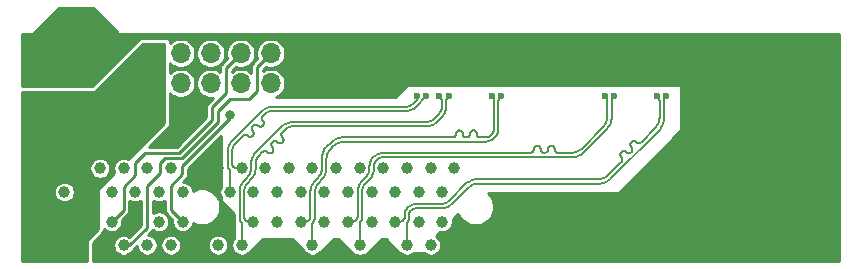
<source format=gbr>
%TF.GenerationSoftware,KiCad,Pcbnew,(5.1.10)-1*%
%TF.CreationDate,2021-08-10T10:59:40+01:00*%
%TF.ProjectId,t9120mezz,74393132-306d-4657-9a7a-2e6b69636164,rev?*%
%TF.SameCoordinates,Original*%
%TF.FileFunction,Copper,L1,Top*%
%TF.FilePolarity,Positive*%
%FSLAX46Y46*%
G04 Gerber Fmt 4.6, Leading zero omitted, Abs format (unit mm)*
G04 Created by KiCad (PCBNEW (5.1.10)-1) date 2021-08-10 10:59:40*
%MOMM*%
%LPD*%
G01*
G04 APERTURE LIST*
%TA.AperFunction,ComponentPad*%
%ADD10C,1.000000*%
%TD*%
%TA.AperFunction,ComponentPad*%
%ADD11O,1.700000X1.700000*%
%TD*%
%TA.AperFunction,ComponentPad*%
%ADD12C,6.500000*%
%TD*%
%TA.AperFunction,ViaPad*%
%ADD13C,0.800000*%
%TD*%
%TA.AperFunction,ViaPad*%
%ADD14C,0.600000*%
%TD*%
%TA.AperFunction,Conductor*%
%ADD15C,0.250000*%
%TD*%
%TA.AperFunction,Conductor*%
%ADD16C,0.152400*%
%TD*%
%TA.AperFunction,Conductor*%
%ADD17C,0.254000*%
%TD*%
%TA.AperFunction,Conductor*%
%ADD18C,0.100000*%
%TD*%
G04 APERTURE END LIST*
D10*
%TO.P,J1,A18*%
%TO.N,GND*%
X89150000Y-108050000D03*
%TO.P,J1,A32*%
%TO.N,Net-(J1-PadA32)*%
X103150000Y-108050000D03*
%TO.P,J1,B32*%
%TO.N,GND*%
X103150000Y-114550000D03*
%TO.P,J1,A31*%
X102150000Y-110050000D03*
%TO.P,J1,B31*%
%TO.N,Net-(J1-PadB31)*%
X102150000Y-112550000D03*
%TO.P,J1,A30*%
%TO.N,/X4MEZZ_PER3_N*%
X101150000Y-108050000D03*
%TO.P,J1,B30*%
%TO.N,Net-(J1-PadB30)*%
X101150000Y-114550000D03*
%TO.P,J1,A29*%
%TO.N,/X4MEZZ_PER3_P*%
X100150000Y-110050000D03*
%TO.P,J1,B29*%
%TO.N,GND*%
X100150000Y-112550000D03*
%TO.P,J1,A28*%
X99150000Y-108050000D03*
%TO.P,J1,B28*%
%TO.N,/X4MEZZ_PET3_N*%
X99150000Y-114550000D03*
%TO.P,J1,A27*%
%TO.N,GND*%
X98150000Y-110050000D03*
%TO.P,J1,B27*%
%TO.N,/X4MEZZ_PET3_P*%
X98150000Y-112550000D03*
%TO.P,J1,A26*%
%TO.N,/X4MEZZ_PER2_N*%
X97150000Y-108050000D03*
%TO.P,J1,B26*%
%TO.N,GND*%
X97150000Y-114550000D03*
%TO.P,J1,A25*%
%TO.N,/X4MEZZ_PER2_P*%
X96150000Y-110050000D03*
%TO.P,J1,B25*%
%TO.N,GND*%
X96150000Y-112550000D03*
%TO.P,J1,A24*%
X95150000Y-108050000D03*
%TO.P,J1,B24*%
%TO.N,/X4MEZZ_PET2_N*%
X95150000Y-114550000D03*
%TO.P,J1,A23*%
%TO.N,GND*%
X94150000Y-110050000D03*
%TO.P,J1,B23*%
%TO.N,/X4MEZZ_PET2_P*%
X94150000Y-112550000D03*
%TO.P,J1,A22*%
%TO.N,/X4MEZZ_PER1_N*%
X93150000Y-108050000D03*
%TO.P,J1,B22*%
%TO.N,GND*%
X93150000Y-114550000D03*
%TO.P,J1,A21*%
%TO.N,/X4MEZZ_PER1_P*%
X92150000Y-110050000D03*
%TO.P,J1,B21*%
%TO.N,GND*%
X92150000Y-112550000D03*
%TO.P,J1,A20*%
X91150000Y-108050000D03*
%TO.P,J1,B20*%
%TO.N,/X4MEZZ_PET1_N*%
X91150000Y-114550000D03*
%TO.P,J1,A19*%
%TO.N,Net-(J1-PadA19)*%
X90150000Y-110050000D03*
%TO.P,J1,B19*%
%TO.N,/X4MEZZ_PET1_P*%
X90150000Y-112550000D03*
%TO.P,J1,B18*%
%TO.N,GND*%
X89150000Y-114550000D03*
%TO.P,J1,A17*%
%TO.N,/X4MEZZ_PER0_N*%
X88150000Y-110050000D03*
%TO.P,J1,B17*%
%TO.N,Net-(J1-PadB17)*%
X88150000Y-112550000D03*
%TO.P,J1,A16*%
%TO.N,/X4MEZZ_PER0_P*%
X87150000Y-108050000D03*
%TO.P,J1,B16*%
%TO.N,GND*%
X87150000Y-114550000D03*
%TO.P,J1,A15*%
X86150000Y-110050000D03*
%TO.P,J1,B15*%
%TO.N,/X4MEZZ_PET0_N*%
X86150000Y-112550000D03*
%TO.P,J1,A14*%
%TO.N,/REFCLK_IN_N*%
X85150000Y-108050000D03*
%TO.P,J1,B14*%
%TO.N,/X4MEZZ_PET0_P*%
X85150000Y-114550000D03*
%TO.P,J1,A13*%
%TO.N,/REFCLK_IN_P*%
X84150000Y-110050000D03*
%TO.P,J1,B13*%
%TO.N,GND*%
X84150000Y-112550000D03*
%TO.P,J1,A12*%
X83150000Y-108050000D03*
%TO.P,J1,B12*%
%TO.N,Net-(J1-PadB12)*%
X83150000Y-114550000D03*
%TO.P,J1,B11*%
%TO.N,/~WAKE*%
X80150000Y-112550000D03*
%TO.P,J1,B10*%
%TO.N,+3.3VA*%
X79150000Y-114550000D03*
%TO.P,J1,B9*%
%TO.N,Net-(J1-PadB9)*%
X78150000Y-112550000D03*
%TO.P,J1,B8*%
%TO.N,+3V3*%
X77150000Y-114550000D03*
%TO.P,J1,B7*%
%TO.N,GND*%
X76150000Y-112550000D03*
%TO.P,J1,B6*%
%TO.N,/SMDAT*%
X75150000Y-114550000D03*
%TO.P,J1,B5*%
%TO.N,/SMCLK*%
X74150000Y-112550000D03*
%TO.P,J1,B4*%
%TO.N,GND*%
X73150000Y-114550000D03*
%TO.P,J1,B3*%
%TO.N,+12V*%
X72150000Y-112550000D03*
%TO.P,J1,B2*%
X71150000Y-114550000D03*
%TO.P,J1,B1*%
X70150000Y-112550000D03*
%TO.P,J1,A11*%
%TO.N,/~PERST*%
X80150000Y-110050000D03*
%TO.P,J1,A10*%
%TO.N,+3V3*%
X79150000Y-108050000D03*
%TO.P,J1,A9*%
X78150000Y-110050000D03*
%TO.P,J1,A8*%
%TO.N,Net-(J1-PadA8)*%
X77150000Y-108050000D03*
%TO.P,J1,A7*%
%TO.N,Net-(J1-PadA7)*%
X76150000Y-110050000D03*
%TO.P,J1,A6*%
%TO.N,Net-(J1-PadA6)*%
X75150000Y-108050000D03*
%TO.P,J1,A5*%
%TO.N,Net-(J1-PadA5)*%
X74150000Y-110050000D03*
%TO.P,J1,A4*%
%TO.N,GND*%
X73150000Y-108050000D03*
%TO.P,J1,A3*%
%TO.N,+12V*%
X72150000Y-110050000D03*
%TO.P,J1,A2*%
X71150000Y-108050000D03*
%TO.P,J1,A1*%
%TO.N,/PRSNT*%
X70150000Y-110050000D03*
%TD*%
D11*
%TO.P,J4,8*%
%TO.N,GND*%
X131450000Y-98300000D03*
%TO.P,J4,7*%
X133990000Y-98300000D03*
%TO.P,J4,6*%
X131450000Y-100840000D03*
%TO.P,J4,5*%
X133990000Y-100840000D03*
%TO.P,J4,4*%
X131450000Y-103380000D03*
%TO.P,J4,3*%
X133990000Y-103380000D03*
%TO.P,J4,1*%
X133990000Y-105920000D03*
%TD*%
%TO.P,J3,10*%
%TO.N,/SMDAT*%
X87610000Y-98300000D03*
%TO.P,J3,9*%
%TO.N,/~PERST*%
X87610000Y-100840000D03*
%TO.P,J3,8*%
%TO.N,/SMCLK*%
X85070000Y-98300000D03*
%TO.P,J3,7*%
%TO.N,/~WAKE*%
X85070000Y-100840000D03*
%TO.P,J3,6*%
%TO.N,+3.3VA*%
X82530000Y-98300000D03*
%TO.P,J3,5*%
X82530000Y-100840000D03*
%TO.P,J3,4*%
%TO.N,+3V3*%
X79990000Y-98300000D03*
%TO.P,J3,3*%
X79990000Y-100840000D03*
%TO.P,J3,2*%
%TO.N,+12V*%
X77450000Y-98300000D03*
%TO.P,J3,1*%
X77450000Y-100840000D03*
%TD*%
D12*
%TO.P,REF\u002A\u002A,1*%
%TO.N,GND*%
X71100000Y-97600000D03*
%TD*%
D13*
%TO.N,GND*%
X67150000Y-97300000D03*
X135150000Y-115300000D03*
X135150000Y-112300000D03*
X135150000Y-109300000D03*
X67150000Y-100300000D03*
X129650000Y-97300000D03*
X126150000Y-97300000D03*
X122650000Y-97300000D03*
X119150000Y-97300000D03*
X115650000Y-97300000D03*
X112150000Y-97300000D03*
X108650000Y-97300000D03*
X105150000Y-97300000D03*
X101650000Y-97300000D03*
X98150000Y-97300000D03*
X94650000Y-97300000D03*
X91150000Y-97300000D03*
X112400000Y-100300000D03*
X124150000Y-102300000D03*
X124150000Y-105800000D03*
X111650000Y-110800000D03*
X108150000Y-110800000D03*
X115150000Y-110800000D03*
X121150000Y-109300000D03*
X98150000Y-100800000D03*
X94650000Y-100800000D03*
X91150000Y-100800000D03*
X131650000Y-115300000D03*
X128150000Y-115300000D03*
X124650000Y-115300000D03*
X121150000Y-115300000D03*
X117650000Y-115300000D03*
X114150000Y-115300000D03*
X110650000Y-115300000D03*
X118650000Y-109300000D03*
X71100000Y-95200000D03*
X73500000Y-97600000D03*
X72800000Y-99300000D03*
X71100000Y-100000000D03*
X69450000Y-99250000D03*
X68750000Y-97600000D03*
X69400000Y-95950000D03*
X72750000Y-95900014D03*
D14*
%TO.N,/X4MEZZ_PET3_N*%
X121114655Y-101950000D03*
%TO.N,/X4MEZZ_PET3_P*%
X120311455Y-101950000D03*
%TO.N,/X4MEZZ_PET2_N*%
X116693665Y-101950000D03*
%TO.N,/X4MEZZ_PET2_P*%
X115890465Y-101950000D03*
%TO.N,/X4MEZZ_PET1_N*%
X107114655Y-101951602D03*
%TO.N,/X4MEZZ_PET1_P*%
X106311455Y-101951602D03*
%TO.N,/X4MEZZ_PET0_N*%
X102693665Y-101951602D03*
%TO.N,/REFCLK_IN_N*%
X100798955Y-101951602D03*
%TO.N,/X4MEZZ_PET0_P*%
X101890465Y-101951602D03*
%TO.N,/REFCLK_IN_P*%
X99995755Y-101951602D03*
D13*
%TO.N,/~WAKE*%
X84137340Y-103487340D03*
%TD*%
D15*
%TO.N,GND*%
X71100000Y-97600000D02*
X67450000Y-97600000D01*
X67450000Y-97600000D02*
X67150000Y-97300000D01*
X135150000Y-115300000D02*
X135150000Y-112300000D01*
X135150000Y-107080000D02*
X133990000Y-105920000D01*
X135150000Y-109300000D02*
X135150000Y-107080000D01*
X131450000Y-98300000D02*
X130650000Y-98300000D01*
X130650000Y-98300000D02*
X129650000Y-97300000D01*
X126150000Y-97300000D02*
X122650000Y-97300000D01*
X119150000Y-97300000D02*
X115650000Y-97300000D01*
X112150000Y-97300000D02*
X108650000Y-97300000D01*
X105150000Y-97300000D02*
X101650000Y-97300000D01*
X98150000Y-97300000D02*
X94650000Y-97300000D01*
X71900000Y-96800000D02*
X71100000Y-97600000D01*
X89150000Y-96800000D02*
X71900000Y-96800000D01*
X91150000Y-97300000D02*
X89650000Y-97300000D01*
X89650000Y-97300000D02*
X89150000Y-96800000D01*
X112150000Y-97300000D02*
X112150000Y-100050000D01*
X112150000Y-100050000D02*
X112400000Y-100300000D01*
X124150000Y-102300000D02*
X124150000Y-105800000D01*
X111650000Y-110800000D02*
X115150000Y-110800000D01*
X98150000Y-100800000D02*
X94650000Y-100800000D01*
X91150000Y-100800000D02*
X91150000Y-97300000D01*
X131650000Y-115300000D02*
X128150000Y-115300000D01*
X124650000Y-115300000D02*
X121150000Y-115300000D01*
X117650000Y-115300000D02*
X114150000Y-115300000D01*
X108150000Y-110800000D02*
X108150000Y-114300000D01*
X108150000Y-114300000D02*
X107150000Y-115300000D01*
X110650000Y-115300000D02*
X107150000Y-115300000D01*
X121150000Y-109300000D02*
X118650000Y-109300000D01*
X71100000Y-97600000D02*
X71100000Y-95200000D01*
X72800000Y-99300000D02*
X71800000Y-99300000D01*
X71800000Y-99300000D02*
X71100000Y-100000000D01*
X69450000Y-99250000D02*
X69450000Y-98300000D01*
X69450000Y-98300000D02*
X68750000Y-97600000D01*
X69400000Y-95950000D02*
X70350000Y-95950000D01*
X73500000Y-97600000D02*
X72750000Y-96850000D01*
X72750000Y-96850000D02*
X72750000Y-95900014D01*
X83150000Y-108050000D02*
X81850000Y-108050000D01*
D16*
%TO.N,/X4MEZZ_PET3_N*%
X102469003Y-111349816D02*
X102341088Y-111388618D01*
X115609985Y-109314697D02*
X115476957Y-109327800D01*
X99152922Y-112681131D02*
X99150000Y-112710809D01*
X99467919Y-111605632D02*
X99434087Y-111646857D01*
X99228354Y-112521643D02*
X99209435Y-112544695D01*
X120851673Y-104178033D02*
X120812871Y-104305948D01*
X104654794Y-109456935D02*
X104536907Y-109519947D01*
X115869003Y-109249816D02*
X115741088Y-109288619D01*
X99167396Y-112623345D02*
X99158740Y-112651883D01*
X116110386Y-109135650D02*
X115992499Y-109198662D01*
X120912753Y-102203184D02*
X120901856Y-102239106D01*
X120624441Y-104658475D02*
X120539641Y-104761804D01*
X99546856Y-111534087D02*
X99505631Y-111567920D01*
X99327800Y-112311386D02*
X99324876Y-112341065D01*
X99319058Y-112370314D02*
X99310400Y-112398852D01*
X99298988Y-112426405D02*
X99284930Y-112452705D01*
X99192867Y-112569492D02*
X99178809Y-112595792D01*
X99738537Y-111443430D02*
X99687503Y-111458911D01*
X102710386Y-111235650D02*
X102592499Y-111298662D01*
X99333026Y-111890842D02*
X99327800Y-111943916D01*
X99404459Y-111691199D02*
X99379320Y-111738232D01*
X99843916Y-111427800D02*
X99790842Y-111433027D01*
X116324859Y-108976586D02*
X116221530Y-109061386D01*
X120761717Y-104429444D02*
X120698705Y-104547331D01*
X105170337Y-109327800D02*
X105037309Y-109340901D01*
X99638232Y-111479320D02*
X99591199Y-111504459D01*
X104425763Y-109594211D02*
X104322434Y-109679011D01*
X102209985Y-111414697D02*
X102076957Y-111427800D01*
X120944813Y-102135399D02*
X120927118Y-102168504D01*
X104906206Y-109366979D02*
X104778291Y-109405782D01*
X102924859Y-111076586D02*
X102821530Y-111161386D01*
X120989481Y-102075171D02*
X120965668Y-102104188D01*
X120890855Y-103913902D02*
X120877752Y-104046930D01*
X99358911Y-111787503D02*
X99343430Y-111838537D01*
X99268362Y-112477502D02*
X99249443Y-112500554D01*
X120894534Y-102275922D02*
X120890855Y-102313279D01*
X120901856Y-102239106D02*
X120894534Y-102275922D01*
X99284930Y-112452705D02*
X99268362Y-112477502D01*
X116110386Y-109135650D02*
X116221530Y-109061386D01*
X99546856Y-111534087D02*
X99591199Y-111504459D01*
X104536907Y-109519947D02*
X104425763Y-109594211D01*
X120624441Y-104658475D02*
X120698705Y-104547331D01*
X99333026Y-111890842D02*
X99343430Y-111838537D01*
X99434087Y-111646857D02*
X99404459Y-111691199D01*
X120851673Y-104178033D02*
X120877752Y-104046930D01*
X99324876Y-112341065D02*
X99319058Y-112370314D01*
X99738537Y-111443430D02*
X99790842Y-111433027D01*
X115609985Y-109314697D02*
X115741088Y-109288619D01*
X99152922Y-112681131D02*
X99158740Y-112651883D01*
X99209435Y-112544695D02*
X99192867Y-112569492D01*
X120944813Y-102135399D02*
X120965668Y-102104188D01*
X102710386Y-111235650D02*
X102821530Y-111161386D01*
X105037309Y-109340901D02*
X104906206Y-109366979D01*
X102341088Y-111388618D02*
X102209985Y-111414697D01*
X120912753Y-102203184D02*
X120927118Y-102168504D01*
X102469003Y-111349816D02*
X102592499Y-111298662D01*
X99167396Y-112623345D02*
X99178809Y-112595792D01*
X99310400Y-112398852D02*
X99298988Y-112426405D01*
X115869003Y-109249816D02*
X115992499Y-109198662D01*
X99379320Y-111738232D02*
X99358911Y-111787503D01*
X99687503Y-111458911D02*
X99638232Y-111479320D01*
X120812871Y-104305948D02*
X120761717Y-104429444D01*
X104654794Y-109456935D02*
X104778291Y-109405782D01*
X120989481Y-102075171D02*
X121114655Y-101950000D01*
X120539641Y-104761804D02*
X116324859Y-108976586D01*
X104322434Y-109679011D02*
X102924859Y-111076586D01*
X120890855Y-103913902D02*
X120890855Y-102313279D01*
X99843916Y-111427800D02*
X102076957Y-111427800D01*
X115476957Y-109327800D02*
X105170337Y-109327800D01*
X99467919Y-111605632D02*
X99505631Y-111567920D01*
X99327800Y-112311386D02*
X99327800Y-111943916D01*
X99228354Y-112521643D02*
X99249443Y-112500554D01*
X99150000Y-112710809D02*
X99150000Y-114550000D01*
%TO.N,/X4MEZZ_PET3_P*%
X99019204Y-111661532D02*
X98995815Y-111738634D01*
X117372850Y-107189683D02*
X117375390Y-107197651D01*
X98664257Y-112523363D02*
X98620567Y-112536617D01*
X117798070Y-106698608D02*
X117805500Y-106702446D01*
X117360489Y-107158618D02*
X117363905Y-107166251D01*
X117292188Y-107061583D02*
X117293189Y-107062736D01*
X118375120Y-105705349D02*
X118383453Y-105706052D01*
X118233215Y-106389856D02*
X118234384Y-106398136D01*
X117526592Y-106553877D02*
X117534925Y-106554580D01*
X117208292Y-106872177D02*
X117208995Y-106880510D01*
X102777563Y-110720986D02*
X102674234Y-110805786D01*
X98881204Y-112362464D02*
X98852241Y-112397756D01*
X118487345Y-105735984D02*
X118494775Y-105739821D01*
X117909391Y-106732377D02*
X117917724Y-106733080D01*
X117387756Y-106577466D02*
X117380123Y-106580881D01*
X117559761Y-106558086D02*
X117567963Y-106559717D01*
X118562178Y-105787291D02*
X118563359Y-105788260D01*
X118223916Y-106522216D02*
X118221377Y-106530184D01*
X118236024Y-106456559D02*
X118235321Y-106464892D01*
X117356860Y-107417312D02*
X117353022Y-107424741D01*
X118236283Y-105728938D02*
X118228650Y-105732353D01*
X117309814Y-107486238D02*
X117304320Y-107492564D01*
X117235296Y-106725708D02*
X117231881Y-106733341D01*
X118048834Y-106712690D02*
X118041021Y-106715672D01*
X117860104Y-106723289D02*
X117868201Y-106725378D01*
X118074226Y-106105166D02*
X118077208Y-106112979D01*
X118632077Y-105841787D02*
X118639280Y-105846035D01*
X116177563Y-108620986D02*
X116074234Y-108705786D01*
X118057523Y-105973536D02*
X118056820Y-105981869D01*
X118151126Y-106224221D02*
X118152127Y-106225374D01*
X117325765Y-107101596D02*
X117330794Y-107108278D01*
X117357838Y-106592393D02*
X117350636Y-106596642D01*
X104758910Y-109011379D02*
X104630994Y-109050182D01*
X98819956Y-112430041D02*
X98784664Y-112459004D01*
X117984428Y-106730271D02*
X117976148Y-106731441D01*
X117724903Y-106646132D02*
X117726027Y-106647165D01*
X118424643Y-105713050D02*
X118432741Y-105715138D01*
X118056352Y-105990218D02*
X118056118Y-105998577D01*
X117385855Y-107321731D02*
X117384686Y-107330011D01*
X118849402Y-105878711D02*
X118841201Y-105880343D01*
X117304584Y-107075068D02*
X117305552Y-107076248D01*
X117298434Y-107068283D02*
X117299498Y-107069377D01*
X117220396Y-106937833D02*
X117222936Y-106945801D01*
X118832956Y-105881744D02*
X118824676Y-105882913D01*
X118099585Y-105847693D02*
X118095336Y-105854896D01*
X117718289Y-106639793D02*
X117719413Y-106640826D01*
X118350049Y-105704647D02*
X118341690Y-105704881D01*
X118174293Y-106253068D02*
X118179322Y-106259750D01*
X118158113Y-106637434D02*
X118152369Y-106643511D01*
X118231814Y-106489728D02*
X118230182Y-106497929D01*
X104507498Y-109101335D02*
X104389611Y-109164347D01*
X120535255Y-103766606D02*
X120522152Y-103899634D01*
X118564526Y-105789246D02*
X118565679Y-105790247D01*
X118091291Y-105862216D02*
X118087452Y-105869645D01*
X117340280Y-107446344D02*
X117335634Y-107453298D01*
X117681622Y-106610578D02*
X117688304Y-106615607D01*
X117576115Y-106561578D02*
X117584213Y-106563666D01*
X117468169Y-106555516D02*
X117459889Y-106556685D01*
X120531575Y-102275922D02*
X120535255Y-102313279D01*
X118472177Y-105728939D02*
X118479810Y-105732355D01*
X118816365Y-105883849D02*
X118808032Y-105884552D01*
X118618043Y-105832692D02*
X118624996Y-105837338D01*
X117813035Y-106706075D02*
X117820668Y-106709490D01*
X118066609Y-105924249D02*
X118064521Y-105932346D01*
X117363905Y-107402144D02*
X117360489Y-107409777D01*
X118087454Y-106135873D02*
X118091291Y-106143303D01*
X118799683Y-105885022D02*
X118791324Y-105885257D01*
X118226233Y-106357159D02*
X118228322Y-106365257D01*
X118064521Y-106073172D02*
X118066609Y-106081269D01*
X118235321Y-106406447D02*
X118236024Y-106414780D01*
X117388200Y-107288379D02*
X117387964Y-107296738D01*
X118969743Y-105822824D02*
X118963061Y-105827852D01*
X117518243Y-106553409D02*
X117509884Y-106553175D01*
X117343555Y-106601091D02*
X117336602Y-106605737D01*
X117298721Y-107498830D02*
X117293043Y-107505005D01*
X102062689Y-111059097D02*
X101929661Y-111072200D01*
X117367106Y-107173977D02*
X117370088Y-107181790D01*
X117967837Y-106732377D02*
X117959504Y-106733080D01*
X117892800Y-106730271D02*
X117901080Y-106731440D01*
X117242763Y-106710743D02*
X117238925Y-106718173D01*
X117876354Y-106727239D02*
X117884555Y-106728870D01*
X120496074Y-104030737D02*
X120457271Y-104158652D01*
X117330794Y-107460118D02*
X117325766Y-107466800D01*
X118456638Y-105722756D02*
X118464451Y-105725738D01*
X118056118Y-106006941D02*
X118056352Y-106015300D01*
X115721707Y-108894216D02*
X115593792Y-108933018D01*
X117638818Y-106584510D02*
X117646248Y-106588349D01*
X117387964Y-107271657D02*
X117388200Y-107280016D01*
X117722698Y-106644019D02*
X117723792Y-106645083D01*
X118221378Y-106341155D02*
X118223918Y-106349123D01*
X118121215Y-106671351D02*
X118114533Y-106676380D01*
X115963090Y-108780050D02*
X115845203Y-108843062D01*
X118178310Y-105762049D02*
X118171628Y-105767077D01*
X115462689Y-108959097D02*
X115329661Y-108972200D01*
X118569052Y-105793347D02*
X118570146Y-105794411D01*
X118215634Y-106325449D02*
X118218616Y-106333262D01*
X118153112Y-106226540D02*
X118154080Y-106227720D01*
X117270020Y-106668686D02*
X117264992Y-106675368D01*
X118140716Y-106213055D02*
X118141717Y-106214208D01*
X117383285Y-107338256D02*
X117381654Y-107346457D01*
X117335634Y-107115098D02*
X117340280Y-107122051D01*
X98575789Y-112545524D02*
X98530353Y-112550000D01*
X118188807Y-106597817D02*
X118184161Y-106604770D01*
X117218081Y-106772777D02*
X117215993Y-106780874D01*
X117280630Y-106655757D02*
X117275235Y-106662147D01*
X118212433Y-106553616D02*
X118209017Y-106561249D01*
X118566817Y-105791265D02*
X118567941Y-105792298D01*
X117222936Y-106756773D02*
X117220397Y-106764741D01*
X117215993Y-106921700D02*
X117218081Y-106929797D01*
X99183896Y-111386760D02*
X99132781Y-111449043D01*
X118251823Y-105722755D02*
X118244010Y-105725738D01*
X117386792Y-107254975D02*
X117387495Y-107263308D01*
X118578013Y-105801642D02*
X118579194Y-105802611D01*
X118708632Y-105874762D02*
X118716729Y-105876851D01*
X98980097Y-111817658D02*
X98972200Y-111897841D01*
X117381655Y-107221937D02*
X117383286Y-107230139D01*
X118192083Y-105752563D02*
X118185130Y-105757209D01*
X120513354Y-102203185D02*
X120524251Y-102239106D01*
X118165090Y-105772292D02*
X118158700Y-105777687D01*
X117287280Y-107511101D02*
X117281432Y-107517116D01*
X118152465Y-105783259D02*
X118146389Y-105789004D01*
X118017124Y-106723288D02*
X118009027Y-106725377D01*
X118062660Y-105940499D02*
X118061029Y-105948700D01*
X118205388Y-106568784D02*
X118201550Y-106576213D01*
X118408289Y-105709558D02*
X118416491Y-105711189D01*
X118865652Y-105874762D02*
X118857555Y-105876850D01*
X99334769Y-111248123D02*
X99266536Y-111304120D01*
X118724882Y-105878712D02*
X118733083Y-105880343D01*
X117608111Y-106571284D02*
X117615923Y-106574266D01*
X98928091Y-112284238D02*
X98906570Y-112324503D01*
X117844100Y-106718435D02*
X117852068Y-106720974D01*
X118095336Y-106150622D02*
X118099585Y-106157824D01*
X117212501Y-106905346D02*
X117214132Y-106913547D01*
X117370088Y-107386605D02*
X117367106Y-107394418D01*
X118146455Y-106649426D02*
X118140378Y-106655170D01*
X117756013Y-106671352D02*
X117762695Y-106676380D01*
X118267684Y-105717453D02*
X118259716Y-105719993D01*
X118142736Y-106215348D02*
X118143769Y-106216471D01*
X118201551Y-106295126D02*
X118205389Y-106302555D01*
X117379793Y-107354610D02*
X117377704Y-107362708D01*
X118774601Y-105885021D02*
X118782960Y-105885257D01*
X117209931Y-106888821D02*
X117211100Y-106897101D01*
X118093679Y-106690315D02*
X118086476Y-106694563D01*
X118881656Y-105869907D02*
X118873688Y-105872447D01*
X99088018Y-111516036D02*
X99050037Y-111587094D01*
X118134143Y-106660742D02*
X118127753Y-106666137D01*
X118071464Y-105908245D02*
X118068925Y-105916213D01*
X117260152Y-106682188D02*
X117255506Y-106689141D01*
X117387495Y-107305087D02*
X117386792Y-107313420D01*
X118236493Y-106423129D02*
X118236728Y-106431488D01*
X119007950Y-105790099D02*
X119001775Y-105795777D01*
X118995508Y-105801377D02*
X118989182Y-105806871D01*
X117769515Y-106681220D02*
X117776468Y-106685866D01*
X118236728Y-106439851D02*
X118236493Y-106448210D01*
X118516377Y-105752564D02*
X118523330Y-105757210D01*
X117246808Y-106999149D02*
X117251057Y-107006352D01*
X119020061Y-105778488D02*
X119014046Y-105784336D01*
X117208995Y-106822064D02*
X117208292Y-106830397D01*
X117348978Y-107432061D02*
X117344729Y-107439263D01*
X105023041Y-108972200D02*
X104890013Y-108985302D01*
X118077208Y-105892539D02*
X118074226Y-105900352D01*
X117302598Y-107072749D02*
X117303599Y-107073902D01*
X117375389Y-107370744D02*
X117372850Y-107378712D01*
X117303937Y-106631787D02*
X117297861Y-106637532D01*
X118741328Y-105881744D02*
X118749608Y-105882913D01*
X117543236Y-106555516D02*
X117551516Y-106556685D01*
X117214132Y-106789027D02*
X117212501Y-106797228D01*
X118058459Y-106040293D02*
X118059628Y-106048573D01*
X117828394Y-106712691D02*
X117836207Y-106715673D01*
X118942207Y-105841787D02*
X118935004Y-105846035D01*
X118144817Y-106217580D02*
X118145881Y-106218674D01*
X118283817Y-105713050D02*
X118275720Y-105715138D01*
X102321707Y-110994216D02*
X102193792Y-111033019D01*
X117264992Y-107027206D02*
X117270021Y-107033888D01*
X118300172Y-105709558D02*
X118291970Y-105711189D01*
X117225699Y-106953694D02*
X117228681Y-106961507D01*
X118000874Y-106727239D02*
X117992673Y-106728870D01*
X117729485Y-106650170D02*
X117730666Y-106651139D01*
X118927685Y-105850080D02*
X118920256Y-105853918D01*
X118366771Y-105704881D02*
X118358412Y-105704647D01*
X118064193Y-106706074D02*
X118056560Y-106709490D01*
X120436626Y-102075171D02*
X120460439Y-102104188D01*
X117228681Y-106741067D02*
X117225699Y-106748880D01*
X117653567Y-106592394D02*
X117660769Y-106596643D01*
X118033128Y-106718434D02*
X118025160Y-106720973D01*
X117484813Y-106553877D02*
X117476480Y-106554580D01*
X117296289Y-107066108D02*
X117297353Y-107067202D01*
X117384687Y-107238384D02*
X117385856Y-107246664D01*
X118104034Y-106164905D02*
X118108680Y-106171858D01*
X118230183Y-106373409D02*
X118231814Y-106381611D01*
X117294208Y-107063876D02*
X117295241Y-107064999D01*
X117951155Y-106733550D02*
X117942796Y-106733785D01*
X118083824Y-105877180D02*
X118080409Y-105884813D01*
X117353022Y-107143653D02*
X117356860Y-107151083D01*
X117207824Y-106838746D02*
X117207590Y-106847105D01*
X117211101Y-106805473D02*
X117209932Y-106813753D01*
X117291947Y-106643446D02*
X117286202Y-106649522D01*
X118897362Y-105864163D02*
X118889549Y-105867145D01*
X98746702Y-112484370D02*
X98706437Y-112505892D01*
X118140475Y-105794918D02*
X118134730Y-105800994D01*
X118575693Y-105799655D02*
X118576846Y-105800656D01*
X117419156Y-106565981D02*
X117411188Y-106568521D01*
X98958816Y-112198367D02*
X98945563Y-112242057D01*
X118676922Y-105864163D02*
X118684735Y-105867145D01*
X117435289Y-106561577D02*
X117427192Y-106563666D01*
X118234384Y-106473203D02*
X118233215Y-106481483D01*
X118692628Y-105869907D02*
X118700596Y-105872447D01*
X120406117Y-104282148D02*
X120343105Y-104400035D01*
X118982781Y-105812277D02*
X118976304Y-105817593D01*
X117207590Y-106855469D02*
X117207824Y-106863828D01*
X117255506Y-107013433D02*
X117260152Y-107020386D01*
X118059628Y-105956945D02*
X118058459Y-105965225D01*
X118061029Y-106056818D02*
X118062660Y-106065019D01*
X118108680Y-105833659D02*
X118104034Y-105840612D01*
X117715998Y-106637774D02*
X117717151Y-106638775D01*
X118604541Y-105822824D02*
X118611223Y-105827852D01*
X118138763Y-106210709D02*
X118139731Y-106211889D01*
X104278467Y-109238611D02*
X104175138Y-109323411D01*
X117720524Y-106641875D02*
X117721618Y-106642939D01*
X118316697Y-105706988D02*
X118308417Y-105708157D01*
X118149074Y-106221958D02*
X118150107Y-106223081D01*
X118440777Y-105717454D02*
X118448745Y-105719994D01*
X117251057Y-106696222D02*
X117246808Y-106703424D01*
X118118548Y-105820157D02*
X118113520Y-105826839D01*
X118221115Y-105735982D02*
X118213685Y-105739821D01*
X118757919Y-105883849D02*
X118766252Y-105884552D01*
X118209018Y-106310090D02*
X118212434Y-106317723D01*
X118197506Y-106583533D02*
X118193257Y-106590735D01*
X117372587Y-106584510D02*
X117365158Y-106588348D01*
X118573431Y-105797604D02*
X118574555Y-105798637D01*
X118502094Y-105743866D02*
X118509296Y-105748115D01*
X118571226Y-105795491D02*
X118572320Y-105796555D01*
X118079157Y-106698608D02*
X118071728Y-106702446D01*
X118184162Y-106266570D02*
X118188808Y-106273523D01*
X117783549Y-106690315D02*
X117790751Y-106694564D01*
X118169080Y-106624810D02*
X118163685Y-106631199D01*
X117231881Y-106969233D02*
X117235297Y-106976866D01*
X117320536Y-107473360D02*
X117315220Y-107479837D01*
X117667849Y-106601092D02*
X117674802Y-106605738D01*
X117727165Y-106648183D02*
X117728318Y-106649184D01*
X118391764Y-105706988D02*
X118400044Y-105708157D01*
X118333341Y-105705349D02*
X118325008Y-105706052D01*
X118956241Y-105832691D02*
X118949288Y-105837337D01*
X102563090Y-110880050D02*
X102445203Y-110943062D01*
X117403295Y-106571284D02*
X117395482Y-106574266D01*
X118129158Y-105807230D02*
X118123763Y-105813619D01*
X117501521Y-106553175D02*
X117493162Y-106553409D01*
X118056820Y-106023649D02*
X118057523Y-106031982D01*
X117377705Y-107205687D02*
X117379794Y-107213785D01*
X118530150Y-105762050D02*
X118536832Y-105767079D01*
X117451644Y-106558085D02*
X117443443Y-106559716D01*
X117592249Y-106565982D02*
X117600217Y-106568521D01*
X118912721Y-105857547D02*
X118905088Y-105860963D01*
X118661563Y-105857547D02*
X118669196Y-105860962D01*
X117290235Y-107059237D02*
X117291203Y-107060417D01*
X117316562Y-106620819D02*
X117310173Y-106626215D01*
X98972200Y-112108152D02*
X98967724Y-112153588D01*
X117926073Y-106733550D02*
X117934432Y-106733785D01*
X120268841Y-104511179D02*
X120184041Y-104614508D01*
X118080409Y-106120705D02*
X118083825Y-106128338D01*
X117344729Y-107129132D02*
X117348978Y-107136334D01*
X118206366Y-105743866D02*
X118199164Y-105748115D01*
X118179323Y-106611590D02*
X118174295Y-106618272D01*
X117623649Y-106577466D02*
X117631282Y-106580881D01*
X117713650Y-106635819D02*
X117714831Y-106636788D01*
X118218615Y-106538077D02*
X118215633Y-106545890D01*
X118228321Y-106506082D02*
X118226232Y-106514180D01*
X117238926Y-106984401D02*
X117242764Y-106991830D01*
X99652026Y-111098071D02*
X99567558Y-111123694D01*
X117300546Y-107070486D02*
X117301579Y-107071609D01*
X118107713Y-106681219D02*
X118100760Y-106685865D01*
X118146962Y-106219755D02*
X118148026Y-106220849D01*
X118646599Y-105850080D02*
X118654028Y-105853918D01*
X118193257Y-106280604D02*
X118197506Y-106287806D01*
X120481294Y-102135399D02*
X120498989Y-102168504D01*
X118068925Y-106089305D02*
X118071464Y-106097273D01*
X99486009Y-111157473D02*
X99408162Y-111199083D01*
X118113520Y-106178678D02*
X118118549Y-106185360D01*
X99826445Y-111072200D02*
X99738600Y-111080851D01*
X117329782Y-106610577D02*
X117323100Y-106615606D01*
X118201551Y-106295126D02*
X118197506Y-106287806D01*
X118578013Y-105801642D02*
X118576846Y-105800656D01*
X118472177Y-105728939D02*
X118464451Y-105725738D01*
X102062689Y-111059097D02*
X102193792Y-111033019D01*
X120460439Y-102104188D02*
X120481294Y-102135399D01*
X118017124Y-106723288D02*
X118025160Y-106720973D01*
X118178310Y-105762049D02*
X118185130Y-105757209D01*
X118056820Y-105981869D02*
X118056352Y-105990218D01*
X117892800Y-106730271D02*
X117884555Y-106728870D01*
X118231814Y-106489728D02*
X118233215Y-106481483D01*
X98958816Y-112198367D02*
X98967724Y-112153588D01*
X118808032Y-105884552D02*
X118799683Y-105885022D01*
X118059628Y-106048573D02*
X118061029Y-106056818D01*
X118158113Y-106637434D02*
X118163685Y-106631199D01*
X117526592Y-106553877D02*
X117518243Y-106553409D01*
X117218081Y-106772777D02*
X117220397Y-106764741D01*
X118140378Y-106655170D02*
X118134143Y-106660742D01*
X118963061Y-105827852D02*
X118956241Y-105832691D01*
X120531575Y-102275922D02*
X120524251Y-102239106D01*
X117299498Y-107069377D02*
X117300546Y-107070486D01*
X118935004Y-105846035D02*
X118927685Y-105850080D01*
X117296289Y-107066108D02*
X117295241Y-107064999D01*
X117330794Y-107108278D02*
X117335634Y-107115098D01*
X118158700Y-105777687D02*
X118152465Y-105783259D01*
X117820668Y-106709490D02*
X117828394Y-106712691D01*
X118056352Y-106015300D02*
X118056820Y-106023649D01*
X99652026Y-111098071D02*
X99738600Y-111080851D01*
X117762695Y-106676380D02*
X117769515Y-106681220D01*
X118048834Y-106712690D02*
X118056560Y-106709490D01*
X118432741Y-105715138D02*
X118440777Y-105717454D01*
X117959504Y-106733080D02*
X117951155Y-106733550D01*
X99132781Y-111449043D02*
X99088018Y-111516036D01*
X118077208Y-106112979D02*
X118080409Y-106120705D01*
X118149074Y-106221958D02*
X118148026Y-106220849D01*
X117353022Y-107424741D02*
X117348978Y-107432061D01*
X117459889Y-106556685D02*
X117451644Y-106558085D01*
X117357838Y-106592393D02*
X117365158Y-106588348D01*
X120522152Y-103899634D02*
X120496074Y-104030737D01*
X118563359Y-105788260D02*
X118564526Y-105789246D01*
X117419156Y-106565981D02*
X117427192Y-106563666D01*
X118774601Y-105885021D02*
X118766252Y-105884552D01*
X118184161Y-106604770D02*
X118179323Y-106611590D01*
X118341690Y-105704881D02*
X118333341Y-105705349D01*
X118114533Y-106676380D02*
X118107713Y-106681219D01*
X117715998Y-106637774D02*
X117714831Y-106636788D01*
X117335634Y-107453298D02*
X117330794Y-107460118D01*
X118708632Y-105874762D02*
X118700596Y-105872447D01*
X117375390Y-107197651D02*
X117377705Y-107205687D01*
X117242763Y-106710743D02*
X117246808Y-106703424D01*
X118179322Y-106259750D02*
X118184162Y-106266570D01*
X117303937Y-106631787D02*
X117310173Y-106626215D01*
X118897362Y-105864163D02*
X118905088Y-105860963D01*
X98881204Y-112362464D02*
X98906570Y-112324503D01*
X118201550Y-106576213D02*
X118197506Y-106583533D01*
X117264992Y-107027206D02*
X117260152Y-107020386D01*
X118140716Y-106213055D02*
X118139731Y-106211889D01*
X117208292Y-106830397D02*
X117207824Y-106838746D01*
X117860104Y-106723289D02*
X117852068Y-106720974D01*
X117584213Y-106563666D02*
X117592249Y-106565982D01*
X118066609Y-106081269D02*
X118068925Y-106089305D01*
X118233215Y-106389856D02*
X118231814Y-106381611D01*
X117646248Y-106588349D02*
X117653567Y-106592394D01*
X117615923Y-106574266D02*
X117623649Y-106577466D01*
X118108680Y-105833659D02*
X118113520Y-105826839D01*
X117484813Y-106553877D02*
X117493162Y-106553409D01*
X118226233Y-106357159D02*
X118223918Y-106349123D01*
X117384686Y-107330011D02*
X117383285Y-107338256D01*
X117212501Y-106797228D02*
X117211101Y-106805473D01*
X118077208Y-105892539D02*
X118080409Y-105884813D01*
X117917724Y-106733080D02*
X117926073Y-106733550D01*
X117220396Y-106937833D02*
X117218081Y-106929797D01*
X118267684Y-105717453D02*
X118275720Y-105715138D01*
X118865652Y-105874762D02*
X118873688Y-105872447D01*
X118236024Y-106414780D02*
X118236493Y-106423129D01*
X118223916Y-106522216D02*
X118226232Y-106514180D01*
X117729485Y-106650170D02*
X117728318Y-106649184D01*
X117280630Y-106655757D02*
X117286202Y-106649522D01*
X118212433Y-106553616D02*
X118215633Y-106545890D01*
X117336602Y-106605737D02*
X117329782Y-106610577D01*
X118091291Y-106143303D02*
X118095336Y-106150622D01*
X118108680Y-106171858D02*
X118113520Y-106178678D01*
X117719413Y-106640826D02*
X117720524Y-106641875D01*
X118215634Y-106325449D02*
X118212434Y-106317723D01*
X117228681Y-106961507D02*
X117231881Y-106969233D01*
X120343105Y-104400035D02*
X120268841Y-104511179D01*
X118300172Y-105709558D02*
X118308417Y-105708157D01*
X117387964Y-107271657D02*
X117387495Y-107263308D01*
X117387964Y-107296738D02*
X117387495Y-107305087D01*
X117264992Y-106675368D02*
X117260152Y-106682188D01*
X104389611Y-109164347D02*
X104278467Y-109238611D01*
X116074234Y-108705786D02*
X115963090Y-108780050D01*
X117212501Y-106905346D02*
X117211100Y-106897101D01*
X117353022Y-107143653D02*
X117348978Y-107136334D01*
X117984428Y-106730271D02*
X117992673Y-106728870D01*
X118236283Y-105728938D02*
X118244010Y-105725738D01*
X118569052Y-105793347D02*
X118567941Y-105792298D01*
X118494775Y-105739821D02*
X118502094Y-105743866D01*
X118733083Y-105880343D02*
X118741328Y-105881744D01*
X118841201Y-105880343D02*
X118832956Y-105881744D01*
X98995815Y-111738634D02*
X98980097Y-111817658D01*
X118066609Y-105924249D02*
X118068925Y-105916213D01*
X117208292Y-106872177D02*
X117207824Y-106863828D01*
X118523330Y-105757210D02*
X118530150Y-105762050D01*
X118375120Y-105705349D02*
X118366771Y-105704881D01*
X98784664Y-112459004D02*
X98746702Y-112484370D01*
X117798070Y-106698608D02*
X117790751Y-106694564D01*
X118989182Y-105806871D02*
X118982781Y-105812277D01*
X117383286Y-107230139D02*
X117384687Y-107238384D01*
X117681622Y-106610578D02*
X117674802Y-106605738D01*
X104758910Y-109011379D02*
X104890013Y-108985302D01*
X117304584Y-107075068D02*
X117303599Y-107073902D01*
X118573431Y-105797604D02*
X118572320Y-105796555D01*
X118676922Y-105864163D02*
X118669196Y-105860962D01*
X102674234Y-110805786D02*
X102563090Y-110880050D01*
X115593792Y-108933018D02*
X115462689Y-108959097D01*
X117231881Y-106733341D02*
X117228681Y-106741067D01*
X98620567Y-112536617D02*
X98575789Y-112545524D01*
X118095336Y-105854896D02*
X118091291Y-105862216D01*
X117292188Y-107061583D02*
X117291203Y-107060417D01*
X99334769Y-111248123D02*
X99408162Y-111199083D01*
X118639280Y-105846035D02*
X118646599Y-105850080D01*
X118408289Y-105709558D02*
X118400044Y-105708157D01*
X117246808Y-106999149D02*
X117242764Y-106991830D01*
X117387756Y-106577466D02*
X117395482Y-106574266D01*
X117377704Y-107362708D02*
X117375389Y-107370744D01*
X118061029Y-105948700D02*
X118059628Y-105956945D01*
X117363905Y-107402144D02*
X117367106Y-107394418D01*
X117309814Y-107486238D02*
X117315220Y-107479837D01*
X117724903Y-106646132D02*
X117723792Y-106645083D01*
X118213685Y-105739821D02*
X118206366Y-105743866D01*
X117293043Y-107505005D02*
X117287280Y-107511101D01*
X118152127Y-106225374D02*
X118153112Y-106226540D01*
X117363905Y-107166251D02*
X117367106Y-107173977D01*
X119007950Y-105790099D02*
X119014046Y-105784336D01*
X118134730Y-105800994D02*
X118129158Y-105807230D01*
X117559761Y-106558086D02*
X117551516Y-106556685D01*
X118618043Y-105832692D02*
X118611223Y-105827852D01*
X118086476Y-106694563D02*
X118079157Y-106698608D01*
X118236024Y-106456559D02*
X118236493Y-106448210D01*
X118143769Y-106216471D02*
X118144817Y-106217580D01*
X117222936Y-106756773D02*
X117225699Y-106748880D01*
X118058459Y-106040293D02*
X118057523Y-106031982D01*
X117776468Y-106685866D02*
X117783549Y-106690315D01*
X117660769Y-106596643D02*
X117667849Y-106601092D01*
X99567558Y-111123694D02*
X99486009Y-111157473D01*
X118749608Y-105882913D02*
X118757919Y-105883849D01*
X117386792Y-107254975D02*
X117385856Y-107246664D01*
X117608111Y-106571284D02*
X117600217Y-106568521D01*
X117726027Y-106647165D02*
X117727165Y-106648183D01*
X117208995Y-106822064D02*
X117209932Y-106813753D01*
X120457271Y-104158652D02*
X120406117Y-104282148D01*
X117350636Y-106596642D02*
X117343555Y-106601091D01*
X118099585Y-105847693D02*
X118104034Y-105840612D01*
X118188808Y-106273523D02*
X118193257Y-106280604D01*
X118074226Y-106105166D02*
X118071464Y-106097273D01*
X117251057Y-107006352D02*
X117255506Y-107013433D01*
X117302598Y-107072749D02*
X117301579Y-107071609D01*
X118456638Y-105722756D02*
X118448745Y-105719994D01*
X118234384Y-106398136D02*
X118235321Y-106406447D01*
X118632077Y-105841787D02*
X118624996Y-105837338D01*
X118316697Y-105706988D02*
X118325008Y-105706052D01*
X117297861Y-106637532D02*
X117291947Y-106643446D01*
X117844100Y-106718435D02*
X117836207Y-106715673D01*
X118383453Y-105706052D02*
X118391764Y-105706988D01*
X118221377Y-106530184D02*
X118218615Y-106538077D01*
X98664257Y-112523363D02*
X98706437Y-112505892D01*
X118041021Y-106715672D02*
X118033128Y-106718434D01*
X118093679Y-106690315D02*
X118100760Y-106685865D01*
X117411188Y-106568521D02*
X117403295Y-106571284D01*
X117976148Y-106731441D02*
X117967837Y-106732377D01*
X118188807Y-106597817D02*
X118193257Y-106590735D01*
X102321707Y-110994216D02*
X102445203Y-110943062D01*
X117718289Y-106639793D02*
X117717151Y-106638775D01*
X118565679Y-105790247D02*
X118566817Y-105791265D01*
X117208995Y-106880510D02*
X117209931Y-106888821D01*
X117372850Y-107189683D02*
X117370088Y-107181790D01*
X117304320Y-107492564D02*
X117298721Y-107498830D01*
X99019204Y-111661532D02*
X99050037Y-111587094D01*
X118516377Y-105752564D02*
X118509296Y-105748115D01*
X117385855Y-107321731D02*
X117386792Y-107313420D01*
X117909391Y-106732377D02*
X117901080Y-106731440D01*
X117370088Y-107386605D02*
X117372850Y-107378712D01*
X98928091Y-112284238D02*
X98945563Y-112242057D01*
X118099585Y-106157824D02*
X118104034Y-106164905D01*
X115721707Y-108894216D02*
X115845203Y-108843062D01*
X118057523Y-105973536D02*
X118058459Y-105965225D01*
X118192083Y-105752563D02*
X118199164Y-105748115D01*
X120513354Y-102203185D02*
X120498989Y-102168504D01*
X117340280Y-107122051D02*
X117344729Y-107129132D01*
X118824676Y-105882913D02*
X118816365Y-105883849D01*
X118146389Y-105789004D02*
X118140475Y-105794918D01*
X117222936Y-106945801D02*
X117225699Y-106953694D01*
X118141717Y-106214208D02*
X118142736Y-106215348D01*
X118221378Y-106341155D02*
X118218616Y-106333262D01*
X118151126Y-106224221D02*
X118150107Y-106223081D01*
X117468169Y-106555516D02*
X117476480Y-106554580D01*
X118235321Y-106464892D02*
X118234384Y-106473203D01*
X118071464Y-105908245D02*
X118074226Y-105900352D01*
X118942207Y-105841787D02*
X118949288Y-105837337D01*
X117534925Y-106554580D02*
X117543236Y-106555516D01*
X104630994Y-109050182D02*
X104507498Y-109101335D01*
X118575693Y-105799655D02*
X118574555Y-105798637D01*
X117255506Y-106689141D02*
X117251057Y-106696222D01*
X119001775Y-105795777D02*
X118995508Y-105801377D01*
X118881656Y-105869907D02*
X118889549Y-105867145D01*
X117340280Y-107446344D02*
X117344729Y-107439263D01*
X118251823Y-105722755D02*
X118259716Y-105719993D01*
X118684735Y-105867145D02*
X118692628Y-105869907D01*
X118152369Y-106643511D02*
X118146455Y-106649426D01*
X117293189Y-107062736D02*
X117294208Y-107063876D01*
X120436626Y-102075171D02*
X120311455Y-101950000D01*
X120535255Y-103766606D02*
X120535255Y-102313279D01*
X118969743Y-105822824D02*
X118976304Y-105817593D01*
X118849402Y-105878711D02*
X118857555Y-105876850D01*
X118661563Y-105857547D02*
X118654028Y-105853918D01*
X118562178Y-105787291D02*
X118536832Y-105767079D01*
X117509884Y-106553175D02*
X117501521Y-106553175D01*
X117316562Y-106620819D02*
X117323100Y-106615606D01*
X118230182Y-106497929D02*
X118228321Y-106506082D01*
X117235296Y-106725708D02*
X117238925Y-106718173D01*
X117270020Y-106668686D02*
X117275235Y-106662147D01*
X117207590Y-106847105D02*
X117207590Y-106855469D01*
X117215993Y-106921700D02*
X117214132Y-106913547D01*
X119020061Y-105778488D02*
X120184041Y-104614508D01*
X117381654Y-107346457D02*
X117379793Y-107354610D01*
X118145881Y-106218674D02*
X118146962Y-106219755D01*
X117235297Y-106976866D02*
X117238926Y-106984401D01*
X117270021Y-107033888D02*
X117290235Y-107059237D01*
X117298434Y-107068283D02*
X117297353Y-107067202D01*
X117325765Y-107101596D02*
X117305552Y-107076248D01*
X117360489Y-107158618D02*
X117356860Y-107151083D01*
X98530353Y-112550000D02*
X98150000Y-112550000D01*
X118716729Y-105876851D02*
X118724882Y-105878712D01*
X118064521Y-106073172D02*
X118062660Y-106065019D01*
X117638818Y-106584510D02*
X117631282Y-106580881D01*
X118350049Y-105704647D02*
X118358412Y-105704647D01*
X98852241Y-112397756D02*
X98819956Y-112430041D01*
X118056118Y-105998577D02*
X118056118Y-106006941D01*
X101929661Y-111072200D02*
X99826445Y-111072200D01*
X117805500Y-106702446D02*
X117813035Y-106706075D01*
X98972200Y-111897841D02*
X98972200Y-112108152D01*
X117868201Y-106725378D02*
X117876354Y-106727239D01*
X118487345Y-105735984D02*
X118479810Y-105732355D01*
X99183896Y-111386760D02*
X99266536Y-111304120D01*
X117215993Y-106780874D02*
X117214132Y-106789027D01*
X117380123Y-106580881D02*
X117372587Y-106584510D01*
X116177563Y-108620986D02*
X117281432Y-107517116D01*
X117356860Y-107417312D02*
X117360489Y-107409777D01*
X117435289Y-106561577D02*
X117443443Y-106559716D01*
X115329661Y-108972200D02*
X105023041Y-108972200D01*
X118174293Y-106253068D02*
X118154080Y-106227720D01*
X117325766Y-107466800D02*
X117320536Y-107473360D01*
X117388200Y-107288379D02*
X117388200Y-107280016D01*
X118283817Y-105713050D02*
X118291970Y-105711189D01*
X117567963Y-106559717D02*
X117576115Y-106561578D01*
X102777563Y-110720986D02*
X104175138Y-109323411D01*
X117381655Y-107221937D02*
X117379794Y-107213785D01*
X118009027Y-106725377D02*
X118000874Y-106727239D01*
X117688304Y-106615607D02*
X117713650Y-106635819D01*
X117722698Y-106644019D02*
X117721618Y-106642939D01*
X118228650Y-105732353D02*
X118221115Y-105735982D01*
X117756013Y-106671352D02*
X117730666Y-106651139D01*
X117942796Y-106733785D02*
X117934432Y-106733785D01*
X118064193Y-106706074D02*
X118071728Y-106702446D01*
X118121215Y-106671351D02*
X118127753Y-106666137D01*
X118579194Y-105802611D02*
X118604541Y-105822824D01*
X118169080Y-106624810D02*
X118174295Y-106618272D01*
X118424643Y-105713050D02*
X118416491Y-105711189D01*
X118209017Y-106561249D02*
X118205388Y-106568784D01*
X118236728Y-106431488D02*
X118236728Y-106439851D01*
X118228322Y-106365257D02*
X118230183Y-106373409D01*
X118791324Y-105885257D02*
X118782960Y-105885257D01*
X118205389Y-106302555D02*
X118209018Y-106310090D01*
X118138763Y-106210709D02*
X118118549Y-106185360D01*
X118920256Y-105853918D02*
X118912721Y-105857547D01*
X118087454Y-106135873D02*
X118083825Y-106128338D01*
X118064521Y-105932346D02*
X118062660Y-105940499D01*
X118570146Y-105794411D02*
X118571226Y-105795491D01*
X118087452Y-105869645D02*
X118083824Y-105877180D01*
X118118548Y-105820157D02*
X118123763Y-105813619D01*
X118171628Y-105767077D02*
X118165090Y-105772292D01*
%TO.N,/X4MEZZ_PET2_N*%
X95327800Y-112311386D02*
X95324876Y-112341065D01*
X95519947Y-109486907D02*
X95456935Y-109604794D01*
X95152922Y-112681131D02*
X95150000Y-112710809D01*
X96447350Y-107488569D02*
X96408145Y-107561917D01*
X113619003Y-106999816D02*
X113491088Y-107038618D01*
X96376319Y-107638755D02*
X96352176Y-107718342D01*
X95228354Y-112521643D02*
X95209435Y-112544695D01*
X95167396Y-112623345D02*
X95158740Y-112651883D01*
X116430683Y-104099023D02*
X116391881Y-104226938D01*
X113359985Y-107064697D02*
X113226957Y-107077800D01*
X95192867Y-112569492D02*
X95178809Y-112595792D01*
X96335951Y-107799912D02*
X96327800Y-107882680D01*
X95679011Y-109272434D02*
X95594211Y-109375763D01*
X96207490Y-108641210D02*
X96148786Y-108751038D01*
X96291298Y-108406986D02*
X96255148Y-108526156D01*
X95319058Y-112370314D02*
X95310400Y-112398852D01*
X95340901Y-109987309D02*
X95327800Y-110120337D01*
X95298988Y-112426405D02*
X95284930Y-112452705D01*
X116203451Y-104579465D02*
X116118651Y-104682794D01*
X113860386Y-106885650D02*
X113742499Y-106948662D01*
X96546317Y-107355127D02*
X96493556Y-107419417D01*
X116523822Y-102135399D02*
X116506127Y-102168504D01*
X116340727Y-104350434D02*
X116277715Y-104468321D01*
X116568491Y-102075171D02*
X116544678Y-102104188D01*
X97132680Y-107077800D02*
X97049912Y-107085951D01*
X114074859Y-106726586D02*
X113971530Y-106811386D01*
X96327800Y-108160913D02*
X96315593Y-108284846D01*
X95405782Y-109728291D02*
X95366979Y-109856206D01*
X116473543Y-102275922D02*
X116469865Y-102313279D01*
X96079599Y-108854583D02*
X96000596Y-108950849D01*
X96811917Y-107158145D02*
X96738569Y-107197350D01*
X96669417Y-107243557D02*
X96605127Y-107296318D01*
X116469865Y-103834892D02*
X116456762Y-103967920D01*
X116491763Y-102203185D02*
X116480866Y-102239106D01*
X96968342Y-107102176D02*
X96888755Y-107126318D01*
X95268362Y-112477502D02*
X95249443Y-112500554D01*
X97049912Y-107085951D02*
X96968342Y-107102176D01*
X95284930Y-112452705D02*
X95268362Y-112477502D01*
X96447350Y-107488569D02*
X96493556Y-107419417D01*
X95519947Y-109486907D02*
X95594211Y-109375763D01*
X96148786Y-108751038D02*
X96079599Y-108854583D01*
X116203451Y-104579465D02*
X116277715Y-104468321D01*
X116523822Y-102135399D02*
X116544678Y-102104188D01*
X116430683Y-104099023D02*
X116456762Y-103967920D01*
X116473543Y-102275922D02*
X116480866Y-102239106D01*
X95340901Y-109987309D02*
X95366979Y-109856206D01*
X113491088Y-107038618D02*
X113359985Y-107064697D01*
X96738569Y-107197350D02*
X96669417Y-107243557D01*
X96352176Y-107718342D02*
X96335951Y-107799912D01*
X95152922Y-112681131D02*
X95158740Y-112651883D01*
X95209435Y-112544695D02*
X95192867Y-112569492D01*
X113860386Y-106885650D02*
X113971530Y-106811386D01*
X95324876Y-112341065D02*
X95319058Y-112370314D01*
X96291298Y-108406986D02*
X96315593Y-108284846D01*
X95456935Y-109604794D02*
X95405782Y-109728291D01*
X96811917Y-107158145D02*
X96888755Y-107126318D01*
X116391881Y-104226938D02*
X116340727Y-104350434D01*
X95167396Y-112623345D02*
X95178809Y-112595792D01*
X95310400Y-112398852D02*
X95298988Y-112426405D01*
X96408145Y-107561917D02*
X96376319Y-107638755D01*
X116506127Y-102168504D02*
X116491763Y-102203185D01*
X113619003Y-106999816D02*
X113742499Y-106948662D01*
X96207490Y-108641210D02*
X96255148Y-108526156D01*
X95228354Y-112521643D02*
X95249443Y-112500554D01*
X95327800Y-112311386D02*
X95327800Y-110120337D01*
X95679011Y-109272434D02*
X96000596Y-108950849D01*
X116568491Y-102075171D02*
X116693665Y-101950000D01*
X96327800Y-107882680D02*
X96327800Y-108160913D01*
X116469865Y-102313279D02*
X116469865Y-103834892D01*
X113226957Y-107077800D02*
X97132680Y-107077800D01*
X116118651Y-104682794D02*
X114074859Y-106726586D01*
X95150000Y-112710809D02*
X95150000Y-114550000D01*
X96546317Y-107355127D02*
X96605127Y-107296318D01*
%TO.N,/X4MEZZ_PET2_P*%
X109852201Y-106524606D02*
X109849218Y-106532419D01*
X111109259Y-106269420D02*
X111105420Y-106276850D01*
X109872220Y-106413791D02*
X109872200Y-106415318D01*
X111626843Y-106254899D02*
X111631091Y-106262101D01*
X110522003Y-106584344D02*
X110526649Y-106591297D01*
X111101792Y-106284386D02*
X111098376Y-106292019D01*
X111893687Y-106709818D02*
X111901785Y-106711907D01*
X95050181Y-109580995D02*
X95011378Y-109708910D01*
X109936515Y-106227363D02*
X109931487Y-106234045D01*
X111534344Y-106159769D02*
X111541297Y-106164415D01*
X109741297Y-106667747D02*
X109734344Y-106672393D01*
X111686892Y-106508745D02*
X111689432Y-106516713D01*
X111046019Y-106540145D02*
X111042603Y-106547778D01*
X110320062Y-106151072D02*
X110327264Y-106155321D01*
X111080627Y-106347705D02*
X111078996Y-106355906D01*
X110373962Y-106190464D02*
X110380038Y-106196209D01*
X110101784Y-106120255D02*
X110093687Y-106122344D01*
X109682419Y-106699218D02*
X109674606Y-106702201D01*
X109567959Y-106721493D02*
X109559577Y-106721846D01*
X111067970Y-106459732D02*
X111066800Y-106468012D01*
X111071984Y-106422952D02*
X111071877Y-106424476D01*
X109861907Y-106492611D02*
X109859818Y-106500709D01*
X113927563Y-106370986D02*
X113824234Y-106455786D01*
X110442604Y-106284385D02*
X110446019Y-106292018D01*
X110505422Y-106555313D02*
X110509260Y-106562743D01*
X109791698Y-106623961D02*
X109785953Y-106630038D01*
X110784739Y-106720078D02*
X110776380Y-106720313D01*
X110193088Y-106112555D02*
X110201421Y-106113258D01*
X110478997Y-106476257D02*
X110480628Y-106484459D01*
X111210052Y-106159769D02*
X111203099Y-106164415D01*
X111831653Y-106685136D02*
X111839083Y-106688974D01*
X111548117Y-106169255D02*
X111554799Y-106174283D01*
X111334664Y-106114194D02*
X111326384Y-106115363D01*
X110927264Y-106676842D02*
X110920062Y-106681090D01*
X111426257Y-106116763D02*
X111434459Y-106118395D01*
X95935697Y-108259690D02*
X95899547Y-108378860D01*
X95851890Y-108493914D02*
X95793186Y-108603741D01*
X111351309Y-106112555D02*
X111342976Y-106113258D01*
X111672070Y-106410738D02*
X111672135Y-106412264D01*
X110024334Y-106151071D02*
X110017132Y-106155320D01*
X111877683Y-106704963D02*
X111885651Y-106707503D01*
X111642603Y-106284386D02*
X111646019Y-106292019D01*
X109958442Y-106202124D02*
X109952697Y-106208200D01*
X111672178Y-106413791D02*
X111672200Y-106415318D01*
X109601394Y-106718909D02*
X109593056Y-106719730D01*
X110677683Y-106704963D02*
X110685651Y-106707503D01*
X111752697Y-106623962D02*
X111758442Y-106630038D01*
X109926649Y-106240865D02*
X109922003Y-106247818D01*
X111741730Y-106611337D02*
X111747125Y-106617726D01*
X110454963Y-106315450D02*
X110457503Y-106323418D01*
X110850709Y-106709818D02*
X110842611Y-106711907D01*
X111038975Y-106555313D02*
X111035136Y-106562742D01*
X109871749Y-106425997D02*
X109871599Y-106427517D01*
X110426842Y-106254899D02*
X110431091Y-106262101D01*
X109712742Y-106685136D02*
X109705313Y-106688974D01*
X110482489Y-106492611D02*
X110484577Y-106500709D01*
X95972200Y-108013617D02*
X95959993Y-108137550D01*
X111239083Y-106143187D02*
X111231653Y-106147026D01*
X110897778Y-106692603D02*
X110890145Y-106696019D01*
X110564358Y-106635954D02*
X110570434Y-106641699D01*
X111607879Y-106227364D02*
X111612908Y-106234046D01*
X111117553Y-106254899D02*
X111113305Y-106262101D01*
X94746702Y-112484369D02*
X94706437Y-112505891D01*
X110385954Y-106202125D02*
X110391699Y-106208201D01*
X109650709Y-106709818D02*
X109642611Y-106711906D01*
X111676427Y-106459732D02*
X111677596Y-106468012D01*
X110168017Y-106111853D02*
X110159658Y-106112087D01*
X110290145Y-106136144D02*
X110297778Y-106139559D01*
X111458745Y-106124659D02*
X111466713Y-106127199D01*
X110054251Y-106136144D02*
X110046618Y-106139559D01*
X111077596Y-106364151D02*
X111076427Y-106372431D01*
X110305313Y-106143188D02*
X110312742Y-106147027D01*
X111597271Y-106214437D02*
X111602665Y-106220826D01*
X110397271Y-106214437D02*
X110402667Y-106220826D01*
X110513305Y-106570062D02*
X110517554Y-106577264D01*
X109822393Y-106584344D02*
X109817747Y-106591297D01*
X111926384Y-106716800D02*
X111934664Y-106717970D01*
X110954799Y-106657879D02*
X110948117Y-106662908D01*
X110576670Y-106647271D02*
X110583059Y-106652667D01*
X111072220Y-106413791D02*
X111072200Y-106415318D01*
X110184739Y-106112087D02*
X110176380Y-106111853D01*
X109901792Y-106284386D02*
X109898376Y-106292019D01*
X111993206Y-106722081D02*
X112001594Y-106722200D01*
X109867969Y-106459732D02*
X109866800Y-106468012D01*
X109780038Y-106635954D02*
X109773961Y-106641698D01*
X96282517Y-107116031D02*
X96207590Y-107207329D01*
X110498377Y-106540145D02*
X110501793Y-106547778D01*
X111692194Y-106524606D02*
X111695176Y-106532419D01*
X109983059Y-106179496D02*
X109976669Y-106184891D01*
X94664257Y-112523363D02*
X94620567Y-112536617D01*
X111698377Y-106540145D02*
X111701793Y-106547778D01*
X110617132Y-106676842D02*
X110624334Y-106681091D01*
X109996279Y-106169255D02*
X109989597Y-106174283D01*
X111520062Y-106151072D02*
X111527264Y-106155320D01*
X111061907Y-106492611D02*
X111059818Y-106500709D01*
X109865399Y-106476257D02*
X109863768Y-106484459D01*
X111635136Y-106269421D02*
X111638974Y-106276850D01*
X109666713Y-106704964D02*
X109658745Y-106707503D01*
X111170434Y-106190464D02*
X111164357Y-106196209D01*
X111722002Y-106584344D02*
X111726648Y-106591297D01*
X111666800Y-106364151D02*
X111667970Y-106372431D01*
X109947125Y-106214436D02*
X109941730Y-106220825D01*
X110991698Y-106623961D02*
X110985953Y-106630038D01*
X111678997Y-106476257D02*
X111680628Y-106484459D01*
X111269789Y-106129962D02*
X111261977Y-106132944D01*
X110151309Y-106112555D02*
X110142976Y-106113258D01*
X110348117Y-106169255D02*
X110354799Y-106174283D01*
X95164347Y-109339611D02*
X95101335Y-109457498D01*
X111976439Y-106721493D02*
X111984821Y-106721846D01*
X110118139Y-106116763D02*
X110109938Y-106118394D01*
X110226257Y-106116764D02*
X110234459Y-106118395D01*
X94881204Y-112362464D02*
X94852241Y-112397756D01*
X110472648Y-106425997D02*
X110472798Y-106427517D01*
X94958816Y-112198367D02*
X94945563Y-112242057D01*
X111158442Y-106202124D02*
X111152697Y-106208200D01*
X110742976Y-106718906D02*
X110751309Y-106719609D01*
X109802665Y-106611337D02*
X109797270Y-106617726D01*
X109917553Y-106254899D02*
X109913304Y-106262101D01*
X111072798Y-106404647D02*
X111072648Y-106406167D01*
X94972200Y-112108152D02*
X94967724Y-112153588D01*
X109909259Y-106269421D02*
X109905421Y-106276850D01*
X111012908Y-106598117D02*
X111007879Y-106604799D01*
X109872200Y-106416846D02*
X109872177Y-106418373D01*
X110661977Y-106699219D02*
X110669790Y-106702201D01*
X111071749Y-106425997D02*
X111071599Y-106427517D01*
X110541729Y-106611337D02*
X110547125Y-106617726D01*
X110085651Y-106124660D02*
X110077683Y-106127199D01*
X96659693Y-106836299D02*
X96555531Y-106891974D01*
X109884577Y-106331454D02*
X109882488Y-106339551D01*
X111224334Y-106151071D02*
X111217132Y-106155320D01*
X110834459Y-106713768D02*
X110826257Y-106715399D01*
X110010052Y-106159769D02*
X110003099Y-106164415D01*
X111505313Y-106143189D02*
X111512742Y-106147027D01*
X111846618Y-106692603D02*
X111854251Y-106696019D01*
X115847851Y-104432169D02*
X115763051Y-104535498D01*
X110472263Y-106419900D02*
X110472327Y-106421426D01*
X111909937Y-106713768D02*
X111918139Y-106715399D01*
X109846018Y-106540145D02*
X109842602Y-106547778D01*
X111672413Y-106422952D02*
X111672520Y-106424476D01*
X111254251Y-106136144D02*
X111246618Y-106139559D01*
X109877596Y-106364151D02*
X109876427Y-106372431D01*
X111943003Y-106718909D02*
X111951341Y-106719730D01*
X116015636Y-102075171D02*
X116039450Y-102104188D01*
X110646618Y-106692604D02*
X110654251Y-106696019D01*
X110472413Y-106422952D02*
X110472520Y-106424476D01*
X111022393Y-106584344D02*
X111017747Y-106591297D01*
X109895176Y-106299745D02*
X109892194Y-106307557D01*
X111147125Y-106214436D02*
X111141729Y-106220825D01*
X109727264Y-106676842D02*
X109720062Y-106681091D01*
X110466800Y-106364151D02*
X110467970Y-106372431D01*
X110069790Y-106129962D02*
X110061977Y-106132944D01*
X111393088Y-106112554D02*
X111401421Y-106113257D01*
X110941297Y-106667747D02*
X110934344Y-106672393D01*
X111057503Y-106508745D02*
X111054963Y-106516713D01*
X111672200Y-106416846D02*
X111672221Y-106418373D01*
X111617748Y-106240866D02*
X111622394Y-106247819D01*
X110759658Y-106720078D02*
X110768017Y-106720313D01*
X110134664Y-106114194D02*
X110126384Y-106115363D01*
X111183059Y-106179496D02*
X111176670Y-106184892D01*
X111095176Y-106299745D02*
X111092194Y-106307557D01*
X116092364Y-102203185D02*
X116103261Y-102239106D01*
X110912742Y-106685136D02*
X110905313Y-106688975D01*
X110459818Y-106331454D02*
X110461907Y-106339552D01*
X111065399Y-106476257D02*
X111063768Y-106484459D01*
X110435136Y-106269421D02*
X110438975Y-106276850D01*
X110866713Y-106704963D02*
X110858745Y-106707503D01*
X109970434Y-106190464D02*
X109964358Y-106196209D01*
X111705422Y-106555313D02*
X111709259Y-106562743D01*
X97115208Y-106722200D02*
X96997669Y-106733776D01*
X110242611Y-106120256D02*
X110250709Y-106122344D01*
X110693687Y-106709818D02*
X110701785Y-106711907D01*
X109871984Y-106422952D02*
X109871877Y-106424476D01*
X110417747Y-106240866D02*
X110422393Y-106247819D01*
X110361337Y-106179497D02*
X110367726Y-106184892D01*
X111682489Y-106492611D02*
X111684577Y-106500709D01*
X109831090Y-106570062D02*
X109826842Y-106577264D01*
X110603099Y-106667747D02*
X110610052Y-106672393D01*
X111671599Y-106404647D02*
X111671749Y-106406167D01*
X111649219Y-106299745D02*
X111652201Y-106307558D01*
X111672648Y-106425997D02*
X111672798Y-106427517D01*
X94985301Y-109840013D02*
X94972200Y-109973040D01*
X111959691Y-106720434D02*
X111968049Y-106721022D01*
X109857503Y-106508745D02*
X109854964Y-106516713D01*
X110818012Y-106716800D02*
X110809732Y-106717969D01*
X110552697Y-106623962D02*
X110558442Y-106630038D01*
X116110585Y-102275922D02*
X116114265Y-102313279D01*
X109872798Y-106404647D02*
X109872648Y-106406167D01*
X109872134Y-106419900D02*
X109872070Y-106421426D01*
X110463768Y-106347704D02*
X110465399Y-106355906D01*
X109812908Y-106598117D02*
X109807880Y-106604799D01*
X111861977Y-106699219D02*
X111869790Y-106702201D01*
X111301784Y-106120256D02*
X111293687Y-106122344D01*
X111368017Y-106111852D02*
X111359658Y-106112086D01*
X111089432Y-106315450D02*
X111086892Y-106323418D01*
X111803099Y-106667748D02*
X111810052Y-106672394D01*
X96041101Y-107518810D02*
X96006817Y-107631832D01*
X111285651Y-106124660D02*
X111277683Y-106127199D01*
X110531487Y-106598117D02*
X110536515Y-106604799D01*
X111084577Y-106331454D02*
X111082489Y-106339552D01*
X110471599Y-106404647D02*
X110471749Y-106406167D01*
X109634459Y-106713768D02*
X109626257Y-106715399D01*
X109618012Y-106716801D02*
X109609732Y-106717970D01*
X111672263Y-106419900D02*
X111672327Y-106421426D01*
X111384739Y-106112086D02*
X111376380Y-106111852D01*
X111671877Y-106407688D02*
X111671984Y-106409212D01*
X110709937Y-106713768D02*
X110718139Y-106715399D01*
X116075083Y-103951727D02*
X116036281Y-104079642D01*
X110472200Y-106416846D02*
X110472221Y-106418373D01*
X113212689Y-106709097D02*
X113079661Y-106722200D01*
X111731488Y-106598117D02*
X111736516Y-106604799D01*
X113713090Y-106530050D02*
X113595203Y-106593062D01*
X111474606Y-106129961D02*
X111482419Y-106132943D01*
X96881832Y-106756817D02*
X96768810Y-106791102D01*
X110589597Y-106657881D02*
X110596279Y-106662909D01*
X95323411Y-109125138D02*
X95238611Y-109228467D01*
X111817132Y-106676843D02*
X111824334Y-106681092D01*
X110334344Y-106159770D02*
X110341297Y-106164416D01*
X109697778Y-106692603D02*
X109690145Y-106696018D01*
X111052201Y-106524606D02*
X111049219Y-106532419D01*
X109754799Y-106657879D02*
X109748117Y-106662908D01*
X111776670Y-106647271D02*
X111783059Y-106652667D01*
X110726384Y-106716800D02*
X110734664Y-106717969D01*
X113471707Y-106644216D02*
X113343792Y-106683019D01*
X109838974Y-106555313D02*
X109835136Y-106562742D01*
X110449219Y-106299744D02*
X110452201Y-106307557D01*
X110967726Y-106647271D02*
X110961337Y-106652666D01*
X111136515Y-106227363D02*
X111131487Y-106234045D01*
X111764358Y-106635954D02*
X111770434Y-106641699D01*
X111585954Y-106202125D02*
X111591699Y-106208201D01*
X111318139Y-106116764D02*
X111309937Y-106118395D01*
X109880627Y-106347705D02*
X109878996Y-106355906D01*
X116114265Y-103687596D02*
X116101162Y-103820624D01*
X111573962Y-106190464D02*
X111580038Y-106196209D01*
X110882419Y-106699219D02*
X110874606Y-106702201D01*
X111002665Y-106611337D02*
X110997270Y-106617726D01*
X96457329Y-106957591D02*
X96366031Y-107032518D01*
X95723999Y-108707287D02*
X95644996Y-108803553D01*
X111126648Y-106240865D02*
X111122002Y-106247818D01*
X94819956Y-112430041D02*
X94784664Y-112459004D01*
X109767726Y-106647270D02*
X109761337Y-106652665D01*
X111442611Y-106120256D02*
X111450709Y-106122344D01*
X110492195Y-106524607D02*
X110495177Y-106532419D01*
X110631654Y-106685136D02*
X110639083Y-106688975D01*
X111072135Y-106419900D02*
X111072071Y-106421426D01*
X111561337Y-106179497D02*
X111567726Y-106184892D01*
X111409732Y-106114193D02*
X111418012Y-106115362D01*
X111031091Y-106570062D02*
X111026842Y-106577264D01*
X95983776Y-107747669D02*
X95972200Y-107865208D01*
X110472070Y-106410738D02*
X110472135Y-106412264D01*
X111072327Y-106410738D02*
X111072263Y-106412264D01*
X111659817Y-106331454D02*
X111661906Y-106339552D01*
X109551192Y-106722082D02*
X109542804Y-106722200D01*
X110801421Y-106718906D02*
X110793088Y-106719609D01*
X110472178Y-106413791D02*
X110472200Y-106415318D01*
X94575789Y-112545524D02*
X94530353Y-112550000D01*
X109584706Y-106720435D02*
X109576348Y-106721022D01*
X109872327Y-106410738D02*
X109872263Y-106412264D01*
X111663768Y-106347704D02*
X111665399Y-106355906D01*
X111654963Y-106315450D02*
X111657502Y-106323418D01*
X111196279Y-106169254D02*
X111189597Y-106174282D01*
X110980038Y-106635954D02*
X110973962Y-106641699D01*
X109889432Y-106315450D02*
X109886893Y-106323418D01*
X109872520Y-106407688D02*
X109872413Y-106409212D01*
X110486893Y-106508745D02*
X110489432Y-106516713D01*
X110274607Y-106129962D02*
X110282419Y-106132944D01*
X94928092Y-112284238D02*
X94906570Y-112324503D01*
X111072520Y-106407688D02*
X111072413Y-106409212D01*
X110039083Y-106143188D02*
X110031654Y-106147026D01*
X110209732Y-106114194D02*
X110218012Y-106115363D01*
X111490145Y-106136144D02*
X111497778Y-106139560D01*
X110471877Y-106407688D02*
X110471984Y-106409212D01*
X110476427Y-106459732D02*
X110477596Y-106468012D01*
X111072200Y-106416846D02*
X111072178Y-106418373D01*
X110258745Y-106124660D02*
X110266713Y-106127199D01*
X115985127Y-104203138D02*
X115922115Y-104321025D01*
X116060305Y-102135399D02*
X116078000Y-102168504D01*
X96141974Y-107305532D02*
X96086299Y-107409693D01*
X111789597Y-106657881D02*
X111796279Y-106662909D01*
X110407881Y-106227364D02*
X110412909Y-106234046D01*
X111713304Y-106570062D02*
X111717553Y-106577264D01*
X109866800Y-106468012D02*
X109865399Y-106476257D01*
X111231653Y-106147026D02*
X111224334Y-106151071D01*
X110373962Y-106190464D02*
X110367726Y-106184892D01*
X111131487Y-106234045D02*
X111126648Y-106240865D01*
X111951341Y-106719730D02*
X111959691Y-106720434D01*
X109559577Y-106721846D02*
X109551192Y-106722082D01*
X96997669Y-106733776D02*
X96881832Y-106756817D01*
X111631091Y-106262101D02*
X111635136Y-106269421D01*
X110603099Y-106667747D02*
X110596279Y-106662909D01*
X109877596Y-106364151D02*
X109878996Y-106355906D01*
X110250709Y-106122344D02*
X110258745Y-106124660D01*
X96207590Y-107207329D02*
X96141974Y-107305532D01*
X110348117Y-106169255D02*
X110341297Y-106164416D01*
X110417747Y-106240866D02*
X110412909Y-106234046D01*
X109913304Y-106262101D02*
X109909259Y-106269421D01*
X110685651Y-106707503D02*
X110693687Y-106709818D01*
X109898376Y-106292019D02*
X109895176Y-106299745D01*
X110484577Y-106500709D02*
X110486893Y-106508745D01*
X111293687Y-106122344D02*
X111285651Y-106124660D01*
X110826257Y-106715399D02*
X110818012Y-106716800D01*
X95935697Y-108259690D02*
X95959993Y-108137550D01*
X110718139Y-106715399D02*
X110726384Y-106716800D01*
X109849218Y-106532419D02*
X109846018Y-106540145D01*
X110391699Y-106208201D02*
X110397271Y-106214437D01*
X109884577Y-106331454D02*
X109886893Y-106323418D01*
X110948117Y-106662908D02*
X110941297Y-106667747D01*
X110226257Y-106116764D02*
X110218012Y-106115363D01*
X111752697Y-106623962D02*
X111747125Y-106617726D01*
X110472648Y-106425997D02*
X110472520Y-106424476D01*
X110118139Y-106116763D02*
X110126384Y-106115363D01*
X110920062Y-106681090D02*
X110912742Y-106685136D01*
X111659817Y-106331454D02*
X111657502Y-106323418D01*
X110159658Y-106112087D02*
X110151309Y-106112555D01*
X111695176Y-106532419D02*
X111698377Y-106540145D01*
X111261977Y-106132944D02*
X111254251Y-106136144D01*
X111203099Y-106164415D02*
X111196279Y-106169254D01*
X94746702Y-112484369D02*
X94784664Y-112459004D01*
X110024334Y-106151071D02*
X110031654Y-106147026D01*
X111671749Y-106406167D02*
X111671877Y-106407688D01*
X111831653Y-106685136D02*
X111824334Y-106681092D01*
X109931487Y-106234045D02*
X109926649Y-106240865D01*
X110624334Y-106681091D02*
X110631654Y-106685136D01*
X110890145Y-106696019D02*
X110882419Y-106699219D01*
X111520062Y-106151072D02*
X111512742Y-106147027D01*
X111803099Y-106667748D02*
X111796279Y-106662909D01*
X110751309Y-106719609D02*
X110759658Y-106720078D01*
X110850709Y-106709818D02*
X110858745Y-106707503D01*
X109952697Y-106208200D02*
X109947125Y-106214436D01*
X111078996Y-106355906D02*
X111077596Y-106364151D01*
X109872177Y-106418373D02*
X109872134Y-106419900D01*
X94620567Y-112536617D02*
X94575789Y-112545524D01*
X116103261Y-102239106D02*
X116110585Y-102275922D01*
X111109259Y-106269420D02*
X111113305Y-106262101D01*
X111677596Y-106468012D02*
X111678997Y-106476257D01*
X111098376Y-106292019D02*
X111095176Y-106299745D01*
X111686892Y-106508745D02*
X111684577Y-106500709D01*
X110093687Y-106122344D02*
X110085651Y-106124660D01*
X109773961Y-106641698D02*
X109767726Y-106647270D01*
X111926384Y-106716800D02*
X111918139Y-106715399D01*
X111597271Y-106214437D02*
X111591699Y-106208201D01*
X96006817Y-107631832D02*
X95983776Y-107747669D01*
X96555531Y-106891974D02*
X96457329Y-106957591D01*
X110472263Y-106419900D02*
X110472221Y-106418373D01*
X111072648Y-106406167D02*
X111072520Y-106407688D01*
X111482419Y-106132943D02*
X111490145Y-106136144D01*
X111672520Y-106424476D02*
X111672648Y-106425997D01*
X110457503Y-106323418D02*
X110459818Y-106331454D01*
X110498377Y-106540145D02*
X110495177Y-106532419D01*
X110054251Y-106136144D02*
X110061977Y-106132944D01*
X110471749Y-106406167D02*
X110471877Y-106407688D01*
X109817747Y-106591297D02*
X109812908Y-106598117D01*
X111071877Y-106424476D02*
X111071749Y-106425997D01*
X110466800Y-106364151D02*
X110465399Y-106355906D01*
X111709259Y-106562743D02*
X111713304Y-106570062D01*
X116075083Y-103951727D02*
X116101162Y-103820624D01*
X110193088Y-106112555D02*
X110184739Y-106112087D01*
X109682419Y-106699218D02*
X109690145Y-106696018D01*
X110320062Y-106151072D02*
X110312742Y-106147027D01*
X94958816Y-112198367D02*
X94967724Y-112153588D01*
X111170434Y-106190464D02*
X111176670Y-106184892D01*
X109831090Y-106570062D02*
X109835136Y-106562742D01*
X111066800Y-106468012D02*
X111065399Y-106476257D01*
X111152697Y-106208200D02*
X111147125Y-106214436D01*
X111458745Y-106124659D02*
X111450709Y-106122344D01*
X111012908Y-106598117D02*
X111017747Y-106591297D01*
X110526649Y-106591297D02*
X110531487Y-106598117D01*
X110472135Y-106412264D02*
X110472178Y-106413791D01*
X109871749Y-106425997D02*
X109871877Y-106424476D01*
X95011378Y-109708910D02*
X94985301Y-109840013D01*
X110478997Y-106476257D02*
X110477596Y-106468012D01*
X113824234Y-106455786D02*
X113713090Y-106530050D01*
X116039450Y-102104188D02*
X116060305Y-102135399D01*
X109791698Y-106623961D02*
X109797270Y-106617726D01*
X111993206Y-106722081D02*
X111984821Y-106721846D01*
X111672221Y-106418373D02*
X111672263Y-106419900D01*
X109859818Y-106500709D02*
X109857503Y-106508745D01*
X109872648Y-106406167D02*
X109872520Y-106407688D01*
X110290145Y-106136144D02*
X110282419Y-106132944D01*
X113212689Y-106709097D02*
X113343792Y-106683019D01*
X111776670Y-106647271D02*
X111770434Y-106641699D01*
X109872220Y-106413791D02*
X109872263Y-106412264D01*
X111573962Y-106190464D02*
X111567726Y-106184892D01*
X110509260Y-106562743D02*
X110513305Y-106570062D01*
X111893687Y-106709818D02*
X111885651Y-106707503D01*
X111666800Y-106364151D02*
X111665399Y-106355906D01*
X115847851Y-104432169D02*
X115922115Y-104321025D01*
X111072135Y-106419900D02*
X111072178Y-106418373D01*
X110431091Y-106262101D02*
X110435136Y-106269421D01*
X109593056Y-106719730D02*
X109584706Y-106720435D01*
X109976669Y-106184891D02*
X109970434Y-106190464D01*
X111035136Y-106562742D02*
X111031091Y-106570062D01*
X109650709Y-106709818D02*
X109658745Y-106707503D01*
X94881204Y-112362464D02*
X94906570Y-112324503D01*
X111726648Y-106591297D02*
X111731488Y-106598117D01*
X111672135Y-106412264D02*
X111672178Y-106413791D01*
X110967726Y-106647271D02*
X110973962Y-106641699D01*
X111612908Y-106234046D02*
X111617748Y-106240866D01*
X110661977Y-106699219D02*
X110654251Y-106696019D01*
X109626257Y-106715399D02*
X109618012Y-106716801D01*
X95793186Y-108603741D02*
X95723999Y-108707287D01*
X111854251Y-106696019D02*
X111861977Y-106699219D01*
X111046019Y-106540145D02*
X111049219Y-106532419D01*
X111086892Y-106323418D02*
X111084577Y-106331454D01*
X110991698Y-106623961D02*
X110997270Y-106617726D01*
X111646019Y-106292019D02*
X111649219Y-106299745D01*
X111059818Y-106500709D02*
X111057503Y-106508745D01*
X109741297Y-106667747D02*
X109748117Y-106662908D01*
X109996279Y-106169255D02*
X110003099Y-106164415D01*
X110547125Y-106617726D02*
X110552697Y-106623962D01*
X111426257Y-106116763D02*
X111418012Y-106115362D01*
X111326384Y-106115363D02*
X111318139Y-106116764D01*
X109712742Y-106685136D02*
X109720062Y-106681091D01*
X111351309Y-106112555D02*
X111359658Y-106112086D01*
X111541297Y-106164415D02*
X111548117Y-106169255D01*
X110570434Y-106641699D02*
X110576670Y-106647271D01*
X111072220Y-106413791D02*
X111072263Y-106412264D01*
X110784739Y-106720078D02*
X110793088Y-106719609D01*
X110446019Y-106292018D02*
X110449219Y-106299744D01*
X95164347Y-109339611D02*
X95238611Y-109228467D01*
X111393088Y-106112554D02*
X111384739Y-106112086D01*
X110701785Y-106711907D02*
X110709937Y-106713768D01*
X96041101Y-107518810D02*
X96086299Y-107409693D01*
X116092364Y-102203185D02*
X116078000Y-102168504D01*
X111301784Y-106120256D02*
X111309937Y-106118395D01*
X111783059Y-106652667D02*
X111789597Y-106657881D01*
X110046618Y-106139559D02*
X110039083Y-106143188D01*
X110583059Y-106652667D02*
X110589597Y-106657881D01*
X94945563Y-112242057D02*
X94928092Y-112284238D01*
X95899547Y-108378860D02*
X95851890Y-108493914D01*
X110505422Y-106555313D02*
X110501793Y-106547778D01*
X111661906Y-106339552D02*
X111663768Y-106347704D01*
X111901785Y-106711907D02*
X111909937Y-106713768D01*
X111741730Y-106611337D02*
X111736516Y-106604799D01*
X109882488Y-106339551D02*
X109880627Y-106347705D01*
X111976439Y-106721493D02*
X111968049Y-106721022D01*
X110461907Y-106339552D02*
X110463768Y-106347704D01*
X111368017Y-106111852D02*
X111376380Y-106111852D01*
X109642611Y-106711906D02*
X109634459Y-106713768D01*
X110480628Y-106484459D02*
X110482489Y-106492611D01*
X109936515Y-106227363D02*
X109941730Y-106220825D01*
X111672413Y-106422952D02*
X111672327Y-106421426D01*
X111642603Y-106284386D02*
X111638974Y-106276850D01*
X94706437Y-112505891D02*
X94664257Y-112523363D01*
X110101784Y-106120255D02*
X110109938Y-106118394D01*
X111080627Y-106347705D02*
X111082489Y-106339552D01*
X110402667Y-106220826D02*
X110407881Y-106227364D01*
X113595203Y-106593062D02*
X113471707Y-106644216D01*
X109802665Y-106611337D02*
X109807880Y-106604799D01*
X109861907Y-106492611D02*
X109863768Y-106484459D01*
X110541729Y-106611337D02*
X110536515Y-106604799D01*
X110776380Y-106720313D02*
X110768017Y-106720313D01*
X110472327Y-106421426D02*
X110472413Y-106422952D01*
X110646618Y-106692604D02*
X110639083Y-106688975D01*
X110354799Y-106174283D02*
X110361337Y-106179497D01*
X111239083Y-106143187D02*
X111246618Y-106139559D01*
X111701793Y-106547778D02*
X111705422Y-106555313D01*
X111141729Y-106220825D02*
X111136515Y-106227363D01*
X111061907Y-106492611D02*
X111063768Y-106484459D01*
X109901792Y-106284386D02*
X109905421Y-106276850D01*
X111072327Y-106410738D02*
X111072413Y-106409212D01*
X111007879Y-106604799D02*
X111002665Y-106611337D01*
X110842611Y-106711907D02*
X110834459Y-106713768D01*
X109754799Y-106657879D02*
X109761337Y-106652665D01*
X109705313Y-106688974D02*
X109697778Y-106692603D01*
X95050181Y-109580995D02*
X95101335Y-109457498D01*
X109871984Y-106422952D02*
X109872070Y-106421426D01*
X110954799Y-106657879D02*
X110961337Y-106652666D01*
X111607879Y-106227364D02*
X111602665Y-106220826D01*
X111042603Y-106547778D02*
X111038975Y-106555313D01*
X109983059Y-106179496D02*
X109989597Y-106174283D01*
X110472070Y-106410738D02*
X110471984Y-106409212D01*
X111839083Y-106688974D02*
X111846618Y-106692603D01*
X110442604Y-106284385D02*
X110438975Y-106276850D01*
X109842602Y-106547778D02*
X109838974Y-106555313D01*
X111434459Y-106118395D02*
X111442611Y-106120256D01*
X111672070Y-106410738D02*
X111671984Y-106409212D01*
X111680628Y-106484459D02*
X111682489Y-106492611D01*
X109567959Y-106721493D02*
X109576348Y-106721022D01*
X96659693Y-106836299D02*
X96768810Y-106791102D01*
X110297778Y-106139559D02*
X110305313Y-106143188D01*
X110234459Y-106118395D02*
X110242611Y-106120256D01*
X111554799Y-106174283D02*
X111561337Y-106179497D01*
X110897778Y-106692603D02*
X110905313Y-106688975D01*
X109872327Y-106410738D02*
X109872413Y-106409212D01*
X116036281Y-104079642D02*
X115985127Y-104203138D01*
X111183059Y-106179496D02*
X111189597Y-106174282D01*
X110168017Y-106111853D02*
X110176380Y-106111853D01*
X111071984Y-106422952D02*
X111072071Y-106421426D01*
X111505313Y-106143189D02*
X111497778Y-106139560D01*
X111105420Y-106276850D02*
X111101792Y-106284386D01*
X94530353Y-112550000D02*
X94150000Y-112550000D01*
X94972200Y-112108152D02*
X94972200Y-109973040D01*
X97115208Y-106722200D02*
X109542804Y-106722200D01*
X109674606Y-106702201D02*
X109666713Y-106704964D01*
X109852201Y-106524606D02*
X109854964Y-106516713D01*
X111076427Y-106372431D02*
X111072798Y-106404647D01*
X111092194Y-106307557D02*
X111089432Y-106315450D01*
X111117553Y-106254899D02*
X111122002Y-106247818D01*
X110077683Y-106127199D02*
X110069790Y-106129962D01*
X111072200Y-106415318D02*
X111072200Y-106416846D01*
X109734344Y-106672393D02*
X109727264Y-106676842D01*
X111164357Y-106196209D02*
X111158442Y-106202124D01*
X111269789Y-106129962D02*
X111277683Y-106127199D01*
X111334664Y-106114194D02*
X111342976Y-106113258D01*
X111401421Y-106113257D02*
X111409732Y-106114193D01*
X110472200Y-106416846D02*
X110472200Y-106415318D01*
X111466713Y-106127199D02*
X111474606Y-106129961D01*
X110017132Y-106155320D02*
X110010052Y-106159769D01*
X111626843Y-106254899D02*
X111622394Y-106247819D01*
X111534344Y-106159769D02*
X111527264Y-106155320D01*
X109958442Y-106202124D02*
X109964358Y-106196209D01*
X96282517Y-107116031D02*
X96366031Y-107032518D01*
X111652201Y-106307558D02*
X111654963Y-106315450D01*
X111210052Y-106159769D02*
X111217132Y-106155320D01*
X111585954Y-106202125D02*
X111580038Y-106196209D01*
X109872200Y-106415318D02*
X109872200Y-106416846D01*
X109871599Y-106427517D02*
X109867969Y-106459732D01*
X111689432Y-106516713D02*
X111692194Y-106524606D01*
X116015636Y-102075171D02*
X115890465Y-101950000D01*
X116114265Y-102313279D02*
X116114265Y-103687596D01*
X111758442Y-106630038D02*
X111764358Y-106635954D01*
X111672200Y-106415318D02*
X111672200Y-106416846D01*
X113927563Y-106370986D02*
X115763051Y-104535498D01*
X94852241Y-112397756D02*
X94819956Y-112430041D01*
X112001594Y-106722200D02*
X113079661Y-106722200D01*
X111667970Y-106372431D02*
X111671599Y-106404647D01*
X111877683Y-106704963D02*
X111869790Y-106702201D01*
X111810052Y-106672394D02*
X111817132Y-106676843D01*
X111722002Y-106584344D02*
X111717553Y-106577264D01*
X110142976Y-106113258D02*
X110134664Y-106114194D01*
X111067970Y-106459732D02*
X111071599Y-106427517D01*
X111934664Y-106717970D02*
X111943003Y-106718909D01*
X109922003Y-106247818D02*
X109917553Y-106254899D01*
X111022393Y-106584344D02*
X111026842Y-106577264D01*
X109785953Y-106630038D02*
X109780038Y-106635954D01*
X110985953Y-106630038D02*
X110980038Y-106635954D01*
X111054963Y-106516713D02*
X111052201Y-106524606D01*
X109876427Y-106372431D02*
X109872798Y-106404647D01*
X95972200Y-108013617D02*
X95972200Y-107865208D01*
X110927264Y-106676842D02*
X110934344Y-106672393D01*
X110866713Y-106704963D02*
X110874606Y-106702201D01*
X110809732Y-106717969D02*
X110801421Y-106718906D01*
X109601394Y-106718909D02*
X109609732Y-106717970D01*
X110201421Y-106113258D02*
X110209732Y-106114194D01*
X110742976Y-106718906D02*
X110734664Y-106717969D01*
X110677683Y-106704963D02*
X110669790Y-106702201D01*
X110617132Y-106676842D02*
X110610052Y-106672393D01*
X95323411Y-109125138D02*
X95644996Y-108803553D01*
X110564358Y-106635954D02*
X110558442Y-106630038D01*
X110522003Y-106584344D02*
X110517554Y-106577264D01*
X109822393Y-106584344D02*
X109826842Y-106577264D01*
X110492195Y-106524607D02*
X110489432Y-106516713D01*
X110454963Y-106315450D02*
X110452201Y-106307557D01*
X110472798Y-106427517D02*
X110476427Y-106459732D01*
X110467970Y-106372431D02*
X110471599Y-106404647D01*
X110426842Y-106254899D02*
X110422393Y-106247819D01*
X110380038Y-106196209D02*
X110385954Y-106202125D01*
X110327264Y-106155321D02*
X110334344Y-106159770D01*
X110274607Y-106129962D02*
X110266713Y-106127199D01*
X111676427Y-106459732D02*
X111672798Y-106427517D01*
X109892194Y-106307557D02*
X109889432Y-106315450D01*
%TO.N,/X4MEZZ_PET1_N*%
X91519947Y-109486907D02*
X91456935Y-109604794D01*
X106894533Y-102277524D02*
X106890855Y-102314881D01*
X106890855Y-104694761D02*
X106879885Y-104806132D01*
X92198662Y-108642499D02*
X92135650Y-108760386D01*
X92679011Y-106372434D02*
X92594211Y-106475763D01*
X106944813Y-102137001D02*
X106927118Y-102170106D01*
X92340901Y-107087309D02*
X92327800Y-107220337D01*
X106517683Y-105483761D02*
X106431175Y-105554756D01*
X91228354Y-112521643D02*
X91209435Y-112544695D01*
X92288618Y-108391088D02*
X92249816Y-108519003D01*
X91192867Y-112569492D02*
X91178809Y-112595792D01*
X106912753Y-102204787D02*
X106901856Y-102240708D01*
X91679011Y-109272434D02*
X91594211Y-109375763D01*
X91319057Y-112370314D02*
X91310400Y-112398852D01*
X91340901Y-109987309D02*
X91327800Y-110120337D01*
X92327800Y-108126957D02*
X92314697Y-108259985D01*
X91167397Y-112623345D02*
X91158740Y-112651883D01*
X92405782Y-106828291D02*
X92366979Y-106956206D01*
X106989481Y-102076773D02*
X106965668Y-102105790D01*
X91327800Y-112311385D02*
X91324876Y-112341064D01*
X106782739Y-105126375D02*
X106729985Y-105225070D01*
X93025763Y-106044211D02*
X92922434Y-106129011D01*
X91152923Y-112681133D02*
X91150000Y-112710812D01*
X91298988Y-112426404D02*
X91284930Y-112452704D01*
X93506206Y-105816979D02*
X93378290Y-105855782D01*
X106338126Y-105616930D02*
X106239430Y-105669684D01*
X91405782Y-109728291D02*
X91366979Y-109856206D01*
X106858052Y-104915892D02*
X106825566Y-105022983D01*
X93254794Y-105906935D02*
X93136907Y-105969947D01*
X93770337Y-105777800D02*
X93637309Y-105790902D01*
X92061386Y-108871530D02*
X91976586Y-108974859D01*
X92519947Y-106586907D02*
X92456935Y-106704794D01*
X106136038Y-105712511D02*
X106028947Y-105744997D01*
X106667811Y-105318121D02*
X106596816Y-105404629D01*
X91268362Y-112477501D02*
X91249443Y-112500554D01*
X105919187Y-105766830D02*
X105807816Y-105777800D01*
X91209435Y-112544695D02*
X91192867Y-112569492D01*
X93025763Y-106044211D02*
X93136907Y-105969947D01*
X91284930Y-112452704D02*
X91268362Y-112477501D01*
X106879885Y-104806132D02*
X106858052Y-104915892D01*
X106431175Y-105554756D02*
X106338126Y-105616930D01*
X106028947Y-105744997D02*
X105919187Y-105766830D01*
X92594211Y-106475763D02*
X92519947Y-106586907D01*
X91519947Y-109486907D02*
X91594211Y-109375763D01*
X92288618Y-108391088D02*
X92314697Y-108259985D01*
X106894533Y-102277524D02*
X106901856Y-102240708D01*
X92340901Y-107087309D02*
X92366979Y-106956206D01*
X106729985Y-105225070D02*
X106667811Y-105318121D01*
X106944813Y-102137001D02*
X106965668Y-102105790D01*
X92135650Y-108760386D02*
X92061386Y-108871530D01*
X91340901Y-109987309D02*
X91366979Y-109856206D01*
X91158740Y-112651883D02*
X91152923Y-112681133D01*
X91319057Y-112370314D02*
X91324876Y-112341064D01*
X93506206Y-105816979D02*
X93637309Y-105790902D01*
X106239430Y-105669684D02*
X106136038Y-105712511D01*
X92405782Y-106828291D02*
X92456935Y-106704794D01*
X106927118Y-102170106D02*
X106912753Y-102204787D01*
X91310400Y-112398852D02*
X91298988Y-112426404D01*
X93378290Y-105855782D02*
X93254794Y-105906935D01*
X91178809Y-112595792D02*
X91167397Y-112623345D01*
X91456935Y-109604794D02*
X91405782Y-109728291D01*
X106782739Y-105126375D02*
X106825566Y-105022983D01*
X92198662Y-108642499D02*
X92249816Y-108519003D01*
X91150000Y-112710812D02*
X91150000Y-114550000D01*
X91228354Y-112521643D02*
X91249443Y-112500554D01*
X91327800Y-110120337D02*
X91327800Y-112311385D01*
X91679011Y-109272434D02*
X91976586Y-108974859D01*
X92327800Y-107220337D02*
X92327800Y-108126957D01*
X92679011Y-106372434D02*
X92922434Y-106129011D01*
X93770337Y-105777800D02*
X105807816Y-105777800D01*
X106517683Y-105483761D02*
X106596816Y-105404629D01*
X106890855Y-102314881D02*
X106890855Y-104694761D01*
X106989481Y-102076773D02*
X107114655Y-101951602D01*
%TO.N,/X4MEZZ_PET1_P*%
X91933018Y-108243792D02*
X91894216Y-108371707D01*
X103146897Y-105367747D02*
X103139944Y-105372393D01*
X103286227Y-105059937D02*
X103284596Y-105068139D01*
X103208265Y-105311337D02*
X103202870Y-105317726D01*
X106016094Y-105377294D02*
X105942436Y-105399638D01*
X104740264Y-104826427D02*
X104731984Y-104827596D01*
X105032443Y-104967132D02*
X105036691Y-104974334D01*
X104979562Y-104902697D02*
X104985638Y-104908442D01*
X103185638Y-105335954D02*
X103179561Y-105341698D01*
X106481294Y-102137002D02*
X106498989Y-102170107D01*
X104165258Y-105420078D02*
X104173617Y-105420313D01*
X103897794Y-105224606D02*
X103900776Y-105232419D01*
X104495032Y-105027683D02*
X104492492Y-105035651D01*
X103892492Y-105208745D02*
X103895032Y-105216713D01*
X105222732Y-105376842D02*
X105229934Y-105381091D01*
X90881204Y-112362464D02*
X90852241Y-112397756D01*
X103523739Y-104828996D02*
X103515537Y-104830627D01*
X105013479Y-104939597D02*
X105018508Y-104946279D01*
X103766937Y-104891730D02*
X103773326Y-104897125D01*
X103848203Y-104996619D02*
X103851619Y-105004252D01*
X104483196Y-105076384D02*
X104482027Y-105084664D01*
X105088089Y-105192611D02*
X105090177Y-105200709D01*
X105060564Y-105027684D02*
X105063103Y-105035651D01*
X103290177Y-105043687D02*
X103288089Y-105051785D01*
X103648211Y-104832489D02*
X103656309Y-104834577D01*
X104190339Y-105420077D02*
X104181980Y-105420313D01*
X104444574Y-105255312D02*
X104440736Y-105262741D01*
X104523153Y-104967132D02*
X104518904Y-104974334D01*
X92164347Y-106439611D02*
X92101335Y-106557498D01*
X103263103Y-105208745D02*
X103260563Y-105216713D01*
X105158297Y-105323962D02*
X105164042Y-105330038D01*
X103791554Y-104914358D02*
X103797298Y-104920435D01*
X103540264Y-104826426D02*
X103531984Y-104827595D01*
X103444683Y-104855421D02*
X103437253Y-104859259D01*
X90985301Y-109840013D02*
X90972200Y-109973040D01*
X103342116Y-104939596D02*
X103337088Y-104946278D01*
X106436626Y-102076773D02*
X106460439Y-102105790D01*
X90819956Y-112430041D02*
X90784664Y-112459004D01*
X103854819Y-105011978D02*
X103857801Y-105019791D01*
X103218508Y-105298117D02*
X103213480Y-105304799D01*
X103598688Y-104824787D02*
X103607021Y-104825490D01*
X104707384Y-104832488D02*
X104699287Y-104834577D01*
X103415652Y-104872002D02*
X103408699Y-104876648D01*
X104895745Y-104848377D02*
X104903378Y-104851792D01*
X103937087Y-105298117D02*
X103942115Y-105304799D01*
X103710913Y-104855422D02*
X103718343Y-104859259D01*
X91050181Y-109580995D02*
X91011379Y-109708910D01*
X103040058Y-105413768D02*
X103031857Y-105415399D01*
X104223612Y-105416800D02*
X104215332Y-105417969D01*
X105182270Y-105347271D02*
X105188659Y-105352665D01*
X103197298Y-105323962D02*
X103191553Y-105330038D01*
X104083284Y-105404964D02*
X104091251Y-105407503D01*
X105398806Y-105422081D02*
X105407194Y-105422200D01*
X103884597Y-105176257D02*
X103886228Y-105184459D01*
X105127603Y-105284344D02*
X105132249Y-105291297D01*
X103244574Y-105255313D02*
X103240736Y-105262742D01*
X106460892Y-104974151D02*
X106424608Y-105042034D01*
X104427993Y-105284344D02*
X104423347Y-105291297D01*
X103573617Y-104824085D02*
X103565258Y-104824319D01*
X105208699Y-105367747D02*
X105215652Y-105372393D01*
X105118905Y-105270062D02*
X105123154Y-105277264D01*
X103725662Y-104863304D02*
X103732864Y-104867553D01*
X103982270Y-105347271D02*
X103988659Y-105352667D01*
X104207021Y-105418905D02*
X104198688Y-105419608D01*
X104644683Y-104855421D02*
X104637253Y-104859260D01*
X104532248Y-104953099D02*
X104527602Y-104960052D01*
X104615651Y-104872002D02*
X104608698Y-104876648D01*
X106512693Y-104829381D02*
X106490349Y-104903038D01*
X105023348Y-104953099D02*
X105027994Y-104960052D01*
X103779562Y-104902697D02*
X103785638Y-104908442D01*
X103267506Y-105192611D02*
X103265418Y-105200709D01*
X103056309Y-105409818D02*
X103048211Y-105411907D01*
X103918905Y-105270062D02*
X103923154Y-105277264D01*
X102956792Y-105422081D02*
X102948404Y-105422200D01*
X105002871Y-104926670D02*
X105008265Y-104933059D01*
X92878467Y-105688611D02*
X92775138Y-105773411D01*
X103088019Y-105399219D02*
X103080206Y-105402201D01*
X104925662Y-104863305D02*
X104932864Y-104867554D01*
X104467507Y-105192611D02*
X104465418Y-105200709D01*
X103270999Y-105176257D02*
X103269368Y-105184459D01*
X104629934Y-104863305D02*
X104622732Y-104867554D01*
X104966937Y-104891730D02*
X104973326Y-104897125D01*
X105048203Y-104996619D02*
X105051619Y-105004252D01*
X103251618Y-105240145D02*
X103248203Y-105247778D01*
X103388659Y-104891729D02*
X103382269Y-104897124D01*
X104490177Y-105043687D02*
X104488089Y-105051784D01*
X104848211Y-104832489D02*
X104856309Y-104834577D01*
X105365291Y-105420435D02*
X105373649Y-105421022D01*
X104303378Y-105392603D02*
X104295745Y-105396019D01*
X90575789Y-112545524D02*
X90530353Y-112550000D01*
X104659851Y-104848376D02*
X104652218Y-104851793D01*
X103401879Y-104881488D02*
X103395197Y-104886516D01*
X103664345Y-104836893D02*
X103672313Y-104839432D01*
X92050181Y-106680995D02*
X92011378Y-106808910D01*
X104514860Y-104981654D02*
X104511021Y-104989083D01*
X103118341Y-105385136D02*
X103110912Y-105388974D01*
X104067578Y-105399219D02*
X104075391Y-105402201D01*
X104576033Y-104902697D02*
X104569957Y-104908442D01*
X103006994Y-105418909D02*
X102998656Y-105419730D01*
X105147330Y-105311337D02*
X105152725Y-105317726D01*
X103869368Y-105059937D02*
X103870999Y-105068139D01*
X103132862Y-105376842D02*
X103125660Y-105381091D01*
X105072400Y-105076384D02*
X105073569Y-105084664D01*
X103023612Y-105416801D02*
X103015332Y-105417970D01*
X103695745Y-104848377D02*
X103703378Y-104851793D01*
X92323411Y-106225138D02*
X92238611Y-106328467D01*
X105111022Y-105255313D02*
X105114860Y-105262742D01*
X102973559Y-105421493D02*
X102965177Y-105421846D01*
X104500776Y-105011978D02*
X104497794Y-105019791D01*
X104318342Y-105385136D02*
X104310913Y-105388974D01*
X103283195Y-105076384D02*
X103282026Y-105084664D01*
X104790339Y-104824319D02*
X104781980Y-104824085D01*
X103507385Y-104832489D02*
X103499287Y-104834577D01*
X103865418Y-105043687D02*
X103867507Y-105051785D01*
X104346896Y-105367748D02*
X104339944Y-105372393D01*
X104451619Y-105240144D02*
X104448203Y-105247777D01*
X105084597Y-105176257D02*
X105086228Y-105184459D01*
X93623041Y-105422200D02*
X93490013Y-105435301D01*
X104542116Y-104939597D02*
X104537088Y-104946279D01*
X105382039Y-105421493D02*
X105390421Y-105421846D01*
X93107498Y-105551335D02*
X92989611Y-105614347D01*
X103802870Y-104926670D02*
X103808265Y-104933059D01*
X104008699Y-105367747D02*
X104015652Y-105372393D01*
X103840736Y-104981653D02*
X103844574Y-104989083D01*
X103173326Y-105347270D02*
X103166937Y-105352665D01*
X104953717Y-104881488D02*
X104960399Y-104886516D01*
X103823348Y-104953099D02*
X103827994Y-104960052D01*
X103429934Y-104863304D02*
X103422732Y-104867553D01*
X105097795Y-105224607D02*
X105100777Y-105232419D01*
X104552724Y-104926669D02*
X104547330Y-104933059D01*
X104473569Y-105159732D02*
X104472400Y-105168012D01*
X103680206Y-104842195D02*
X103688019Y-104845177D01*
X104360399Y-105357879D02*
X104353717Y-105362908D01*
X104675390Y-104842194D02*
X104667577Y-104845176D01*
X103556909Y-104824787D02*
X103548576Y-104825490D01*
X103307392Y-104996619D02*
X103303976Y-105004252D01*
X104288019Y-105399219D02*
X104280206Y-105402201D01*
X103860563Y-105027683D02*
X103863103Y-105035651D01*
X103888089Y-105192611D02*
X103890177Y-105200709D01*
X104470999Y-105176257D02*
X104469368Y-105184459D01*
X103491251Y-104836893D02*
X103483283Y-104839432D01*
X104486228Y-105059937D02*
X104484597Y-105068139D01*
X106278588Y-105219960D02*
X106219089Y-105268790D01*
X103753717Y-104881488D02*
X103760399Y-104886516D01*
X103314859Y-104981653D02*
X103311021Y-104989083D01*
X103352724Y-104926668D02*
X103347330Y-104933058D01*
X105315538Y-105413767D02*
X105323739Y-105415399D01*
X104131984Y-105416800D02*
X104140264Y-105417969D01*
X105082027Y-105159732D02*
X105083196Y-105168012D01*
X104910913Y-104855421D02*
X104918342Y-104859260D01*
X93358910Y-105461379D02*
X93230995Y-105500182D01*
X103459851Y-104848376D02*
X103452218Y-104851793D01*
X104864345Y-104836893D02*
X104872313Y-104839432D01*
X104457801Y-105224605D02*
X104454819Y-105232418D01*
X103995197Y-105357881D02*
X104001879Y-105362909D01*
X104588658Y-104891729D02*
X104582269Y-104897125D01*
X104815332Y-104826427D02*
X104823612Y-104827596D01*
X105267578Y-105399219D02*
X105275391Y-105402201D01*
X104691251Y-104836893D02*
X104683283Y-104839432D01*
X105103977Y-105240145D02*
X105107393Y-105247778D01*
X103872400Y-105076384D02*
X103873569Y-105084664D01*
X103947330Y-105311337D02*
X103952725Y-105317726D01*
X105169958Y-105335954D02*
X105176034Y-105341699D01*
X104463103Y-105208745D02*
X104460563Y-105216713D01*
X104385638Y-105335953D02*
X104379561Y-105341698D01*
X104272313Y-105404964D02*
X104264345Y-105407503D01*
X105195197Y-105357880D02*
X105201879Y-105362908D01*
X103911022Y-105255313D02*
X103914860Y-105262742D01*
X103300776Y-105011978D02*
X103297794Y-105019790D01*
X103590339Y-104824319D02*
X103581980Y-104824085D01*
X106381845Y-105106033D02*
X106333016Y-105165533D01*
X91985301Y-106940013D02*
X91972200Y-107073040D01*
X91972200Y-107979661D02*
X91959097Y-108112689D01*
X105065419Y-105043687D02*
X105067507Y-105051785D01*
X104831857Y-104828997D02*
X104840059Y-104830628D01*
X103364042Y-104914357D02*
X103358297Y-104920433D01*
X104052219Y-105392603D02*
X104059852Y-105396019D01*
X105331984Y-105416801D02*
X105340264Y-105417970D01*
X90746702Y-112484370D02*
X90706437Y-112505891D01*
X104037254Y-105385136D02*
X104044683Y-105388974D01*
X104798688Y-104824788D02*
X104807021Y-104825491D01*
X105866944Y-105414655D02*
X105790342Y-105422200D01*
X90958816Y-112198367D02*
X90945563Y-112242057D01*
X91843062Y-108495203D02*
X91780050Y-108613090D01*
X103236691Y-105270062D02*
X103232442Y-105277264D01*
X102990306Y-105420435D02*
X102981948Y-105421022D01*
X105040736Y-104981654D02*
X105044574Y-104989083D01*
X103227993Y-105284344D02*
X103223347Y-105291297D01*
X103332249Y-104953098D02*
X103327603Y-104960051D01*
X104148576Y-105418906D02*
X104156909Y-105419609D01*
X104564042Y-104914358D02*
X104558297Y-104920434D01*
X104408265Y-105311337D02*
X104402870Y-105317726D01*
X104436691Y-105270061D02*
X104432442Y-105277263D01*
X103832443Y-104967132D02*
X103836692Y-104974334D01*
X103273569Y-105159732D02*
X103272400Y-105168012D01*
X105299287Y-105409817D02*
X105307385Y-105411906D01*
X103160399Y-105357880D02*
X103153717Y-105362908D01*
X103475390Y-104842194D02*
X103467577Y-104845176D01*
X104756909Y-104824787D02*
X104748576Y-104825490D01*
X105092493Y-105208745D02*
X105095032Y-105216713D01*
X104507392Y-104996619D02*
X104503977Y-105004252D01*
X105237254Y-105385136D02*
X105244683Y-105388974D01*
X104723739Y-104828996D02*
X104715538Y-104830627D01*
X104022732Y-105376842D02*
X104029934Y-105381091D01*
X104332863Y-105376842D02*
X104325661Y-105381091D01*
X103103378Y-105392603D02*
X103095745Y-105396019D01*
X104373326Y-105347270D02*
X104366937Y-105352665D01*
X90664257Y-112523363D02*
X90620567Y-112536617D01*
X104099287Y-105409819D02*
X104107385Y-105411907D01*
X104115537Y-105413768D02*
X104123739Y-105415399D01*
X104256309Y-105409818D02*
X104248211Y-105411906D01*
X103882027Y-105159732D02*
X103883196Y-105168012D01*
X90928092Y-112284238D02*
X90906570Y-112324503D01*
X103323153Y-104967132D02*
X103318904Y-104974334D01*
X103615332Y-104826427D02*
X103623612Y-104827596D01*
X103958297Y-105323962D02*
X103964042Y-105330038D01*
X104991554Y-104914358D02*
X104997299Y-104920434D01*
X103631857Y-104828997D02*
X103640059Y-104830628D01*
X103903977Y-105240145D02*
X103907393Y-105247778D01*
X103257801Y-105224606D02*
X103254819Y-105232419D01*
X106535255Y-104677288D02*
X106527710Y-104753888D01*
X103813479Y-104939597D02*
X103818508Y-104946279D01*
X103295032Y-105027683D02*
X103292493Y-105035651D01*
X105283283Y-105404963D02*
X105291251Y-105407502D01*
X105348603Y-105418909D02*
X105356941Y-105419731D01*
X105054819Y-105011978D02*
X105057801Y-105019791D01*
X90972200Y-112108152D02*
X90967724Y-112153588D01*
X104418508Y-105298117D02*
X104413480Y-105304799D01*
X103969958Y-105335954D02*
X103976034Y-105341699D01*
X106513354Y-102204787D02*
X106524251Y-102240708D01*
X104601879Y-104881487D02*
X104595197Y-104886515D01*
X104397299Y-105323962D02*
X104391554Y-105330038D01*
X104939944Y-104872003D02*
X104946897Y-104876649D01*
X105069368Y-105059937D02*
X105070999Y-105068139D01*
X103376034Y-104902697D02*
X103369958Y-104908442D01*
X104240059Y-105413768D02*
X104231857Y-105415399D01*
X105252219Y-105392604D02*
X105259852Y-105396019D01*
X91705786Y-108724234D02*
X91620986Y-108827563D01*
X103927603Y-105284344D02*
X103932249Y-105291297D01*
X106155090Y-105311554D02*
X106087207Y-105347838D01*
X106531575Y-102277524D02*
X106535255Y-102314881D01*
X103739944Y-104872002D02*
X103746897Y-104876648D01*
X104880206Y-104842194D02*
X104888019Y-104845176D01*
X104773617Y-104824085D02*
X104765258Y-104824319D01*
X91323411Y-109125138D02*
X91238611Y-109228467D01*
X103072313Y-105404964D02*
X103064345Y-105407503D01*
X91164347Y-109339611D02*
X91101335Y-109457498D01*
X105137088Y-105298117D02*
X105142116Y-105304799D01*
X105036691Y-104974334D02*
X105040736Y-104981654D01*
X104500776Y-105011978D02*
X104503977Y-105004252D01*
X106512693Y-104829381D02*
X106527710Y-104753888D01*
X105072400Y-105076384D02*
X105070999Y-105068139D01*
X104131984Y-105416800D02*
X104123739Y-105415399D01*
X104440736Y-105262741D02*
X104436691Y-105270061D01*
X104576033Y-104902697D02*
X104582269Y-104897125D01*
X105051619Y-105004252D02*
X105054819Y-105011978D01*
X90958816Y-112198367D02*
X90967724Y-112153588D01*
X104008699Y-105367747D02*
X104001879Y-105362909D01*
X103118341Y-105385136D02*
X103125660Y-105381091D01*
X104318342Y-105385136D02*
X104325661Y-105381091D01*
X103840736Y-104981653D02*
X103836692Y-104974334D01*
X104552724Y-104926669D02*
X104558297Y-104920434D01*
X103218508Y-105298117D02*
X103223347Y-105291297D01*
X104756909Y-104824787D02*
X104765258Y-104824319D01*
X103937087Y-105298117D02*
X103932249Y-105291297D01*
X104790339Y-104824319D02*
X104798688Y-104824788D01*
X104067578Y-105399219D02*
X104059852Y-105396019D01*
X90985301Y-109840013D02*
X91011379Y-109708910D01*
X103598688Y-104824787D02*
X103590339Y-104824319D01*
X103773326Y-104897125D02*
X103779562Y-104902697D01*
X103459851Y-104848376D02*
X103467577Y-104845176D01*
X103031857Y-105415399D02*
X103023612Y-105416801D01*
X103202870Y-105317726D02*
X103197298Y-105323962D01*
X104895745Y-104848377D02*
X104888019Y-104845176D01*
X105158297Y-105323962D02*
X105152725Y-105317726D01*
X104379561Y-105341698D02*
X104373326Y-105347270D01*
X92011378Y-106808910D02*
X91985301Y-106940013D01*
X103523739Y-104828996D02*
X103531984Y-104827595D01*
X103623612Y-104827596D02*
X103631857Y-104828997D01*
X104165258Y-105420078D02*
X104156909Y-105419609D01*
X103314859Y-104981653D02*
X103318904Y-104974334D01*
X103284596Y-105068139D02*
X103283195Y-105076384D01*
X105182270Y-105347271D02*
X105176034Y-105341699D01*
X103797298Y-104920435D02*
X103802870Y-104926670D01*
X103303976Y-105004252D02*
X103300776Y-105011978D01*
X103870999Y-105068139D02*
X103872400Y-105076384D01*
X104659851Y-104848376D02*
X104667577Y-104845176D01*
X103656309Y-104834577D02*
X103664345Y-104836893D01*
X103865418Y-105043687D02*
X103863103Y-105035651D01*
X106524251Y-102240708D02*
X106531575Y-102277524D01*
X103851619Y-105004252D02*
X103854819Y-105011978D01*
X105208699Y-105367747D02*
X105201879Y-105362908D01*
X103352724Y-104926668D02*
X103358297Y-104920433D01*
X104472400Y-105168012D02*
X104470999Y-105176257D01*
X91780050Y-108613090D02*
X91705786Y-108724234D01*
X90881204Y-112362464D02*
X90906570Y-112324503D01*
X103565258Y-104824319D02*
X103556909Y-104824787D01*
X105132249Y-105291297D02*
X105137088Y-105298117D01*
X104979562Y-104902697D02*
X104973326Y-104897125D01*
X105299287Y-105409817D02*
X105291251Y-105407502D01*
X103251618Y-105240145D02*
X103254819Y-105232419D01*
X105229934Y-105381091D02*
X105237254Y-105385136D01*
X103179561Y-105341698D02*
X103173326Y-105347270D01*
X103695745Y-104848377D02*
X103688019Y-104845177D01*
X104295745Y-105396019D02*
X104288019Y-105399219D01*
X103263103Y-105208745D02*
X103265418Y-105200709D01*
X103146897Y-105367747D02*
X103153717Y-105362908D01*
X104731984Y-104827596D02*
X104723739Y-104828996D01*
X104823612Y-104827596D02*
X104831857Y-104828997D01*
X105002871Y-104926670D02*
X104997299Y-104920434D01*
X103982270Y-105347271D02*
X103976034Y-105341699D01*
X103900776Y-105232419D02*
X103903977Y-105240145D01*
X104953717Y-104881488D02*
X104946897Y-104876649D01*
X104190339Y-105420077D02*
X104198688Y-105419608D01*
X106219089Y-105268790D02*
X106155090Y-105311554D01*
X103270999Y-105176257D02*
X103272400Y-105168012D01*
X103884597Y-105176257D02*
X103883196Y-105168012D01*
X103918905Y-105270062D02*
X103914860Y-105262742D01*
X103823348Y-104953099D02*
X103818508Y-104946279D01*
X103892492Y-105208745D02*
X103890177Y-105200709D01*
X104856309Y-104834577D02*
X104864345Y-104836893D01*
X105063103Y-105035651D02*
X105065419Y-105043687D01*
X92878467Y-105688611D02*
X92989611Y-105614347D01*
X104402870Y-105317726D02*
X104397299Y-105323962D01*
X104608698Y-104876648D02*
X104601879Y-104881487D01*
X103290177Y-105043687D02*
X103292493Y-105035651D01*
X104423347Y-105291297D02*
X104418508Y-105298117D01*
X106424608Y-105042034D02*
X106381845Y-105106033D01*
X104518904Y-104974334D02*
X104514860Y-104981654D01*
X105090177Y-105200709D02*
X105092493Y-105208745D01*
X91933018Y-108243792D02*
X91959097Y-108112689D01*
X104091251Y-105407503D02*
X104099287Y-105409819D01*
X104037254Y-105385136D02*
X104029934Y-105381091D01*
X103952725Y-105317726D02*
X103958297Y-105323962D01*
X103088019Y-105399219D02*
X103095745Y-105396019D01*
X104346896Y-105367748D02*
X104353717Y-105362908D01*
X105398806Y-105422081D02*
X105390421Y-105421846D01*
X103499287Y-104834577D02*
X103491251Y-104836893D01*
X103240736Y-105262742D02*
X103236691Y-105270062D01*
X103718343Y-104859259D02*
X103725662Y-104863304D01*
X93490013Y-105435301D02*
X93358910Y-105461379D01*
X103437253Y-104859259D02*
X103429934Y-104863304D01*
X104264345Y-105407503D02*
X104256309Y-105409818D01*
X103753717Y-104881488D02*
X103746897Y-104876648D01*
X104532248Y-104953099D02*
X104537088Y-104946279D01*
X90784664Y-112459004D02*
X90746702Y-112484370D01*
X105084597Y-105176257D02*
X105083196Y-105168012D01*
X103337088Y-104946278D02*
X103332249Y-104953098D01*
X105018508Y-104946279D02*
X105023348Y-104953099D01*
X105323739Y-105415399D02*
X105331984Y-105416801D01*
X102956792Y-105422081D02*
X102965177Y-105421846D01*
X105118905Y-105270062D02*
X105114860Y-105262742D01*
X106481294Y-102137002D02*
X106460439Y-102105790D01*
X92164347Y-106439611D02*
X92238611Y-106328467D01*
X103382269Y-104897124D02*
X103376034Y-104902697D01*
X102998656Y-105419730D02*
X102990306Y-105420435D01*
X105942436Y-105399638D02*
X105866944Y-105414655D01*
X103408699Y-104876648D02*
X103401879Y-104881488D01*
X104492492Y-105035651D02*
X104490177Y-105043687D01*
X90575789Y-112545524D02*
X90620567Y-112536617D01*
X104637253Y-104859260D02*
X104629934Y-104863305D01*
X105267578Y-105399219D02*
X105259852Y-105396019D01*
X105100777Y-105232419D02*
X105103977Y-105240145D01*
X105365291Y-105420435D02*
X105356941Y-105419731D01*
X104223612Y-105416800D02*
X104231857Y-105415399D01*
X104465418Y-105200709D02*
X104463103Y-105208745D01*
X91238611Y-109228467D02*
X91164347Y-109339611D01*
X104699287Y-104834577D02*
X104691251Y-104836893D01*
X104925662Y-104863305D02*
X104918342Y-104859260D01*
X104483196Y-105076384D02*
X104484597Y-105068139D01*
X104451619Y-105240144D02*
X104454819Y-105232418D01*
X103056309Y-105409818D02*
X103064345Y-105407503D01*
X105244683Y-105388974D02*
X105252219Y-105392604D01*
X104644683Y-104855421D02*
X104652218Y-104851793D01*
X104488089Y-105051784D02*
X104486228Y-105059937D01*
X106460892Y-104974151D02*
X106490349Y-104903038D01*
X90945563Y-112242057D02*
X90928092Y-112284238D01*
X103886228Y-105184459D02*
X103888089Y-105192611D01*
X103848203Y-104996619D02*
X103844574Y-104989083D01*
X104360399Y-105357879D02*
X104366937Y-105352665D01*
X91894216Y-108371707D02*
X91843062Y-108495203D01*
X104848211Y-104832489D02*
X104840059Y-104830628D01*
X105315538Y-105413767D02*
X105307385Y-105411906D01*
X103988659Y-105352667D02*
X103995197Y-105357881D01*
X93107498Y-105551335D02*
X93230995Y-105500182D01*
X103869368Y-105059937D02*
X103867507Y-105051785D01*
X104248211Y-105411906D02*
X104240059Y-105413768D01*
X104903378Y-104851792D02*
X104910913Y-104855421D01*
X105373649Y-105421022D02*
X105382039Y-105421493D01*
X105048203Y-104996619D02*
X105044574Y-104989083D01*
X90706437Y-112505891D02*
X90664257Y-112523363D01*
X103710913Y-104855422D02*
X103703378Y-104851793D01*
X103342116Y-104939596D02*
X103347330Y-104933058D01*
X104511021Y-104989083D02*
X104507392Y-104996619D01*
X104467507Y-105192611D02*
X104469368Y-105184459D01*
X103573617Y-104824085D02*
X103581980Y-104824085D01*
X103942115Y-105304799D02*
X103947330Y-105311337D01*
X104781980Y-104824085D02*
X104773617Y-104824085D01*
X106016094Y-105377294D02*
X106087207Y-105347838D01*
X105067507Y-105051785D02*
X105069368Y-105059937D01*
X104052219Y-105392603D02*
X104044683Y-105388974D01*
X103911022Y-105255313D02*
X103907393Y-105247778D01*
X104173617Y-105420313D02*
X104181980Y-105420313D01*
X105147330Y-105311337D02*
X105142116Y-105304799D01*
X103267506Y-105192611D02*
X103269368Y-105184459D01*
X105088089Y-105192611D02*
X105086228Y-105184459D01*
X103648211Y-104832489D02*
X103640059Y-104830628D01*
X105188659Y-105352665D02*
X105195197Y-105357880D01*
X103208265Y-105311337D02*
X103213480Y-105304799D01*
X103286227Y-105059937D02*
X103288089Y-105051785D01*
X103040058Y-105413768D02*
X103048211Y-105411907D01*
X103110912Y-105388974D02*
X103103378Y-105392603D01*
X91050181Y-109580995D02*
X91101335Y-109457498D01*
X103444683Y-104855421D02*
X103452218Y-104851793D01*
X106498989Y-102170107D02*
X106513354Y-102204787D01*
X103515537Y-104830627D02*
X103507385Y-104832489D01*
X103766937Y-104891730D02*
X103760399Y-104886516D01*
X104107385Y-105411907D02*
X104115537Y-105413768D01*
X104588658Y-104891729D02*
X104595197Y-104886515D01*
X103307392Y-104996619D02*
X103311021Y-104989083D01*
X103244574Y-105255313D02*
X103248203Y-105247778D01*
X104966937Y-104891730D02*
X104960399Y-104886516D01*
X104444574Y-105255312D02*
X104448203Y-105247777D01*
X103166937Y-105352665D02*
X103160399Y-105357880D01*
X104542116Y-104939597D02*
X104547330Y-104933059D01*
X104707384Y-104832488D02*
X104715538Y-104830627D01*
X105111022Y-105255313D02*
X105107393Y-105247778D01*
X92101335Y-106557498D02*
X92050181Y-106680995D01*
X103388659Y-104891729D02*
X103395197Y-104886516D01*
X104303378Y-105392603D02*
X104310913Y-105388974D01*
X104408265Y-105311337D02*
X104413480Y-105304799D01*
X105013479Y-104939597D02*
X105008265Y-104933059D01*
X102973559Y-105421493D02*
X102981948Y-105421022D01*
X103808265Y-104933059D02*
X103813479Y-104939597D01*
X90530353Y-112550000D02*
X90150000Y-112550000D01*
X90852241Y-112397756D02*
X90819956Y-112430041D01*
X90972200Y-109973040D02*
X90972200Y-112108152D01*
X91620986Y-108827563D02*
X91323411Y-109125138D01*
X91972200Y-107073040D02*
X91972200Y-107979661D01*
X92775138Y-105773411D02*
X92323411Y-106225138D01*
X104427993Y-105284344D02*
X104432442Y-105277263D01*
X104385638Y-105335953D02*
X104391554Y-105330038D01*
X102948404Y-105422200D02*
X93623041Y-105422200D01*
X104495032Y-105027683D02*
X104497794Y-105019791D01*
X103483283Y-104839432D02*
X103475390Y-104842194D01*
X104615651Y-104872002D02*
X104622732Y-104867554D01*
X104569957Y-104908442D02*
X104564042Y-104914358D01*
X103827994Y-104960052D02*
X103832443Y-104967132D01*
X104932864Y-104867554D02*
X104939944Y-104872003D01*
X104675390Y-104842194D02*
X104683283Y-104839432D01*
X103873569Y-105084664D02*
X103882027Y-105159732D01*
X104985638Y-104908442D02*
X104991554Y-104914358D01*
X104482027Y-105084664D02*
X104473569Y-105159732D01*
X103139944Y-105372393D02*
X103132862Y-105376842D01*
X105032443Y-104967132D02*
X105027994Y-104960052D01*
X105060564Y-105027684D02*
X105057801Y-105019791D01*
X104815332Y-104826427D02*
X104807021Y-104825491D01*
X103260563Y-105216713D02*
X103257801Y-105224606D01*
X105073569Y-105084664D02*
X105082027Y-105159732D01*
X103080206Y-105402201D02*
X103072313Y-105404964D01*
X104457801Y-105224605D02*
X104460563Y-105216713D01*
X106436626Y-102076773D02*
X106311455Y-101951602D01*
X103897794Y-105224606D02*
X103895032Y-105216713D01*
X104872313Y-104839432D02*
X104880206Y-104842194D01*
X103364042Y-104914357D02*
X103369958Y-104908442D01*
X106535255Y-104677288D02*
X106535255Y-102314881D01*
X105407194Y-105422200D02*
X105790342Y-105422200D01*
X105340264Y-105417970D02*
X105348603Y-105418909D01*
X103857801Y-105019791D02*
X103860563Y-105027683D01*
X106278588Y-105219960D02*
X106333016Y-105165533D01*
X105275391Y-105402201D02*
X105283283Y-105404963D01*
X103415652Y-104872002D02*
X103422732Y-104867553D01*
X104523153Y-104967132D02*
X104527602Y-104960052D01*
X103732864Y-104867553D02*
X103739944Y-104872002D01*
X105222732Y-105376842D02*
X105215652Y-105372393D01*
X105164042Y-105330038D02*
X105169958Y-105335954D01*
X103607021Y-104825490D02*
X103615332Y-104826427D01*
X104740264Y-104826427D02*
X104748576Y-104825490D01*
X105127603Y-105284344D02*
X105123154Y-105277264D01*
X105097795Y-105224607D02*
X105095032Y-105216713D01*
X104339944Y-105372393D02*
X104332863Y-105376842D01*
X104280206Y-105402201D02*
X104272313Y-105404964D01*
X103327603Y-104960051D02*
X103323153Y-104967132D01*
X104215332Y-105417969D02*
X104207021Y-105418905D01*
X104140264Y-105417969D02*
X104148576Y-105418906D01*
X104083284Y-105404964D02*
X104075391Y-105402201D01*
X104015652Y-105372393D02*
X104022732Y-105376842D01*
X103964042Y-105330038D02*
X103969958Y-105335954D01*
X103923154Y-105277264D02*
X103927603Y-105284344D01*
X103791554Y-104914358D02*
X103785638Y-104908442D01*
X103672313Y-104839432D02*
X103680206Y-104842195D01*
X103540264Y-104826426D02*
X103548576Y-104825490D01*
X103297794Y-105019790D02*
X103295032Y-105027683D01*
X103282026Y-105084664D02*
X103273569Y-105159732D01*
X103232442Y-105277264D02*
X103227993Y-105284344D01*
X103185638Y-105335954D02*
X103191553Y-105330038D01*
X103006994Y-105418909D02*
X103015332Y-105417970D01*
%TO.N,/X4MEZZ_PET0_N*%
X88562660Y-105325000D02*
X88567306Y-105331953D01*
X88603443Y-105377676D02*
X88604508Y-105378771D01*
X102340727Y-103350434D02*
X102277715Y-103468321D01*
X88514977Y-105150314D02*
X88514743Y-105158673D01*
X88611739Y-105386638D02*
X88612708Y-105387819D01*
X87658931Y-106721315D02*
X87651118Y-106724297D01*
X87794261Y-106275194D02*
X87798907Y-106282148D01*
X87825732Y-106334075D02*
X87828714Y-106341888D01*
X88519654Y-105216913D02*
X88521286Y-105225115D01*
X88686947Y-105666179D02*
X88684858Y-105674276D01*
X87674290Y-106714699D02*
X87666657Y-106718115D01*
X88627707Y-105784906D02*
X88622312Y-105791295D01*
X87693923Y-105885803D02*
X87690507Y-105893436D01*
X86926639Y-106629459D02*
X86920162Y-106634774D01*
X86466644Y-107124839D02*
X86421112Y-107210024D01*
X87752833Y-106223968D02*
X87753866Y-106225092D01*
X87610973Y-106735864D02*
X87602771Y-106737495D01*
X88525235Y-105084343D02*
X88523146Y-105092440D01*
X88609753Y-105384318D02*
X88610754Y-105385471D01*
X88605587Y-105379850D02*
X88606652Y-105380945D01*
X86953655Y-106609715D02*
X86946702Y-106614361D01*
X87519489Y-106741001D02*
X87527822Y-106741704D01*
X87717811Y-106689844D02*
X87710859Y-106694489D01*
X86327800Y-108126957D02*
X86314697Y-108259985D01*
X88695118Y-105583226D02*
X88695353Y-105591585D01*
X88693010Y-105633300D02*
X88691841Y-105641580D01*
X87393647Y-106698940D02*
X87400850Y-106703188D01*
X85340901Y-109987309D02*
X85327800Y-110120336D01*
X87714133Y-106173527D02*
X87718779Y-106180480D01*
X85341181Y-112198367D02*
X85354435Y-112242057D01*
X87838420Y-106514706D02*
X87836332Y-106522803D01*
X87233747Y-106586091D02*
X87241380Y-106589507D01*
X87594526Y-106738896D02*
X87586246Y-106740065D01*
X87078268Y-106564140D02*
X87069988Y-106565309D01*
X88671059Y-105713711D02*
X88667644Y-105721344D01*
X88601360Y-105375441D02*
X88602393Y-105376565D01*
X87846122Y-106465183D02*
X87845419Y-106473516D01*
X88242174Y-105850413D02*
X88249377Y-105854661D01*
X87013395Y-106579906D02*
X87005582Y-106582888D01*
X88579841Y-105831448D02*
X88573159Y-105836477D01*
X87750572Y-105803541D02*
X87744827Y-105809617D01*
X87789422Y-106620213D02*
X87784393Y-106626895D01*
X101219003Y-104399816D02*
X101091088Y-104438618D01*
X88256696Y-105858706D02*
X88264125Y-105862544D01*
X87291721Y-106619202D02*
X87298403Y-106624230D01*
X88552305Y-105850411D02*
X88545102Y-105854660D01*
X87846826Y-106448475D02*
X87846591Y-106456834D01*
X87676708Y-105932870D02*
X87674619Y-105940967D01*
X102473543Y-102277524D02*
X102469865Y-102314881D01*
X88521285Y-105100594D02*
X88519654Y-105108796D01*
X87671128Y-106065440D02*
X87672759Y-106073642D01*
X87339584Y-106658793D02*
X87340765Y-106659762D01*
X85371907Y-112284238D02*
X85393428Y-112324503D01*
X85635740Y-112523364D02*
X85679430Y-112536617D01*
X87762563Y-105791882D02*
X87756487Y-105797627D01*
X87672758Y-105949121D02*
X87671127Y-105957323D01*
X87202347Y-106574606D02*
X87210315Y-106577146D01*
X87674620Y-106081794D02*
X87676708Y-106089892D01*
X89368392Y-104477800D02*
X89289451Y-104485574D01*
X88287020Y-105872788D02*
X88294833Y-105875770D01*
X88621509Y-104929936D02*
X88615660Y-104935950D01*
X87943439Y-105713974D02*
X87935106Y-105714677D01*
X88179150Y-105801971D02*
X88180244Y-105803035D01*
X87668558Y-106048915D02*
X87669727Y-106057195D01*
X85405781Y-109728291D02*
X85366979Y-109856206D01*
X87731314Y-106679975D02*
X87724632Y-106685004D01*
X87761226Y-106232845D02*
X87762227Y-106233998D01*
X87536171Y-106742174D02*
X87544530Y-106742409D01*
X102203451Y-103579465D02*
X102118651Y-103682794D01*
X88577171Y-104980254D02*
X88572143Y-104986936D01*
X88691840Y-105549953D02*
X88693009Y-105558233D01*
X87323749Y-106644442D02*
X87324930Y-106645411D01*
X87718777Y-105842282D02*
X87714131Y-105849235D01*
X88082274Y-105737564D02*
X88089907Y-105740980D01*
X88516148Y-105133632D02*
X88515445Y-105141965D01*
X88537783Y-105858705D02*
X88530354Y-105862543D01*
X88684858Y-105517257D02*
X88686947Y-105525354D01*
X86198662Y-108642499D02*
X86135650Y-108760386D01*
X87910270Y-105718183D02*
X87902069Y-105719814D01*
X87845419Y-106415071D02*
X87846122Y-106423404D01*
X87834017Y-106530839D02*
X87831478Y-106538807D01*
X88112190Y-105752491D02*
X88119393Y-105756740D01*
X88443053Y-105890368D02*
X88434773Y-105891537D01*
X88183528Y-105806228D02*
X88184653Y-105807262D01*
X87684325Y-106113789D02*
X87687307Y-106121601D01*
X88667643Y-105470189D02*
X88671059Y-105477822D01*
X88426463Y-105892474D02*
X88418130Y-105893177D01*
X86288619Y-108391088D02*
X86249816Y-108519003D01*
X87841913Y-106498352D02*
X87840282Y-106506553D01*
X88188111Y-105810266D02*
X88189291Y-105811235D01*
X87337264Y-106656806D02*
X87338417Y-106657807D01*
X88271661Y-105866173D02*
X88279294Y-105869588D01*
X87263663Y-106601018D02*
X87270866Y-106605267D01*
X88597387Y-105370802D02*
X88598356Y-105371983D01*
X87756553Y-106658049D02*
X87750476Y-106663794D01*
X88690440Y-105649825D02*
X88688809Y-105658026D01*
X88695353Y-105599948D02*
X88695118Y-105608307D01*
X88507459Y-105872788D02*
X88499647Y-105875770D01*
X87687307Y-105901161D02*
X87684325Y-105908973D01*
X88532852Y-105265262D02*
X88535834Y-105273074D01*
X87335002Y-106654755D02*
X87336126Y-106655788D01*
X86384149Y-107299262D02*
X86356110Y-107391693D01*
X87328388Y-106648415D02*
X87329512Y-106649448D01*
X88664015Y-105728880D02*
X88660177Y-105736309D01*
X87784393Y-106261692D02*
X87789421Y-106268374D01*
X87807605Y-106592155D02*
X87803356Y-106599358D01*
X88066735Y-105731381D02*
X88074548Y-105734363D01*
X87723619Y-106187300D02*
X87728647Y-106193982D01*
X87330623Y-106650498D02*
X87331717Y-106651562D01*
X87423134Y-106714700D02*
X87430767Y-106718115D01*
X88050874Y-105726079D02*
X88058842Y-105728619D01*
X87666216Y-106015563D02*
X87666450Y-106023922D01*
X88549916Y-105022310D02*
X88546079Y-105029740D01*
X87861922Y-105731380D02*
X87854109Y-105734362D01*
X86337267Y-107486427D02*
X86327800Y-107582552D01*
X87470202Y-106731914D02*
X87478300Y-106734003D01*
X88334979Y-105887337D02*
X88343181Y-105888968D01*
X87705435Y-106159245D02*
X87709684Y-106166447D01*
X87136691Y-106562501D02*
X87145024Y-106563204D01*
X87744241Y-106669366D02*
X87737852Y-106674761D01*
X87332797Y-106652642D02*
X87333891Y-106653706D01*
X88566339Y-105841316D02*
X88559386Y-105845962D01*
X102491762Y-102204786D02*
X102480866Y-102240708D01*
X88530090Y-105068340D02*
X88527551Y-105076308D01*
X88632920Y-105413165D02*
X88637948Y-105419847D01*
X87666450Y-105998841D02*
X87666216Y-106007200D01*
X86913761Y-106640180D02*
X86907435Y-106645675D01*
X87577936Y-106741002D02*
X87569603Y-106741705D01*
X87759175Y-106230583D02*
X87760208Y-106231707D01*
X88522817Y-105866173D02*
X88515184Y-105869588D01*
X86061386Y-108871530D02*
X85976586Y-108974859D01*
X86888896Y-106662715D02*
X86882882Y-106668564D01*
X88140248Y-105770675D02*
X88146930Y-105775703D01*
X86982688Y-106593133D02*
X86975258Y-106596972D01*
X85327800Y-112108153D02*
X85332275Y-112153589D01*
X88409781Y-105893647D02*
X88401422Y-105893882D01*
X88018387Y-105718183D02*
X88026588Y-105719814D01*
X87750814Y-106221677D02*
X87751815Y-106222830D01*
X88001862Y-105715614D02*
X88010142Y-105716783D01*
X88318729Y-105883387D02*
X88326827Y-105885476D01*
X87643225Y-106727060D02*
X87635258Y-106729599D01*
X87408169Y-106707233D02*
X87415598Y-106711071D01*
X88097442Y-105744609D02*
X88104871Y-105748447D01*
X102568491Y-102076773D02*
X102544677Y-102105790D01*
X88637949Y-105771685D02*
X88632921Y-105778367D01*
X87561254Y-106742174D02*
X87552895Y-106742409D01*
X87803356Y-106289229D02*
X87807604Y-106296432D01*
X88651883Y-105440702D02*
X88656131Y-105447905D01*
X87218208Y-106579908D02*
X87226021Y-106582890D01*
X87831214Y-105744606D02*
X87823784Y-105748445D01*
X87128342Y-106562033D02*
X87119983Y-106561799D01*
X85519947Y-109486907D02*
X85456935Y-109604794D01*
X86901168Y-106651275D02*
X86894992Y-106656952D01*
X88598620Y-104954488D02*
X88593125Y-104960814D01*
X87893916Y-105721675D02*
X87885819Y-105723763D01*
X87061743Y-106566709D02*
X87053542Y-106568340D01*
X88674259Y-105485548D02*
X88677241Y-105493361D01*
X87840281Y-106382034D02*
X87841912Y-106390235D01*
X102469865Y-102834892D02*
X102456762Y-102967920D01*
X85679011Y-109272434D02*
X85594211Y-109375763D01*
X88214638Y-105831449D02*
X88221320Y-105836478D01*
X88558209Y-105007789D02*
X88553961Y-105014991D01*
X87169860Y-106566711D02*
X87178061Y-106568342D01*
X87681563Y-105916867D02*
X87679024Y-105924835D01*
X87689256Y-106707232D02*
X87681827Y-106711070D01*
X87111620Y-106561799D02*
X87103261Y-106562033D01*
X87976869Y-105713506D02*
X87968510Y-105713272D01*
X87153335Y-106564141D02*
X87161615Y-106565310D01*
X87709683Y-105856316D02*
X87705434Y-105863518D01*
X87768213Y-106646057D02*
X87762468Y-106652134D01*
X87094912Y-106562501D02*
X87086579Y-106563204D01*
X87828716Y-106546700D02*
X87825733Y-106554513D01*
X88607702Y-105382056D02*
X88608735Y-105383180D01*
X88592768Y-105820839D02*
X88586379Y-105826234D01*
X88459499Y-105887336D02*
X88451298Y-105888968D01*
X87679024Y-106097928D02*
X87681563Y-106105896D01*
X87763212Y-106235165D02*
X87764181Y-106236346D01*
X87667621Y-105982159D02*
X87666918Y-105990492D01*
X100959985Y-104464697D02*
X100826957Y-104477800D01*
X88682543Y-105682311D02*
X88680004Y-105690278D01*
X87277948Y-106609716D02*
X87284901Y-106614362D01*
X88680004Y-105501253D02*
X88682543Y-105509221D01*
X88517084Y-105200388D02*
X88518253Y-105208668D01*
X88491753Y-105878532D02*
X88483785Y-105881071D01*
X88546078Y-105295969D02*
X88549917Y-105303399D01*
X88656132Y-105743629D02*
X88651883Y-105750831D01*
X87697551Y-106144496D02*
X87701390Y-106151925D01*
X88642788Y-105426667D02*
X88647434Y-105433620D01*
X85724208Y-112545524D02*
X85769644Y-112550000D01*
X88647434Y-105757912D02*
X88642788Y-105764865D01*
X88475750Y-105883387D02*
X88467653Y-105885475D01*
X89211652Y-104501050D02*
X89135745Y-104524075D01*
X88572146Y-105338773D02*
X88577174Y-105345455D01*
X87836331Y-106365784D02*
X87838420Y-106373881D01*
X88567304Y-104993755D02*
X88562658Y-105000708D01*
X87775188Y-105780915D02*
X87768799Y-105786310D01*
X87926795Y-105715613D02*
X87918515Y-105716782D01*
X88926547Y-104635893D02*
X88865230Y-104686215D01*
X88688808Y-105533507D02*
X88690439Y-105541708D01*
X87366111Y-106679976D02*
X87372793Y-106685005D01*
X87802182Y-105761187D02*
X87795229Y-105765833D01*
X87822533Y-106562239D02*
X87819117Y-106569872D01*
X87186214Y-106570203D02*
X87194311Y-106572291D01*
X88660176Y-105455224D02*
X88664014Y-105462653D01*
X87816465Y-105752490D02*
X87809263Y-105756739D01*
X101460386Y-104285650D02*
X101342499Y-104348662D01*
X87669726Y-105965568D02*
X87668557Y-105973848D01*
X87754916Y-106226203D02*
X87755981Y-106227298D01*
X88693946Y-105566544D02*
X88694649Y-105574877D01*
X87029256Y-106574605D02*
X87021288Y-106577144D01*
X86967939Y-106601017D02*
X86960737Y-106605266D01*
X88174624Y-105797869D02*
X88175777Y-105798870D01*
X88553962Y-105310718D02*
X88558211Y-105317920D01*
X102523822Y-102137001D02*
X102506127Y-102170106D01*
X88518253Y-105117041D02*
X88517084Y-105125321D01*
X87846591Y-106431753D02*
X87846826Y-106440112D01*
X85480041Y-112430041D02*
X85515333Y-112459005D01*
X88351426Y-105890370D02*
X88359706Y-105891539D01*
X88677242Y-105698172D02*
X88674260Y-105705985D01*
X87045389Y-106570202D02*
X87037292Y-106572290D01*
X88126475Y-105761189D02*
X88133428Y-105765835D01*
X87701390Y-105870838D02*
X87697552Y-105878267D01*
X88515445Y-105183744D02*
X88516148Y-105192077D01*
X87748860Y-106219329D02*
X87749829Y-106220510D01*
X85553294Y-112484370D02*
X85593559Y-112505892D01*
X87326097Y-106646396D02*
X87327250Y-106647397D01*
X88535834Y-105052634D02*
X88532852Y-105060447D01*
X88523147Y-105233267D02*
X88525235Y-105241365D01*
X88185791Y-105808280D02*
X88186944Y-105809281D01*
X87819116Y-106318716D02*
X87822532Y-106326349D01*
X87846383Y-105737562D02*
X87838750Y-105740977D01*
X86939882Y-106619200D02*
X86933200Y-106624228D01*
X88228140Y-105841318D02*
X88235093Y-105845964D01*
X87815489Y-106577407D02*
X87811650Y-106584836D01*
X88605080Y-105809522D02*
X88599004Y-105815267D01*
X86997856Y-106586089D02*
X86990223Y-106589505D01*
X87779180Y-106633433D02*
X87773785Y-106639822D01*
X88539034Y-105280800D02*
X88542449Y-105288433D01*
X87666918Y-106032271D02*
X87667621Y-106040604D01*
X87379613Y-106689845D02*
X87386566Y-106694491D01*
X87788409Y-105770673D02*
X87781727Y-105775701D01*
X88609897Y-104942046D02*
X88604220Y-104948222D01*
X87502899Y-106738896D02*
X87511179Y-106740065D01*
X87728644Y-105828781D02*
X87723616Y-105835463D01*
X101674859Y-104126586D02*
X101571530Y-104211386D01*
X88181324Y-105804115D02*
X88182418Y-105805179D01*
X87248915Y-106593136D02*
X87256344Y-106596974D01*
X87690507Y-106129327D02*
X87693922Y-106136960D01*
X88616740Y-105797531D02*
X88610995Y-105803607D01*
X86581584Y-106969861D02*
X86520307Y-107044527D01*
X87960147Y-105713272D02*
X87951788Y-105713506D01*
X87739255Y-105815853D02*
X87733860Y-105822242D01*
X88384698Y-105893647D02*
X88393057Y-105893882D01*
X87843313Y-106398480D02*
X87844482Y-106406760D01*
X88542450Y-105037276D02*
X88539035Y-105044909D01*
X88694649Y-105616656D02*
X88693946Y-105624989D01*
X88368016Y-105892475D02*
X88376349Y-105893178D01*
X87844483Y-106481827D02*
X87843314Y-106490107D01*
X87877783Y-105726079D02*
X87869815Y-105728618D01*
X87811649Y-106303751D02*
X87815487Y-106311180D01*
X88587720Y-104967215D02*
X88582404Y-104973692D01*
X87757060Y-106228377D02*
X87758125Y-106229472D01*
X102430684Y-103099023D02*
X102391881Y-103226938D01*
X88302725Y-105878532D02*
X88310693Y-105881072D01*
X88034741Y-105721675D02*
X88042838Y-105723764D01*
X87486452Y-106735864D02*
X87494654Y-106737495D01*
X87985218Y-105713974D02*
X87993551Y-105714677D01*
X87454199Y-106727060D02*
X87462166Y-106729599D01*
X89062459Y-104554431D02*
X88992503Y-104591823D01*
X87798907Y-106606440D02*
X87794261Y-106613393D01*
X87438493Y-106721315D02*
X87446306Y-106724297D01*
X88527551Y-105249401D02*
X88530090Y-105257369D01*
X85418793Y-112362464D02*
X85447756Y-112397756D01*
X87627223Y-106731915D02*
X87619126Y-106734003D01*
X88599341Y-105373150D02*
X88600342Y-105374303D01*
X88514743Y-105167036D02*
X88514977Y-105175395D01*
X88176915Y-105799888D02*
X88178039Y-105800921D01*
X87831477Y-106349780D02*
X87834016Y-106357748D01*
X87703778Y-106698938D02*
X87696576Y-106703187D01*
X88172276Y-105795915D02*
X88173457Y-105796884D01*
X86888896Y-106662715D02*
X86894992Y-106656952D01*
X87744827Y-105809617D02*
X87739255Y-105815853D01*
X88535834Y-105273074D02*
X88539034Y-105280800D01*
X88179150Y-105801971D02*
X88178039Y-105800921D01*
X87671127Y-105957323D02*
X87669726Y-105965568D01*
X85340901Y-109987309D02*
X85366979Y-109856206D01*
X85393428Y-112324503D02*
X85418793Y-112362464D01*
X87885819Y-105723763D02*
X87877783Y-105726079D01*
X87762563Y-105791882D02*
X87768799Y-105786310D01*
X87400850Y-106703188D02*
X87408169Y-106707233D01*
X87602771Y-106737495D02*
X87594526Y-106738896D01*
X88573159Y-105836477D02*
X88566339Y-105841316D01*
X88593125Y-104960814D02*
X88587720Y-104967215D01*
X87718779Y-106180480D02*
X87723619Y-106187300D01*
X88082274Y-105737564D02*
X88074548Y-105734363D01*
X87750476Y-106663794D02*
X87744241Y-106669366D01*
X88926547Y-104635893D02*
X88992503Y-104591823D01*
X88567306Y-105331953D02*
X88572146Y-105338773D01*
X88343181Y-105888968D02*
X88351426Y-105890370D01*
X87690507Y-105893436D02*
X87687307Y-105901161D01*
X88592768Y-105820839D02*
X88599004Y-105815267D01*
X88684858Y-105674276D02*
X88682543Y-105682311D01*
X86920162Y-106634774D02*
X86913761Y-106640180D01*
X88671059Y-105477822D02*
X88674259Y-105485548D01*
X88050874Y-105726079D02*
X88042838Y-105723764D01*
X88174624Y-105797869D02*
X88173457Y-105796884D01*
X87825732Y-106334075D02*
X87822532Y-106326349D01*
X88535834Y-105052634D02*
X88539035Y-105044909D01*
X88684858Y-105517257D02*
X88682543Y-105509221D01*
X88519654Y-105108796D02*
X88518253Y-105117041D01*
X87689256Y-106707232D02*
X87696576Y-106703187D01*
X88140248Y-105770675D02*
X88133428Y-105765835D01*
X102277715Y-103468321D02*
X102203451Y-103579465D01*
X87527822Y-106741704D02*
X87536171Y-106742174D01*
X87136691Y-106562501D02*
X87128342Y-106562033D01*
X87794261Y-106275194D02*
X87789421Y-106268374D01*
X87854109Y-105734362D02*
X87846383Y-105737562D01*
X87759175Y-106230583D02*
X87758125Y-106229472D01*
X86135650Y-108760386D02*
X86061386Y-108871530D01*
X87666450Y-105998841D02*
X87666918Y-105990492D01*
X87372793Y-106685005D02*
X87379613Y-106689845D01*
X102456762Y-102967920D02*
X102430684Y-103099023D01*
X88519654Y-105216913D02*
X88518253Y-105208668D01*
X87846122Y-106465183D02*
X87846591Y-106456834D01*
X88549917Y-105303399D02*
X88553962Y-105310718D01*
X88656131Y-105447905D02*
X88660176Y-105455224D01*
X89289451Y-104485574D02*
X89211652Y-104501050D01*
X88525235Y-105241365D02*
X88527551Y-105249401D01*
X101091088Y-104438618D02*
X100959985Y-104464697D01*
X88249377Y-105854661D02*
X88256696Y-105858706D01*
X88525235Y-105084343D02*
X88527551Y-105076308D01*
X87807605Y-106592155D02*
X87811650Y-106584836D01*
X88515445Y-105183744D02*
X88514977Y-105175395D01*
X87430767Y-106718115D02*
X87438493Y-106721315D01*
X87169860Y-106566711D02*
X87161615Y-106565310D01*
X85679430Y-112536617D02*
X85724208Y-112545524D01*
X86946702Y-106614361D02*
X86939882Y-106619200D01*
X88318729Y-105883387D02*
X88310693Y-105881072D01*
X85515333Y-112459005D02*
X85553294Y-112484370D01*
X87717811Y-106689844D02*
X87724632Y-106685004D01*
X87339584Y-106658793D02*
X87338417Y-106657807D01*
X86466644Y-107124839D02*
X86520307Y-107044527D01*
X87718777Y-105842282D02*
X87723616Y-105835463D01*
X102544677Y-102105790D02*
X102523822Y-102137001D01*
X88615660Y-104935950D02*
X88609897Y-104942046D01*
X88606652Y-105380945D02*
X88607702Y-105382056D01*
X87825733Y-106554513D02*
X87822533Y-106562239D01*
X88637949Y-105771685D02*
X88642788Y-105764865D01*
X102473543Y-102277524D02*
X102480866Y-102240708D01*
X87103261Y-106562033D02*
X87094912Y-106562501D01*
X87005582Y-106582888D02*
X86997856Y-106586089D01*
X87658931Y-106721315D02*
X87666657Y-106718115D01*
X87762227Y-106233998D02*
X87763212Y-106235165D01*
X88112190Y-105752491D02*
X88104871Y-105748447D01*
X87569603Y-106741705D02*
X87561254Y-106742174D01*
X88637948Y-105419847D02*
X88642788Y-105426667D01*
X87976869Y-105713506D02*
X87985218Y-105713974D01*
X86356110Y-107391693D02*
X86337267Y-107486427D01*
X87795229Y-105765833D02*
X87788409Y-105770673D01*
X87329512Y-106649448D02*
X87330623Y-106650498D01*
X88611739Y-105386638D02*
X88610754Y-105385471D01*
X87841912Y-106390235D02*
X87843313Y-106398480D01*
X87291721Y-106619202D02*
X87284901Y-106614362D01*
X87676708Y-105932870D02*
X87679024Y-105924835D01*
X88671059Y-105713711D02*
X88674260Y-105705985D01*
X86975258Y-106596972D02*
X86967939Y-106601017D01*
X87836332Y-106522803D02*
X87834017Y-106530839D01*
X88483785Y-105881071D02*
X88475750Y-105883387D01*
X101460386Y-104285650D02*
X101571530Y-104211386D01*
X88514977Y-105150314D02*
X88515445Y-105141965D01*
X88603443Y-105377676D02*
X88602393Y-105376565D01*
X87263663Y-106601018D02*
X87256344Y-106596974D01*
X87233747Y-106586091D02*
X87226021Y-106582890D01*
X88660177Y-105736309D02*
X88656132Y-105743629D01*
X88183528Y-105806228D02*
X88182418Y-105805179D01*
X87705434Y-105863518D02*
X87701390Y-105870838D01*
X88545102Y-105854660D02*
X88537783Y-105858705D01*
X87069988Y-106565309D02*
X87061743Y-106566709D01*
X87836331Y-106365784D02*
X87834016Y-106357748D01*
X88221320Y-105836478D02*
X88228140Y-105841318D01*
X88443053Y-105890368D02*
X88451298Y-105888968D01*
X87789422Y-106620213D02*
X87794261Y-106613393D01*
X85341181Y-112198367D02*
X85332275Y-112153589D01*
X88018387Y-105718183D02*
X88010142Y-105716783D01*
X88691840Y-105549953D02*
X88690439Y-105541708D01*
X87841913Y-106498352D02*
X87843314Y-106490107D01*
X87666450Y-106023922D02*
X87666918Y-106032271D01*
X88384698Y-105893647D02*
X88376349Y-105893178D01*
X88507459Y-105872788D02*
X88515184Y-105869588D01*
X88622312Y-105791295D02*
X88616740Y-105797531D01*
X87029256Y-106574605D02*
X87037292Y-106572290D01*
X88695118Y-105583226D02*
X88694649Y-105574877D01*
X87502899Y-106738896D02*
X87494654Y-106737495D01*
X88572143Y-104986936D02*
X88567304Y-104993755D01*
X87807604Y-106296432D02*
X87811649Y-106303751D01*
X88549916Y-105022310D02*
X88553961Y-105014991D01*
X87635258Y-106729599D02*
X87627223Y-106731915D01*
X87823784Y-105748445D02*
X87816465Y-105752490D01*
X87910270Y-105718183D02*
X87918515Y-105716782D01*
X86314697Y-108259985D02*
X86288619Y-108391088D01*
X87768213Y-106646057D02*
X87773785Y-106639822D01*
X87676708Y-106089892D02*
X87679024Y-106097928D01*
X88287020Y-105872788D02*
X88279294Y-105869588D01*
X87324930Y-106645411D02*
X87326097Y-106646396D01*
X87470202Y-106731914D02*
X87462166Y-106729599D01*
X87753866Y-106225092D02*
X87754916Y-106226203D01*
X87202347Y-106574606D02*
X87194311Y-106572291D01*
X88418130Y-105893177D02*
X88409781Y-105893647D01*
X88188111Y-105810266D02*
X88186944Y-105809281D01*
X88691841Y-105641580D02*
X88690440Y-105649825D01*
X88695118Y-105608307D02*
X88694649Y-105616656D01*
X87671128Y-106065440D02*
X87669727Y-106057195D01*
X87687307Y-106121601D02*
X87690507Y-106129327D01*
X87943439Y-105713974D02*
X87951788Y-105713506D01*
X85519947Y-109486907D02*
X85594211Y-109375763D01*
X88598356Y-105371983D02*
X88599341Y-105373150D01*
X87705435Y-106159245D02*
X87701390Y-106151925D01*
X87750814Y-106221677D02*
X87749829Y-106220510D01*
X87846122Y-106423404D02*
X87846591Y-106431753D01*
X87335002Y-106654755D02*
X87333891Y-106653706D01*
X87935106Y-105714677D02*
X87926795Y-105715613D01*
X88598620Y-104954488D02*
X88604220Y-104948222D01*
X88562660Y-105325000D02*
X88558211Y-105317920D01*
X88175777Y-105798870D02*
X88176915Y-105799888D01*
X87668558Y-106048915D02*
X87667621Y-106040604D01*
X88532852Y-105265262D02*
X88530090Y-105257369D01*
X87802182Y-105761187D02*
X87809263Y-105756739D01*
X87337264Y-106656806D02*
X87336126Y-106655788D01*
X88677241Y-105493361D02*
X88680004Y-105501253D01*
X88609753Y-105384318D02*
X88608735Y-105383180D01*
X87828714Y-106341888D02*
X87831477Y-106349780D01*
X101219003Y-104399816D02*
X101342499Y-104348662D01*
X87013395Y-106579906D02*
X87021288Y-106577144D01*
X88516148Y-105133632D02*
X88517084Y-105125321D01*
X88434773Y-105891537D02*
X88426463Y-105892474D01*
X88359706Y-105891539D02*
X88368016Y-105892475D01*
X86421112Y-107210024D02*
X86384149Y-107299262D01*
X87756553Y-106658049D02*
X87762468Y-106652134D01*
X87210315Y-106577146D02*
X87218208Y-106579908D01*
X87761226Y-106232845D02*
X87760208Y-106231707D01*
X87270866Y-106605267D02*
X87277948Y-106609716D01*
X88499647Y-105875770D02*
X88491753Y-105878532D01*
X87798907Y-106282148D02*
X87803356Y-106289229D01*
X87714133Y-106173527D02*
X87709684Y-106166447D01*
X87714131Y-105849235D02*
X87709683Y-105856316D01*
X87750572Y-105803541D02*
X87756487Y-105797627D01*
X88066735Y-105731381D02*
X88058842Y-105728619D01*
X88680004Y-105690278D02*
X88677242Y-105698172D01*
X87328388Y-106648415D02*
X87327250Y-106647397D01*
X88651883Y-105440702D02*
X88647434Y-105433620D01*
X87519489Y-106741001D02*
X87511179Y-106740065D01*
X88651883Y-105750831D02*
X88647434Y-105757912D01*
X85354435Y-112242057D02*
X85371907Y-112284238D01*
X88605080Y-105809522D02*
X88610995Y-105803607D01*
X86907435Y-106645675D02*
X86901168Y-106651275D01*
X87651118Y-106724297D02*
X87643225Y-106727060D01*
X88552305Y-105850411D02*
X88559386Y-105845962D01*
X88693009Y-105558233D02*
X88693946Y-105566544D01*
X88601360Y-105375441D02*
X88600342Y-105374303D01*
X88558209Y-105007789D02*
X88562658Y-105000708D01*
X85635740Y-112523364D02*
X85593559Y-112505892D01*
X88242174Y-105850413D02*
X88235093Y-105845964D01*
X87803356Y-106599358D02*
X87798907Y-106606440D01*
X87145024Y-106563204D02*
X87153335Y-106564141D01*
X87752833Y-106223968D02*
X87751815Y-106222830D01*
X88517084Y-105200388D02*
X88516148Y-105192077D01*
X87454199Y-106727060D02*
X87446306Y-106724297D01*
X87684325Y-106113789D02*
X87681563Y-106105896D01*
X87667621Y-105982159D02*
X87668557Y-105973848D01*
X86198662Y-108642499D02*
X86249816Y-108519003D01*
X87861922Y-105731380D02*
X87869815Y-105728618D01*
X85405781Y-109728291D02*
X85456935Y-109604794D01*
X88693010Y-105633300D02*
X88693946Y-105624989D01*
X87710859Y-106694489D02*
X87703778Y-106698938D01*
X88001862Y-105715614D02*
X87993551Y-105714677D01*
X88294833Y-105875770D02*
X88302725Y-105878532D01*
X88119393Y-105756740D02*
X88126475Y-105761189D01*
X87586246Y-106740065D02*
X87577936Y-106741002D01*
X102491762Y-102204786D02*
X102506127Y-102170106D01*
X87845419Y-106415071D02*
X87844482Y-106406760D01*
X87831478Y-106538807D02*
X87828716Y-106546700D01*
X88530090Y-105068340D02*
X88532852Y-105060447D01*
X87845419Y-106473516D02*
X87844483Y-106481827D01*
X102340727Y-103350434D02*
X102391881Y-103226938D01*
X88184653Y-105807262D02*
X88185791Y-105808280D01*
X87393647Y-106698940D02*
X87386566Y-106694491D01*
X87078268Y-106564140D02*
X87086579Y-106563204D01*
X89135745Y-104524075D02*
X89062459Y-104554431D01*
X86953655Y-106609715D02*
X86960737Y-106605266D01*
X87684325Y-105908973D02*
X87681563Y-105916867D01*
X85769644Y-112550000D02*
X86150000Y-112550000D01*
X85480041Y-112430041D02*
X85447756Y-112397756D01*
X85327800Y-110120336D02*
X85327800Y-112108153D01*
X85976586Y-108974859D02*
X85679011Y-109272434D01*
X86327800Y-108126957D02*
X86327800Y-107582552D01*
X86882882Y-106668564D02*
X86581584Y-106969861D01*
X86926639Y-106629459D02*
X86933200Y-106624228D01*
X86982688Y-106593133D02*
X86990223Y-106589505D01*
X87053542Y-106568340D02*
X87045389Y-106570202D01*
X87119983Y-106561799D02*
X87111620Y-106561799D01*
X87178061Y-106568342D02*
X87186214Y-106570203D01*
X87241380Y-106589507D02*
X87248915Y-106593136D01*
X88180244Y-105803035D02*
X88181324Y-105804115D01*
X89368392Y-104477800D02*
X100826957Y-104477800D01*
X88189291Y-105811235D02*
X88214638Y-105831449D01*
X88577171Y-104980254D02*
X88582404Y-104973692D01*
X88334979Y-105887337D02*
X88326827Y-105885476D01*
X88459499Y-105887336D02*
X88467653Y-105885475D01*
X88146930Y-105775703D02*
X88172276Y-105795915D01*
X88530354Y-105862543D02*
X88522817Y-105866173D01*
X87674619Y-105940967D02*
X87672758Y-105949121D01*
X88579841Y-105831448D02*
X88586379Y-105826234D01*
X88667644Y-105721344D02*
X88664015Y-105728880D01*
X88686947Y-105525354D02*
X88688808Y-105533507D01*
X88667643Y-105470189D02*
X88664014Y-105462653D01*
X88523146Y-105092440D02*
X88521285Y-105100594D01*
X88612708Y-105387819D02*
X88632920Y-105413165D01*
X102568491Y-102076773D02*
X102693665Y-101951602D01*
X87731314Y-106679975D02*
X87737852Y-106674761D01*
X102118651Y-103682794D02*
X101674859Y-104126586D01*
X87838420Y-106514706D02*
X87840282Y-106506553D01*
X88546079Y-105029740D02*
X88542450Y-105037276D01*
X88264125Y-105862544D02*
X88271661Y-105866173D01*
X88695353Y-105591585D02*
X88695353Y-105599948D01*
X88514743Y-105158673D02*
X88514743Y-105167036D01*
X88686947Y-105666179D02*
X88688809Y-105658026D01*
X102469865Y-102314881D02*
X102469865Y-102834892D01*
X88627707Y-105784906D02*
X88632921Y-105778367D01*
X88621509Y-104929936D02*
X88865230Y-104686215D01*
X87819117Y-106569872D02*
X87815489Y-106577407D01*
X88401422Y-105893882D02*
X88393057Y-105893882D01*
X88521286Y-105225115D02*
X88523147Y-105233267D01*
X88597387Y-105370802D02*
X88577174Y-105345455D01*
X88546078Y-105295969D02*
X88542449Y-105288433D01*
X88604508Y-105378771D02*
X88605587Y-105379850D01*
X88089907Y-105740980D02*
X88097442Y-105744609D01*
X87831214Y-105744606D02*
X87838750Y-105740977D01*
X88026588Y-105719814D02*
X88034741Y-105721675D01*
X87968510Y-105713272D02*
X87960147Y-105713272D01*
X87902069Y-105719814D02*
X87893916Y-105721675D01*
X87775188Y-105780915D02*
X87781727Y-105775701D01*
X87672759Y-106073642D02*
X87674620Y-106081794D01*
X87728644Y-105828781D02*
X87733860Y-105822242D01*
X87693923Y-105885803D02*
X87697552Y-105878267D01*
X87666216Y-106015563D02*
X87666216Y-106007200D01*
X87697551Y-106144496D02*
X87693922Y-106136960D01*
X87728647Y-106193982D02*
X87748860Y-106219329D01*
X87755981Y-106227298D02*
X87757060Y-106228377D01*
X87784393Y-106261692D02*
X87764181Y-106236346D01*
X87819116Y-106318716D02*
X87815487Y-106311180D01*
X87840281Y-106382034D02*
X87838420Y-106373881D01*
X87846826Y-106448475D02*
X87846826Y-106440112D01*
X87784393Y-106626895D02*
X87779180Y-106633433D01*
X87674290Y-106714699D02*
X87681827Y-106711070D01*
X87610973Y-106735864D02*
X87619126Y-106734003D01*
X87544530Y-106742409D02*
X87552895Y-106742409D01*
X87478300Y-106734003D02*
X87486452Y-106735864D01*
X87423134Y-106714700D02*
X87415598Y-106711071D01*
X87340765Y-106659762D02*
X87366111Y-106679976D01*
X87331717Y-106651562D02*
X87332797Y-106652642D01*
X87298403Y-106624230D02*
X87323749Y-106644442D01*
%TO.N,/REFCLK_IN_N*%
X85905563Y-105353416D02*
X85897705Y-105354080D01*
X86166208Y-105146039D02*
X86163396Y-105153407D01*
X86377375Y-104348665D02*
X86385111Y-104350203D01*
X86738358Y-104505995D02*
X86730475Y-104506217D01*
X86160377Y-105160694D02*
X86157156Y-105167893D01*
X86129150Y-105215370D02*
X86124408Y-105221672D01*
X86306689Y-104344696D02*
X86298830Y-104345359D01*
X86058093Y-104788771D02*
X86062100Y-104795564D01*
X86567047Y-104456640D02*
X86573605Y-104461023D01*
X87031595Y-104189101D02*
X87031817Y-104196984D01*
X87637230Y-103177800D02*
X87566635Y-103184752D01*
X86181079Y-105084854D02*
X86179976Y-105092664D01*
X87027182Y-104251912D02*
X87025644Y-104259648D01*
X86652483Y-104496318D02*
X86660119Y-104498288D01*
X86183068Y-105037628D02*
X86183290Y-105045511D01*
X86872943Y-103757582D02*
X86871841Y-103765392D01*
X86977678Y-104366843D02*
X86972936Y-104373145D01*
X86504802Y-104407852D02*
X86510985Y-104412782D01*
X85244337Y-105307108D02*
X85236902Y-105314543D01*
X86870295Y-103820493D02*
X86870958Y-103828352D01*
X85803956Y-105344846D02*
X85811593Y-105346816D01*
X85630790Y-105237752D02*
X85637348Y-105242135D01*
X85426880Y-105197192D02*
X85419144Y-105198730D01*
X85352321Y-105222112D02*
X85345314Y-105225733D01*
X85936720Y-105348571D02*
X85928985Y-105350110D01*
X86492307Y-104398171D02*
X86498609Y-104402914D01*
X86100421Y-105250792D02*
X86097538Y-105253928D01*
X86554312Y-104447334D02*
X86560614Y-104452076D01*
X86137997Y-104415815D02*
X86134703Y-104418518D01*
X86010551Y-105321570D02*
X86003544Y-105325190D01*
X86943314Y-103991567D02*
X86948245Y-103997750D01*
X86131448Y-104421267D02*
X86128232Y-104424061D01*
X85366626Y-105215469D02*
X85359427Y-105218690D01*
X86124407Y-104877238D02*
X86129149Y-104883540D01*
X86104678Y-104852497D02*
X86109608Y-104858680D01*
X84327800Y-107608153D02*
X84332274Y-107653589D01*
X86138096Y-105202380D02*
X86133715Y-105208938D01*
X86871842Y-103836189D02*
X86872944Y-103843999D01*
X85952047Y-105344846D02*
X85944411Y-105346816D01*
X86275407Y-104348665D02*
X86267671Y-104350204D01*
X86125055Y-104426900D02*
X86121918Y-104429783D01*
X86076162Y-105274713D02*
X86072945Y-105277508D01*
X85889831Y-105354522D02*
X85881948Y-105354744D01*
X86830479Y-104486325D02*
X86823111Y-104489137D01*
X85229466Y-105321979D02*
X85222031Y-105329414D01*
X86877558Y-103867200D02*
X86879528Y-103874836D01*
X86800574Y-104496319D02*
X86792938Y-104498289D01*
X86044016Y-104760557D02*
X86047237Y-104767756D01*
X86178655Y-105100440D02*
X86177117Y-105108176D01*
X86075243Y-104815233D02*
X86079986Y-104821535D01*
X85819282Y-105348572D02*
X85827018Y-105350110D01*
X86079986Y-104477100D02*
X86075243Y-104483402D01*
X84340901Y-106587309D02*
X84327800Y-106720336D01*
X86179976Y-105006247D02*
X86181079Y-105014057D01*
X87497062Y-103198591D02*
X87429179Y-103219182D01*
X86959374Y-103592541D02*
X86954020Y-103598365D01*
X85603408Y-105222113D02*
X85610415Y-105225734D01*
X87019735Y-104282553D02*
X87017340Y-104290067D01*
X86889524Y-103696838D02*
X86886712Y-103704206D01*
X86050659Y-104774861D02*
X86054279Y-104781868D01*
X86875803Y-103742071D02*
X86874265Y-103749807D01*
X86112753Y-104438693D02*
X86109783Y-104441747D01*
X85411455Y-105200486D02*
X85403818Y-105202455D01*
X86948948Y-104402265D02*
X86946065Y-104405401D01*
X86035579Y-104560179D02*
X86033184Y-104567693D01*
X85574448Y-105209639D02*
X85581816Y-105212452D01*
X86872774Y-104465220D02*
X86865981Y-104469227D01*
X85442466Y-105194769D02*
X85434656Y-105195871D01*
X86200848Y-104373585D02*
X86193841Y-104377206D01*
X85497567Y-105193223D02*
X85505426Y-105193886D01*
X84553295Y-107984370D02*
X84593560Y-108005891D01*
X86914824Y-103953716D02*
X86919207Y-103960274D01*
X86027276Y-104590598D02*
X86025737Y-104598334D01*
X85513263Y-105194769D02*
X85521073Y-105195871D01*
X87025644Y-104142209D02*
X87027182Y-104149945D01*
X86173467Y-104389224D02*
X86166909Y-104393606D01*
X86033184Y-104730942D02*
X86035579Y-104738456D01*
X86622578Y-104486323D02*
X86629946Y-104489135D01*
X86608092Y-104480084D02*
X86615291Y-104483305D01*
X85559489Y-105204639D02*
X85567003Y-105207034D01*
X86244766Y-104356112D02*
X86237252Y-104358507D01*
X86465846Y-104381022D02*
X86472639Y-104385029D01*
X86960034Y-104389323D02*
X86957331Y-104392616D01*
X85544273Y-105200486D02*
X85551910Y-105202456D01*
X86021326Y-104637490D02*
X86021106Y-104645373D01*
X86986623Y-104353853D02*
X86982242Y-104360411D01*
X85617319Y-105229549D02*
X85624112Y-105233556D01*
X86667809Y-104500044D02*
X86675545Y-104501582D01*
X86361790Y-104346242D02*
X86369600Y-104347344D01*
X86972934Y-104028711D02*
X86977676Y-104035013D01*
X86171208Y-105131081D02*
X86168813Y-105138595D01*
X86173391Y-104975410D02*
X86175361Y-104983046D01*
X87002261Y-104326472D02*
X86998641Y-104333479D01*
X86157156Y-104931018D02*
X86160377Y-104938217D01*
X99923968Y-102826586D02*
X99820639Y-102911386D01*
X86168813Y-104960317D02*
X86171208Y-104967831D01*
X87008904Y-104312167D02*
X87005683Y-104319366D01*
X87031817Y-104204873D02*
X87031595Y-104212756D01*
X85489692Y-105192782D02*
X85481809Y-105192561D01*
X86910628Y-103654543D02*
X86906621Y-103661336D01*
X86215153Y-104366942D02*
X86207954Y-104370163D01*
X86769737Y-104502904D02*
X86761929Y-104504006D01*
X85396239Y-105204639D02*
X85388725Y-105207034D01*
X86938459Y-103616277D02*
X86933447Y-103622385D01*
X85287314Y-105266485D02*
X85281349Y-105271667D01*
X86593979Y-104473041D02*
X86600986Y-104476661D01*
X86859078Y-104473042D02*
X86852071Y-104476662D01*
X86874265Y-103851774D02*
X86875803Y-103859510D01*
X86106855Y-104444844D02*
X86103972Y-104447980D01*
X87363642Y-103246329D02*
X87301081Y-103279768D01*
X86844965Y-104480085D02*
X86837766Y-104483306D01*
X86050218Y-105295862D02*
X86043916Y-105300604D01*
X86785247Y-104500045D02*
X86777512Y-104501583D01*
X85718520Y-105305167D02*
X85725078Y-105309550D01*
X86437630Y-104366943D02*
X86444829Y-104370164D01*
X85324940Y-105237751D02*
X85318382Y-105242133D01*
X85693408Y-105285991D02*
X85699591Y-105290922D01*
X86924689Y-104426186D02*
X86921472Y-104428981D01*
X86106055Y-105244398D02*
X86103261Y-105247615D01*
X86541936Y-104437464D02*
X86548119Y-104442395D01*
X85681043Y-105276130D02*
X85687226Y-105281061D01*
X86182626Y-105069158D02*
X86181963Y-105077017D01*
X85668640Y-105266240D02*
X85674823Y-105271170D01*
X86338219Y-104344254D02*
X86330336Y-104344034D01*
X86024247Y-105313747D02*
X86017454Y-105317755D01*
X87029606Y-104236327D02*
X87028504Y-104244137D01*
X86029031Y-104715726D02*
X86031001Y-104723363D01*
X85866173Y-105354522D02*
X85874056Y-105354744D01*
X86943137Y-104408498D02*
X86940167Y-104411553D01*
X84480041Y-107930041D02*
X84515333Y-107959004D01*
X84635740Y-108023363D02*
X84679430Y-108036617D01*
X86683320Y-104502904D02*
X86691130Y-104504006D01*
X86021106Y-104653262D02*
X86021326Y-104661145D01*
X86990818Y-104054682D02*
X86994826Y-104061475D01*
X86714700Y-104505995D02*
X86722583Y-104506217D01*
X85214596Y-105336849D02*
X85207161Y-105344284D01*
X87011923Y-104096977D02*
X87014736Y-104104345D01*
X86517167Y-104417712D02*
X86523350Y-104422642D01*
X86529571Y-104427603D02*
X86535754Y-104432534D01*
X86054279Y-104516766D02*
X86050659Y-104523773D01*
X86021768Y-104669020D02*
X86022431Y-104676879D01*
X85311950Y-105246698D02*
X85305648Y-105251440D01*
X84724209Y-108045524D02*
X84769645Y-108050000D01*
X86451935Y-104373587D02*
X86458942Y-104377207D01*
X86175362Y-105115865D02*
X86173392Y-105123502D01*
X84519947Y-106086907D02*
X84456935Y-106204794D01*
X86024416Y-104606109D02*
X86023314Y-104613919D01*
X99709495Y-102985650D02*
X99591608Y-103048662D01*
X85921211Y-105351431D02*
X85913402Y-105352533D01*
X86259982Y-104351959D02*
X86252345Y-104353929D01*
X86982241Y-104041446D02*
X86986622Y-104048004D01*
X85705785Y-105295861D02*
X85712087Y-105300603D01*
X86022431Y-104621756D02*
X86021768Y-104629615D01*
X86346094Y-104344696D02*
X86353953Y-104345359D01*
X86025738Y-104700301D02*
X86027276Y-104708037D01*
X86698966Y-104504890D02*
X86706825Y-104505553D01*
X86870958Y-103773229D02*
X86870295Y-103781088D01*
X86146299Y-105188909D02*
X86142293Y-105195702D01*
X86898745Y-104447335D02*
X86892443Y-104452077D01*
X86094610Y-105257025D02*
X86091640Y-105260080D01*
X84371906Y-107784238D02*
X84393428Y-107824503D01*
X87031153Y-104220631D02*
X87030490Y-104228490D01*
X86879528Y-103726745D02*
X86877559Y-103734382D01*
X85981952Y-105334852D02*
X85974584Y-105337664D01*
X86919206Y-103641307D02*
X86914825Y-103647865D01*
X86290993Y-104346242D02*
X86283183Y-104347344D01*
X86902806Y-103668239D02*
X86899186Y-103675246D01*
X85263865Y-105287737D02*
X85258193Y-105293253D01*
X86392800Y-104351959D02*
X86400437Y-104353928D01*
X86114538Y-104864862D02*
X86119468Y-104871045D01*
X85788863Y-105340268D02*
X85796377Y-105342663D01*
X86094787Y-104840094D02*
X86099718Y-104846277D01*
X86954582Y-104395872D02*
X86951788Y-104399088D01*
X84679011Y-105872434D02*
X84594211Y-105975763D01*
X85473920Y-105192561D02*
X85466037Y-105192781D01*
X85643780Y-105246699D02*
X85650082Y-105251441D01*
X86580283Y-104465220D02*
X86587076Y-104469227D01*
X86408016Y-104356112D02*
X86415530Y-104358507D01*
X99468112Y-103099816D02*
X99340197Y-103138618D01*
X86886010Y-104456642D02*
X86879452Y-104461024D01*
X85381281Y-105209639D02*
X85373913Y-105212451D01*
X86948739Y-103604275D02*
X86943557Y-103610240D01*
X86082475Y-105268991D02*
X86079339Y-105271874D01*
X85774051Y-105334850D02*
X85781419Y-105337663D01*
X86150114Y-104916905D02*
X86153734Y-104923912D01*
X86937154Y-104414566D02*
X86934099Y-104417536D01*
X87030489Y-104173367D02*
X87031153Y-104181226D01*
X85275440Y-105276948D02*
X85269615Y-105282302D01*
X86892542Y-103912030D02*
X86895763Y-103919229D01*
X86869854Y-103788963D02*
X86869633Y-103796846D01*
X86229808Y-104361112D02*
X86222440Y-104363924D01*
X85656275Y-105256380D02*
X85662458Y-105261310D01*
X84418793Y-107862464D02*
X84447756Y-107897756D01*
X99209094Y-103164697D02*
X99076066Y-103177800D01*
X87242099Y-103319179D02*
X87187264Y-103364181D01*
X85731756Y-105313747D02*
X85738549Y-105317753D01*
X86953205Y-104003970D02*
X86958135Y-104010153D01*
X85745452Y-105321568D02*
X85752459Y-105325188D01*
X87017341Y-104111790D02*
X87019735Y-104119304D01*
X86637390Y-104491740D02*
X86644904Y-104494135D01*
X86031001Y-104575272D02*
X86029031Y-104582909D01*
X86899185Y-103926334D02*
X86902805Y-103933341D01*
X86186938Y-104381021D02*
X86180145Y-104385028D01*
X86084926Y-104827729D02*
X86089857Y-104833912D01*
X86153734Y-105174999D02*
X86150114Y-105182006D01*
X86118822Y-104432710D02*
X86115767Y-104435680D01*
X85850440Y-105353417D02*
X85858298Y-105354080D01*
X86895764Y-103682352D02*
X86892543Y-103689551D01*
X87005683Y-104082491D02*
X87008904Y-104089690D01*
X85528848Y-105197193D02*
X85536584Y-105198731D01*
X86023315Y-104684716D02*
X86024417Y-104692526D01*
X85299461Y-105256374D02*
X85293352Y-105261387D01*
X86928512Y-103628573D02*
X86923770Y-103634875D01*
X86133714Y-104889973D02*
X86138095Y-104896531D01*
X86479317Y-104389226D02*
X86485875Y-104393607D01*
X85199725Y-105351720D02*
X85192290Y-105359155D01*
X85834793Y-105351432D02*
X85842603Y-105352534D01*
X86906620Y-103940244D02*
X86910627Y-103947037D01*
X85338411Y-105229548D02*
X85331618Y-105233555D01*
X87023889Y-104267337D02*
X87021919Y-104274974D01*
X86040997Y-104545365D02*
X86038185Y-104552733D01*
X86163396Y-104945504D02*
X86166208Y-104952872D01*
X84341181Y-107698367D02*
X84354434Y-107742057D01*
X86931003Y-104420464D02*
X86927866Y-104423347D01*
X86422975Y-104361113D02*
X86430343Y-104363925D01*
X86869633Y-103804735D02*
X86869854Y-103812618D01*
X86177117Y-104990736D02*
X86178655Y-104998472D01*
X86101133Y-104451157D02*
X86098339Y-104454373D01*
X86933453Y-103979202D02*
X86938384Y-103985385D01*
X86963065Y-104016335D02*
X86967995Y-104022518D01*
X86884107Y-103711652D02*
X86881712Y-103719166D01*
X86970325Y-103581120D02*
X86964810Y-103586792D01*
X86881712Y-103882415D02*
X86884106Y-103889929D01*
X87028504Y-104157720D02*
X87029606Y-104165530D01*
X86142292Y-104903209D02*
X86146299Y-104910002D01*
X86998641Y-104068378D02*
X87002261Y-104075385D01*
X87014735Y-104297512D02*
X87011923Y-104304880D01*
X86111507Y-105237850D02*
X86108804Y-105241143D01*
X86088627Y-105263093D02*
X86085572Y-105266063D01*
X85759565Y-105328610D02*
X85766764Y-105331831D01*
X86160477Y-104398171D02*
X86154175Y-104402913D01*
X85996438Y-105328612D02*
X85989239Y-105331833D01*
X86994826Y-104340382D02*
X86990819Y-104347175D01*
X85967140Y-105340269D02*
X85959626Y-105342663D01*
X86918217Y-104431730D02*
X86914924Y-104434433D01*
X86923771Y-103966706D02*
X86928513Y-103973008D01*
X86095590Y-104457629D02*
X86092887Y-104460922D01*
X86038185Y-104745902D02*
X86040997Y-104753270D01*
X86322447Y-104344034D02*
X86314564Y-104344255D01*
X86069690Y-105280257D02*
X86066397Y-105282960D01*
X86181963Y-105021894D02*
X86182626Y-105029753D01*
X85458162Y-105193223D02*
X85450303Y-105193886D01*
X86886712Y-103897375D02*
X86889524Y-103904743D01*
X86047237Y-104530879D02*
X86044016Y-104538078D01*
X86070679Y-104489834D02*
X86066297Y-104496392D01*
X84405781Y-106328291D02*
X84366979Y-106456206D01*
X86037483Y-105305169D02*
X86030925Y-105309551D01*
X86066298Y-104802243D02*
X86070679Y-104808801D01*
X86062101Y-104503070D02*
X86058094Y-104509863D01*
X86815667Y-104491742D02*
X86808153Y-104494136D01*
X87021919Y-104126883D02*
X87023889Y-104134520D01*
X86183290Y-105053400D02*
X86183068Y-105061283D01*
X86754090Y-104504890D02*
X86746232Y-104505553D01*
X85589103Y-105215470D02*
X85596302Y-105218691D01*
X85774051Y-105334850D02*
X85766764Y-105331831D01*
X99820639Y-102911386D02*
X99709495Y-102985650D01*
X86934099Y-104417536D02*
X86931003Y-104420464D01*
X85981952Y-105334852D02*
X85989239Y-105331833D01*
X86150114Y-104916905D02*
X86146299Y-104910002D01*
X86800574Y-104496319D02*
X86808153Y-104494136D01*
X85693408Y-105285991D02*
X85687226Y-105281061D01*
X86173391Y-104975410D02*
X86171208Y-104967831D01*
X86075243Y-104815233D02*
X86070679Y-104808801D01*
X86738358Y-104505995D02*
X86746232Y-104505553D01*
X85466037Y-105192781D02*
X85458162Y-105193223D01*
X86033184Y-104730942D02*
X86031001Y-104723363D01*
X86043916Y-105300604D02*
X86037483Y-105305169D01*
X85803956Y-105344846D02*
X85796377Y-105342663D01*
X86072945Y-105277508D02*
X86069690Y-105280257D01*
X85897705Y-105354080D02*
X85889831Y-105354522D01*
X86959374Y-103592541D02*
X86964810Y-103586792D01*
X86377375Y-104348665D02*
X86369600Y-104347344D01*
X85581816Y-105212452D02*
X85589103Y-105215470D01*
X86919207Y-103960274D02*
X86923771Y-103966706D01*
X86183068Y-105037628D02*
X86182626Y-105029753D01*
X86919206Y-103641307D02*
X86923770Y-103634875D01*
X85426880Y-105197192D02*
X85434656Y-105195871D01*
X86872944Y-103843999D02*
X86874265Y-103851774D01*
X87566635Y-103184752D02*
X87497062Y-103198591D01*
X86870295Y-103820493D02*
X86869854Y-103812618D01*
X84553295Y-107984370D02*
X84515333Y-107959004D01*
X86958135Y-104010153D02*
X86963065Y-104016335D01*
X87027182Y-104149945D02*
X87028504Y-104157720D01*
X85207161Y-105344284D02*
X85199725Y-105351720D01*
X86492307Y-104398171D02*
X86485875Y-104393607D01*
X85263865Y-105287737D02*
X85269615Y-105282302D01*
X86902805Y-103933341D02*
X86906620Y-103940244D01*
X85559489Y-105204639D02*
X85551910Y-105202456D01*
X85952047Y-105344846D02*
X85959626Y-105342663D01*
X85366626Y-105215469D02*
X85373913Y-105212451D01*
X86338219Y-104344254D02*
X86346094Y-104344696D01*
X86098339Y-104454373D02*
X86095590Y-104457629D01*
X86129149Y-104883540D02*
X86133714Y-104889973D01*
X86094787Y-104840094D02*
X86089857Y-104833912D01*
X86879528Y-103874836D02*
X86881712Y-103882415D01*
X86044016Y-104760557D02*
X86040997Y-104753270D01*
X86179976Y-105006247D02*
X86178655Y-104998472D01*
X87031595Y-104189101D02*
X87031153Y-104181226D01*
X86892443Y-104452077D02*
X86886010Y-104456642D01*
X85637348Y-105242135D02*
X85643780Y-105246699D01*
X86166909Y-104393606D02*
X86160477Y-104398171D01*
X85403818Y-105202455D02*
X85396239Y-105204639D01*
X86872943Y-103757582D02*
X86874265Y-103749807D01*
X86906621Y-103661336D02*
X86902806Y-103668239D01*
X86179976Y-105092664D02*
X86178655Y-105100440D01*
X85738549Y-105317753D02*
X85745452Y-105321568D01*
X86163396Y-105153407D02*
X86160377Y-105160694D01*
X87301081Y-103279768D02*
X87242099Y-103319179D01*
X85521073Y-105195871D02*
X85528848Y-105197193D01*
X86865981Y-104469227D02*
X86859078Y-104473042D01*
X86889524Y-103696838D02*
X86892543Y-103689551D01*
X86652483Y-104496318D02*
X86644904Y-104494135D01*
X86054279Y-104516766D02*
X86058094Y-104509863D01*
X85928985Y-105350110D02*
X85921211Y-105351431D01*
X86171208Y-105131081D02*
X86173392Y-105123502D01*
X84393428Y-107824503D02*
X84418793Y-107862464D01*
X87008904Y-104312167D02*
X87011923Y-104304880D01*
X87031595Y-104212756D02*
X87031153Y-104220631D01*
X86121918Y-104429783D02*
X86118822Y-104432710D01*
X86437630Y-104366943D02*
X86430343Y-104363925D01*
X86957331Y-104392616D02*
X86954582Y-104395872D01*
X86593979Y-104473041D02*
X86587076Y-104469227D01*
X86946065Y-104405401D02*
X86943137Y-104408498D01*
X86040997Y-104545365D02*
X86044016Y-104538078D01*
X86129150Y-105215370D02*
X86133715Y-105208938D01*
X86033184Y-104567693D02*
X86031001Y-104575272D01*
X87019735Y-104119304D02*
X87021919Y-104126883D01*
X86306689Y-104344696D02*
X86314564Y-104344255D01*
X86567047Y-104456640D02*
X86560614Y-104452076D01*
X86830479Y-104486325D02*
X86837766Y-104483306D01*
X87027182Y-104251912D02*
X87028504Y-104244137D01*
X87011923Y-104096977D02*
X87008904Y-104089690D01*
X86541936Y-104437464D02*
X86535754Y-104432534D01*
X86215153Y-104366942D02*
X86222440Y-104363924D01*
X85287314Y-105266485D02*
X85293352Y-105261387D01*
X84679430Y-108036617D02*
X84724209Y-108045524D01*
X86977678Y-104366843D02*
X86982242Y-104360411D01*
X86075243Y-104483402D02*
X86070679Y-104489834D01*
X86193841Y-104377206D02*
X86186938Y-104381021D01*
X86510985Y-104412782D02*
X86517167Y-104417712D01*
X86998641Y-104333479D02*
X86994826Y-104340382D01*
X85345314Y-105225733D02*
X85338411Y-105229548D01*
X86622578Y-104486323D02*
X86615291Y-104483305D01*
X86106055Y-105244398D02*
X86108804Y-105241143D01*
X86097538Y-105253928D02*
X86094610Y-105257025D01*
X86160377Y-104938217D02*
X86163396Y-104945504D01*
X86134703Y-104418518D02*
X86131448Y-104421267D01*
X86870295Y-103781088D02*
X86869854Y-103788963D01*
X85866173Y-105354522D02*
X85858298Y-105354080D01*
X86025737Y-104598334D02*
X86024416Y-104606109D01*
X86146299Y-105188909D02*
X86150114Y-105182006D01*
X86244766Y-104356112D02*
X86252345Y-104353929D01*
X86879528Y-103726745D02*
X86881712Y-103719166D01*
X85497567Y-105193223D02*
X85489692Y-105192782D01*
X86058093Y-104788771D02*
X86054279Y-104781868D01*
X87019735Y-104282553D02*
X87021919Y-104274974D01*
X86769737Y-104502904D02*
X86777512Y-104501583D01*
X85668640Y-105266240D02*
X85662458Y-105261310D01*
X86943314Y-103991567D02*
X86938384Y-103985385D01*
X84340901Y-106587309D02*
X84366979Y-106456206D01*
X86921472Y-104428981D02*
X86918217Y-104431730D01*
X86994826Y-104061475D02*
X86998641Y-104068378D01*
X86021326Y-104637490D02*
X86021768Y-104629615D01*
X85236902Y-105314543D02*
X85229466Y-105321979D01*
X85718520Y-105305167D02*
X85712087Y-105300603D01*
X86675545Y-104501582D02*
X86683320Y-104502904D01*
X85318382Y-105242133D02*
X85311950Y-105246698D01*
X85610415Y-105225734D02*
X85617319Y-105229549D01*
X86275407Y-104348665D02*
X86283183Y-104347344D01*
X85827018Y-105350110D02*
X85834793Y-105351432D01*
X86025738Y-104700301D02*
X86024417Y-104692526D01*
X86109783Y-104441747D02*
X86106855Y-104444844D01*
X86938459Y-103616277D02*
X86943557Y-103610240D01*
X86892542Y-103912030D02*
X86889524Y-103904743D01*
X86182626Y-105069158D02*
X86183068Y-105061283D01*
X86109608Y-104858680D02*
X86114538Y-104864862D01*
X86010551Y-105321570D02*
X86017454Y-105317755D01*
X84332274Y-107653589D02*
X84341181Y-107698367D01*
X86082475Y-105268991D02*
X86085572Y-105266063D01*
X86465846Y-104381022D02*
X86458942Y-104377207D01*
X86021326Y-104661145D02*
X86021768Y-104669020D01*
X86400437Y-104353928D02*
X86408016Y-104356112D01*
X84519947Y-106086907D02*
X84594211Y-105975763D01*
X99340197Y-103138618D02*
X99209094Y-103164697D01*
X86977676Y-104035013D02*
X86982241Y-104041446D01*
X86714700Y-104505995D02*
X86706825Y-104505553D01*
X85574448Y-105209639D02*
X85567003Y-105207034D01*
X85788863Y-105340268D02*
X85781419Y-105337663D01*
X86181079Y-105084854D02*
X86181963Y-105077017D01*
X86990818Y-104054682D02*
X86986622Y-104048004D01*
X86986623Y-104353853D02*
X86990819Y-104347175D01*
X85505426Y-105193886D02*
X85513263Y-105194769D01*
X86076162Y-105274713D02*
X86079339Y-105271874D01*
X86035579Y-104738456D02*
X86038185Y-104745902D01*
X99591608Y-103048662D02*
X99468112Y-103099816D01*
X86415530Y-104358507D02*
X86422975Y-104361113D01*
X87030489Y-104173367D02*
X87029606Y-104165530D01*
X86924689Y-104426186D02*
X86927866Y-104423347D01*
X86948245Y-103997750D02*
X86953205Y-104003970D01*
X84371906Y-107784238D02*
X84354434Y-107742057D01*
X86022431Y-104676879D02*
X86023315Y-104684716D01*
X85905563Y-105353416D02*
X85913402Y-105352533D01*
X86035579Y-104560179D02*
X86038185Y-104552733D01*
X87014736Y-104104345D02*
X87017341Y-104111790D01*
X86066297Y-104496392D02*
X86062101Y-104503070D01*
X86168813Y-104960317D02*
X86166208Y-104952872D01*
X86884106Y-103889929D02*
X86886712Y-103897375D01*
X86104678Y-104852497D02*
X86099718Y-104846277D01*
X86872774Y-104465220D02*
X86879452Y-104461024D01*
X86361790Y-104346242D02*
X86353953Y-104345359D01*
X85388725Y-105207034D02*
X85381281Y-105209639D01*
X86871841Y-103765392D02*
X86870958Y-103773229D01*
X85850440Y-105353417D02*
X85842603Y-105352534D01*
X86166208Y-105146039D02*
X86168813Y-105138595D01*
X86103972Y-104447980D02*
X86101133Y-104451157D01*
X86024247Y-105313747D02*
X86030925Y-105309551D01*
X85222031Y-105329414D02*
X85214596Y-105336849D01*
X86948948Y-104402265D02*
X86951788Y-104399088D01*
X86181079Y-105014057D02*
X86181963Y-105021894D01*
X86886712Y-103704206D02*
X86884107Y-103711652D01*
X86237252Y-104358507D02*
X86229808Y-104361112D01*
X86523350Y-104422642D02*
X86529571Y-104427603D01*
X86472639Y-104385029D02*
X86479317Y-104389226D01*
X85974584Y-105337664D02*
X85967140Y-105340269D01*
X86910628Y-103654543D02*
X86914825Y-103647865D01*
X86691130Y-104504006D02*
X86698966Y-104504890D01*
X86128232Y-104424061D02*
X86125055Y-104426900D01*
X86138095Y-104896531D02*
X86142292Y-104903209D01*
X86173467Y-104389224D02*
X86180145Y-104385028D01*
X87017340Y-104290067D02*
X87014735Y-104297512D01*
X86629946Y-104489135D02*
X86637390Y-104491740D01*
X86573605Y-104461023D02*
X86580283Y-104465220D01*
X87029606Y-104236327D02*
X87030490Y-104228490D01*
X85630790Y-105237752D02*
X85624112Y-105233556D01*
X85442466Y-105194769D02*
X85450303Y-105193886D01*
X86870958Y-103828352D02*
X86871842Y-103836189D01*
X85281349Y-105271667D02*
X85275440Y-105276948D01*
X85324940Y-105237751D02*
X85331618Y-105233555D01*
X84456935Y-106204794D02*
X84405781Y-106328291D01*
X86023314Y-104613919D02*
X86022431Y-104621756D01*
X85725078Y-105309550D02*
X85731756Y-105313747D01*
X86062100Y-104795564D02*
X86066298Y-104802243D01*
X86138096Y-105202380D02*
X86142293Y-105195702D01*
X84593560Y-108005891D02*
X84635740Y-108023363D01*
X86823111Y-104489137D02*
X86815667Y-104491742D01*
X86100421Y-105250792D02*
X86103261Y-105247615D01*
X86298830Y-104345359D02*
X86290993Y-104346242D01*
X86914824Y-103953716D02*
X86910627Y-103947037D01*
X85681043Y-105276130D02*
X85674823Y-105271170D01*
X86761929Y-104504006D02*
X86754090Y-104504890D01*
X87429179Y-103219182D02*
X87363642Y-103246329D01*
X86954020Y-103598365D02*
X86948739Y-103604275D01*
X84769645Y-108050000D02*
X85150000Y-108050000D01*
X84480041Y-107930041D02*
X84447756Y-107897756D01*
X84327800Y-107608153D02*
X84327800Y-106720336D01*
X84679011Y-105872434D02*
X85192290Y-105359155D01*
X85244337Y-105307108D02*
X85258193Y-105293253D01*
X85305648Y-105251440D02*
X85299461Y-105256374D01*
X85352321Y-105222112D02*
X85359427Y-105218690D01*
X85419144Y-105198730D02*
X85411455Y-105200486D01*
X86385111Y-104350203D02*
X86392800Y-104351959D01*
X86504802Y-104407852D02*
X86498609Y-104402914D01*
X86730475Y-104506217D02*
X86722583Y-104506217D01*
X86660119Y-104498288D02*
X86667809Y-104500044D01*
X86792938Y-104498289D02*
X86785247Y-104500045D01*
X86444829Y-104370164D02*
X86451935Y-104373587D01*
X86852071Y-104476662D02*
X86844965Y-104480085D01*
X86898745Y-104447335D02*
X86914924Y-104434433D01*
X86895763Y-103919229D02*
X86899185Y-103926334D01*
X87002261Y-104326472D02*
X87005683Y-104319366D01*
X87025644Y-104142209D02*
X87023889Y-104134520D01*
X86608092Y-104480084D02*
X86600986Y-104476661D01*
X86972936Y-104373145D02*
X86960034Y-104389323D01*
X87637230Y-103177800D02*
X99076066Y-103177800D01*
X86124407Y-104877238D02*
X86119468Y-104871045D01*
X86554312Y-104447334D02*
X86548119Y-104442395D01*
X86933453Y-103979202D02*
X86928513Y-103973008D01*
X87025644Y-104259648D02*
X87023889Y-104267337D01*
X86330336Y-104344034D02*
X86322447Y-104344034D01*
X87187264Y-103364181D02*
X86970325Y-103581120D01*
X85699591Y-105290922D02*
X85705785Y-105295861D01*
X86933447Y-103622385D02*
X86928512Y-103628573D01*
X86091640Y-105260080D02*
X86088627Y-105263093D01*
X99923968Y-102826586D02*
X100798955Y-101951602D01*
X85752459Y-105325188D02*
X85759565Y-105328610D01*
X86899186Y-103675246D02*
X86895764Y-103682352D01*
X85936720Y-105348571D02*
X85944411Y-105346816D01*
X86972934Y-104028711D02*
X86967995Y-104022518D01*
X86875803Y-103742071D02*
X86877559Y-103734382D01*
X86877558Y-103867200D02*
X86875803Y-103859510D01*
X86940167Y-104411553D02*
X86937154Y-104414566D01*
X86869633Y-103796846D02*
X86869633Y-103804735D01*
X87031817Y-104196984D02*
X87031817Y-104204873D01*
X87005683Y-104082491D02*
X87002261Y-104075385D01*
X86267671Y-104350204D02*
X86259982Y-104351959D01*
X86200848Y-104373585D02*
X86207954Y-104370163D01*
X86137997Y-104415815D02*
X86154175Y-104402913D01*
X86112753Y-104438693D02*
X86115767Y-104435680D01*
X86079986Y-104477100D02*
X86092887Y-104460922D01*
X86050659Y-104523773D02*
X86047237Y-104530879D01*
X86027276Y-104590598D02*
X86029031Y-104582909D01*
X86021106Y-104645373D02*
X86021106Y-104653262D01*
X86029031Y-104715726D02*
X86027276Y-104708037D01*
X86047237Y-104767756D02*
X86050659Y-104774861D01*
X86079986Y-104821535D02*
X86084926Y-104827729D01*
X86157156Y-104931018D02*
X86153734Y-104923912D01*
X86175361Y-104983046D02*
X86177117Y-104990736D01*
X86183290Y-105045511D02*
X86183290Y-105053400D01*
X86177117Y-105108176D02*
X86175362Y-105115865D01*
X86157156Y-105167893D02*
X86153734Y-105174999D01*
X86124408Y-105221672D02*
X86111507Y-105237850D01*
X86050218Y-105295862D02*
X86066397Y-105282960D01*
X86003544Y-105325190D02*
X85996438Y-105328612D01*
X85881948Y-105354744D02*
X85874056Y-105354744D01*
X85811593Y-105346816D02*
X85819282Y-105348572D01*
X85650082Y-105251441D02*
X85656275Y-105256380D01*
X85603408Y-105222113D02*
X85596302Y-105218691D01*
X85544273Y-105200486D02*
X85536584Y-105198731D01*
X85481809Y-105192561D02*
X85473920Y-105192561D01*
%TO.N,/X4MEZZ_PET0_P*%
X85985301Y-107440013D02*
X85972200Y-107573040D01*
X85001009Y-112426405D02*
X85015067Y-112452706D01*
X101998666Y-103201161D02*
X101942261Y-103306688D01*
X85147076Y-112681131D02*
X85150000Y-112710810D01*
X102114265Y-102739672D02*
X102102536Y-102858752D01*
X89423040Y-104122200D02*
X89290013Y-104135301D01*
X89158910Y-104161379D02*
X89030995Y-104200181D01*
X86164347Y-106939611D02*
X86101335Y-107057498D01*
X102092364Y-102204787D02*
X102103261Y-102240708D01*
X101527563Y-103770986D02*
X101424234Y-103855786D01*
X85031635Y-112477502D02*
X85050554Y-112500554D01*
X86050181Y-107180995D02*
X86011379Y-107308910D01*
X85107130Y-112569491D02*
X85121188Y-112595792D01*
X101313090Y-103930050D02*
X101195203Y-103993062D01*
X85933018Y-108243792D02*
X85894216Y-108371707D01*
X100812689Y-104109097D02*
X100679661Y-104122200D01*
X102079192Y-102976109D02*
X102044457Y-103090613D01*
X85132601Y-112623345D02*
X85141258Y-112651883D01*
X101071707Y-104044216D02*
X100943792Y-104083019D01*
X84980939Y-112370314D02*
X84989596Y-112398852D01*
X84985301Y-109840013D02*
X84972200Y-109973041D01*
X102110585Y-102277524D02*
X102114265Y-102314881D01*
X85050182Y-109580995D02*
X85011379Y-109708910D01*
X102060304Y-102137001D02*
X102077999Y-102170106D01*
X88907498Y-104251335D02*
X88789611Y-104314347D01*
X86323411Y-106725138D02*
X86238611Y-106828467D01*
X85071643Y-112521643D02*
X85090562Y-112544695D01*
X84972200Y-112311388D02*
X84975122Y-112341066D01*
X101875783Y-103406179D02*
X101799874Y-103498675D01*
X88678467Y-104388611D02*
X88575138Y-104473411D01*
X85972200Y-107979661D02*
X85959097Y-108112689D01*
X102015636Y-102076773D02*
X102039449Y-102105790D01*
X85705786Y-108724234D02*
X85620986Y-108827563D01*
X85843062Y-108495203D02*
X85780050Y-108613090D01*
X85323411Y-109125138D02*
X85238611Y-109228467D01*
X85164347Y-109339611D02*
X85101335Y-109457498D01*
X85985301Y-107440013D02*
X86011379Y-107308910D01*
X102060304Y-102137001D02*
X102039449Y-102105790D01*
X101942261Y-103306688D02*
X101875783Y-103406179D01*
X85238611Y-109228467D02*
X85164347Y-109339611D01*
X85705786Y-108724234D02*
X85780050Y-108613090D01*
X84985301Y-109840013D02*
X85011379Y-109708910D01*
X89290013Y-104135301D02*
X89158910Y-104161379D01*
X100812689Y-104109097D02*
X100943792Y-104083019D01*
X85933018Y-108243792D02*
X85959097Y-108112689D01*
X102103261Y-102240708D02*
X102110585Y-102277524D01*
X88789611Y-104314347D02*
X88678467Y-104388611D01*
X85107130Y-112569491D02*
X85090562Y-112544695D01*
X102102536Y-102858752D02*
X102079192Y-102976109D01*
X101424234Y-103855786D02*
X101313090Y-103930050D01*
X84980939Y-112370314D02*
X84975122Y-112341066D01*
X85147076Y-112681131D02*
X85141258Y-112651883D01*
X86164347Y-106939611D02*
X86238611Y-106828467D01*
X85015067Y-112452706D02*
X85031635Y-112477502D01*
X85050182Y-109580995D02*
X85101335Y-109457498D01*
X89030995Y-104200181D02*
X88907498Y-104251335D01*
X86101335Y-107057498D02*
X86050181Y-107180995D01*
X85894216Y-108371707D02*
X85843062Y-108495203D01*
X85121188Y-112595792D02*
X85132601Y-112623345D01*
X101195203Y-103993062D02*
X101071707Y-104044216D01*
X101998666Y-103201161D02*
X102044457Y-103090613D01*
X85001009Y-112426405D02*
X84989596Y-112398852D01*
X102092364Y-102204787D02*
X102077999Y-102170106D01*
X84972200Y-109973041D02*
X84972200Y-112311388D01*
X85620986Y-108827563D02*
X85323411Y-109125138D01*
X86323411Y-106725138D02*
X88575138Y-104473411D01*
X89423040Y-104122200D02*
X100679661Y-104122200D01*
X101527563Y-103770986D02*
X101799874Y-103498675D01*
X102114265Y-102739672D02*
X102114265Y-102314881D01*
X85150000Y-112710810D02*
X85150000Y-114550000D01*
X85050554Y-112500554D02*
X85071643Y-112521643D01*
X85972200Y-107573040D02*
X85972200Y-107979661D01*
X102015636Y-102076773D02*
X101890465Y-101951602D01*
%TO.N,/REFCLK_IN_P*%
X84107130Y-108069491D02*
X84121188Y-108095792D01*
X99165225Y-102812823D02*
X99070031Y-102822200D01*
X87458910Y-102861378D02*
X87330995Y-102900181D01*
X87207498Y-102951335D02*
X87089611Y-103014347D01*
X99676788Y-102570870D02*
X99602846Y-102631554D01*
X99995755Y-102119562D02*
X99992263Y-102155007D01*
X99924767Y-102317955D02*
X99902172Y-102345487D01*
X84071643Y-108021643D02*
X84090562Y-108044695D01*
X84031635Y-107977501D02*
X84050554Y-108000554D01*
X83985301Y-106440013D02*
X83972200Y-106573040D01*
X87723040Y-102822200D02*
X87590013Y-102835301D01*
X99350577Y-102766394D02*
X99259041Y-102794162D01*
X84164347Y-105939611D02*
X84101335Y-106057498D01*
X99523311Y-102684697D02*
X99438951Y-102729789D01*
X84132601Y-108123345D02*
X84141258Y-108151883D01*
X84050181Y-106180995D02*
X84011379Y-106308910D01*
X86978467Y-103088611D02*
X86875138Y-103173411D01*
X83980939Y-107870314D02*
X83989596Y-107898852D01*
X99985315Y-102189940D02*
X99974975Y-102224023D01*
X84001009Y-107926405D02*
X84015067Y-107952705D01*
X84147076Y-108181131D02*
X84150000Y-108210810D01*
X84323411Y-105725138D02*
X84238611Y-105828467D01*
X99961345Y-102256929D02*
X99944555Y-102288340D01*
X83972200Y-107811388D02*
X83975122Y-107841066D01*
X83985301Y-106440013D02*
X84011379Y-106308910D01*
X99165225Y-102812823D02*
X99259041Y-102794162D01*
X84164347Y-105939611D02*
X84238611Y-105828467D01*
X87458910Y-102861378D02*
X87590013Y-102835301D01*
X83980939Y-107870314D02*
X83975122Y-107841066D01*
X99602846Y-102631554D02*
X99523311Y-102684697D01*
X87089611Y-103014347D02*
X86978467Y-103088611D01*
X84107130Y-108069491D02*
X84090562Y-108044695D01*
X99924767Y-102317955D02*
X99944555Y-102288340D01*
X84141258Y-108151883D02*
X84147076Y-108181131D01*
X99992263Y-102155007D02*
X99985315Y-102189940D01*
X84031635Y-107977501D02*
X84015067Y-107952705D01*
X87330995Y-102900181D02*
X87207498Y-102951335D01*
X84121188Y-108095792D02*
X84132601Y-108123345D01*
X99974975Y-102224023D02*
X99961345Y-102256929D01*
X84101335Y-106057498D02*
X84050181Y-106180995D01*
X99350577Y-102766394D02*
X99438951Y-102729789D01*
X83989596Y-107898852D02*
X84001009Y-107926405D01*
X84150000Y-108210810D02*
X84150000Y-110050000D01*
X84071643Y-108021643D02*
X84050554Y-108000554D01*
X83972200Y-106573040D02*
X83972200Y-107811388D01*
X86875138Y-103173411D02*
X84323411Y-105725138D01*
X99070031Y-102822200D02*
X87723040Y-102822200D01*
X99676788Y-102570870D02*
X99902172Y-102345487D01*
X99995755Y-102119562D02*
X99995755Y-101951602D01*
D15*
%TO.N,/~WAKE*%
X79150000Y-109500000D02*
X80100000Y-108550000D01*
X84137340Y-103812660D02*
X84137340Y-103487340D01*
X80150000Y-112550000D02*
X79150000Y-111550000D01*
X80100000Y-107850000D02*
X84137340Y-103812660D01*
X79150000Y-111550000D02*
X79150000Y-109500000D01*
X80100000Y-108550000D02*
X80100000Y-107850000D01*
%TO.N,/SMDAT*%
X75650000Y-114550000D02*
X75150000Y-114550000D01*
X83150000Y-104100000D02*
X80100000Y-107150000D01*
X86434999Y-99475001D02*
X86434999Y-101515001D01*
X85800000Y-102150000D02*
X84150000Y-102150000D01*
X77150000Y-113050000D02*
X75650000Y-114550000D01*
X84150000Y-102150000D02*
X83150000Y-103150000D01*
X83150000Y-103150000D02*
X83150000Y-104100000D01*
X87610000Y-98300000D02*
X86434999Y-99475001D01*
X78250000Y-107550000D02*
X78250000Y-108425000D01*
X80100000Y-107150000D02*
X78650000Y-107150000D01*
X78650000Y-107150000D02*
X78250000Y-107550000D01*
X78250000Y-108425000D02*
X77150000Y-109525000D01*
X86434999Y-101515001D02*
X85800000Y-102150000D01*
X77150000Y-109525000D02*
X77150000Y-113050000D01*
%TO.N,/SMCLK*%
X75150000Y-111550000D02*
X74150000Y-112550000D01*
X76150000Y-108600000D02*
X75150000Y-109600000D01*
X76150000Y-107550000D02*
X76150000Y-108600000D01*
X75150000Y-109600000D02*
X75150000Y-111550000D01*
X77000000Y-106700000D02*
X76150000Y-107550000D01*
X79863590Y-106700000D02*
X77000000Y-106700000D01*
X82650000Y-103913590D02*
X79863590Y-106700000D01*
X82650000Y-102850000D02*
X82650000Y-103913590D01*
X83800000Y-101700000D02*
X82650000Y-102850000D01*
X83800000Y-99570000D02*
X83800000Y-101700000D01*
X85070000Y-98300000D02*
X83800000Y-99570000D01*
%TO.N,+12V*%
X77450000Y-98300000D02*
X77450000Y-100840000D01*
X77450000Y-100840000D02*
X75140000Y-103150000D01*
X75140000Y-103150000D02*
X73350000Y-103150000D01*
X71150000Y-106350000D02*
X71150000Y-108050000D01*
X71150000Y-109050000D02*
X72150000Y-110050000D01*
X71150000Y-108050000D02*
X71150000Y-109050000D01*
X72150000Y-110050000D02*
X72150000Y-112550000D01*
X72150000Y-113550000D02*
X71150000Y-114550000D01*
X72150000Y-112550000D02*
X72150000Y-113550000D01*
X71150000Y-113550000D02*
X70150000Y-112550000D01*
X71150000Y-114550000D02*
X71150000Y-113550000D01*
X71150000Y-105350000D02*
X71150000Y-106350000D01*
X73350000Y-103150000D02*
X71150000Y-105350000D01*
%TD*%
D17*
%TO.N,+12V*%
X78573000Y-104197394D02*
X75520511Y-107249883D01*
X75406978Y-107202856D01*
X75236771Y-107169000D01*
X75063229Y-107169000D01*
X74893022Y-107202856D01*
X74732690Y-107269268D01*
X74588395Y-107365682D01*
X74465682Y-107488395D01*
X74369268Y-107632690D01*
X74302856Y-107793022D01*
X74269000Y-107963229D01*
X74269000Y-108136771D01*
X74302856Y-108306978D01*
X74349883Y-108420511D01*
X73060197Y-109710197D01*
X73044403Y-109729443D01*
X73032667Y-109751399D01*
X73025440Y-109775224D01*
X73023000Y-109800000D01*
X73023000Y-113147394D01*
X72060197Y-114110197D01*
X72044403Y-114129443D01*
X72032667Y-114151399D01*
X72025440Y-114175224D01*
X72023000Y-114200000D01*
X72023000Y-115894000D01*
X66556000Y-115894000D01*
X66556000Y-109963229D01*
X69269000Y-109963229D01*
X69269000Y-110136771D01*
X69302856Y-110306978D01*
X69369268Y-110467310D01*
X69465682Y-110611605D01*
X69588395Y-110734318D01*
X69732690Y-110830732D01*
X69893022Y-110897144D01*
X70063229Y-110931000D01*
X70236771Y-110931000D01*
X70406978Y-110897144D01*
X70567310Y-110830732D01*
X70711605Y-110734318D01*
X70834318Y-110611605D01*
X70930732Y-110467310D01*
X70997144Y-110306978D01*
X71031000Y-110136771D01*
X71031000Y-109963229D01*
X70997144Y-109793022D01*
X70930732Y-109632690D01*
X70834318Y-109488395D01*
X70711605Y-109365682D01*
X70567310Y-109269268D01*
X70406978Y-109202856D01*
X70236771Y-109169000D01*
X70063229Y-109169000D01*
X69893022Y-109202856D01*
X69732690Y-109269268D01*
X69588395Y-109365682D01*
X69465682Y-109488395D01*
X69369268Y-109632690D01*
X69302856Y-109793022D01*
X69269000Y-109963229D01*
X66556000Y-109963229D01*
X66556000Y-107963229D01*
X72269000Y-107963229D01*
X72269000Y-108136771D01*
X72302856Y-108306978D01*
X72369268Y-108467310D01*
X72465682Y-108611605D01*
X72588395Y-108734318D01*
X72732690Y-108830732D01*
X72893022Y-108897144D01*
X73063229Y-108931000D01*
X73236771Y-108931000D01*
X73406978Y-108897144D01*
X73567310Y-108830732D01*
X73711605Y-108734318D01*
X73834318Y-108611605D01*
X73930732Y-108467310D01*
X73997144Y-108306978D01*
X74031000Y-108136771D01*
X74031000Y-107963229D01*
X73997144Y-107793022D01*
X73930732Y-107632690D01*
X73834318Y-107488395D01*
X73711605Y-107365682D01*
X73567310Y-107269268D01*
X73406978Y-107202856D01*
X73236771Y-107169000D01*
X73063229Y-107169000D01*
X72893022Y-107202856D01*
X72732690Y-107269268D01*
X72588395Y-107365682D01*
X72465682Y-107488395D01*
X72369268Y-107632690D01*
X72302856Y-107793022D01*
X72269000Y-107963229D01*
X66556000Y-107963229D01*
X66556000Y-101577000D01*
X72650000Y-101577000D01*
X72674776Y-101574560D01*
X72698601Y-101567333D01*
X72720557Y-101555597D01*
X72739803Y-101539803D01*
X76802606Y-97477000D01*
X78573000Y-97477000D01*
X78573000Y-104197394D01*
%TA.AperFunction,Conductor*%
D18*
G36*
X78573000Y-104197394D02*
G01*
X75520511Y-107249883D01*
X75406978Y-107202856D01*
X75236771Y-107169000D01*
X75063229Y-107169000D01*
X74893022Y-107202856D01*
X74732690Y-107269268D01*
X74588395Y-107365682D01*
X74465682Y-107488395D01*
X74369268Y-107632690D01*
X74302856Y-107793022D01*
X74269000Y-107963229D01*
X74269000Y-108136771D01*
X74302856Y-108306978D01*
X74349883Y-108420511D01*
X73060197Y-109710197D01*
X73044403Y-109729443D01*
X73032667Y-109751399D01*
X73025440Y-109775224D01*
X73023000Y-109800000D01*
X73023000Y-113147394D01*
X72060197Y-114110197D01*
X72044403Y-114129443D01*
X72032667Y-114151399D01*
X72025440Y-114175224D01*
X72023000Y-114200000D01*
X72023000Y-115894000D01*
X66556000Y-115894000D01*
X66556000Y-109963229D01*
X69269000Y-109963229D01*
X69269000Y-110136771D01*
X69302856Y-110306978D01*
X69369268Y-110467310D01*
X69465682Y-110611605D01*
X69588395Y-110734318D01*
X69732690Y-110830732D01*
X69893022Y-110897144D01*
X70063229Y-110931000D01*
X70236771Y-110931000D01*
X70406978Y-110897144D01*
X70567310Y-110830732D01*
X70711605Y-110734318D01*
X70834318Y-110611605D01*
X70930732Y-110467310D01*
X70997144Y-110306978D01*
X71031000Y-110136771D01*
X71031000Y-109963229D01*
X70997144Y-109793022D01*
X70930732Y-109632690D01*
X70834318Y-109488395D01*
X70711605Y-109365682D01*
X70567310Y-109269268D01*
X70406978Y-109202856D01*
X70236771Y-109169000D01*
X70063229Y-109169000D01*
X69893022Y-109202856D01*
X69732690Y-109269268D01*
X69588395Y-109365682D01*
X69465682Y-109488395D01*
X69369268Y-109632690D01*
X69302856Y-109793022D01*
X69269000Y-109963229D01*
X66556000Y-109963229D01*
X66556000Y-107963229D01*
X72269000Y-107963229D01*
X72269000Y-108136771D01*
X72302856Y-108306978D01*
X72369268Y-108467310D01*
X72465682Y-108611605D01*
X72588395Y-108734318D01*
X72732690Y-108830732D01*
X72893022Y-108897144D01*
X73063229Y-108931000D01*
X73236771Y-108931000D01*
X73406978Y-108897144D01*
X73567310Y-108830732D01*
X73711605Y-108734318D01*
X73834318Y-108611605D01*
X73930732Y-108467310D01*
X73997144Y-108306978D01*
X74031000Y-108136771D01*
X74031000Y-107963229D01*
X73997144Y-107793022D01*
X73930732Y-107632690D01*
X73834318Y-107488395D01*
X73711605Y-107365682D01*
X73567310Y-107269268D01*
X73406978Y-107202856D01*
X73236771Y-107169000D01*
X73063229Y-107169000D01*
X72893022Y-107202856D01*
X72732690Y-107269268D01*
X72588395Y-107365682D01*
X72465682Y-107488395D01*
X72369268Y-107632690D01*
X72302856Y-107793022D01*
X72269000Y-107963229D01*
X66556000Y-107963229D01*
X66556000Y-101577000D01*
X72650000Y-101577000D01*
X72674776Y-101574560D01*
X72698601Y-101567333D01*
X72720557Y-101555597D01*
X72739803Y-101539803D01*
X76802606Y-97477000D01*
X78573000Y-97477000D01*
X78573000Y-104197394D01*
G37*
%TD.AperFunction*%
%TD*%
D17*
%TO.N,GND*%
X74648816Y-96572987D02*
X74661526Y-96588474D01*
X74677013Y-96601184D01*
X74677015Y-96601186D01*
X74723347Y-96639210D01*
X74793878Y-96676910D01*
X74870410Y-96700125D01*
X74950000Y-96707964D01*
X74969941Y-96706000D01*
X135744000Y-96706000D01*
X135744001Y-115894000D01*
X72531000Y-115894000D01*
X72531000Y-114357816D01*
X73419408Y-113469408D01*
X73466790Y-113411672D01*
X73501998Y-113345802D01*
X73523679Y-113274329D01*
X73531000Y-113200000D01*
X73531000Y-113176923D01*
X73588395Y-113234318D01*
X73732690Y-113330732D01*
X73893022Y-113397144D01*
X74063229Y-113431000D01*
X74236771Y-113431000D01*
X74406978Y-113397144D01*
X74567310Y-113330732D01*
X74711605Y-113234318D01*
X74834318Y-113111605D01*
X74930732Y-112967310D01*
X74997144Y-112806978D01*
X75031000Y-112636771D01*
X75031000Y-112463229D01*
X75017953Y-112397638D01*
X75490220Y-111925372D01*
X75509527Y-111909527D01*
X75572759Y-111832479D01*
X75619745Y-111744575D01*
X75648678Y-111649193D01*
X75656000Y-111574854D01*
X75656000Y-111574853D01*
X75658448Y-111550000D01*
X75656000Y-111525146D01*
X75656000Y-110779490D01*
X75732690Y-110830732D01*
X75893022Y-110897144D01*
X76063229Y-110931000D01*
X76236771Y-110931000D01*
X76406978Y-110897144D01*
X76567310Y-110830732D01*
X76644000Y-110779490D01*
X76644001Y-112840407D01*
X75655928Y-113828480D01*
X75567310Y-113769268D01*
X75406978Y-113702856D01*
X75236771Y-113669000D01*
X75063229Y-113669000D01*
X74893022Y-113702856D01*
X74732690Y-113769268D01*
X74588395Y-113865682D01*
X74465682Y-113988395D01*
X74369268Y-114132690D01*
X74302856Y-114293022D01*
X74269000Y-114463229D01*
X74269000Y-114636771D01*
X74302856Y-114806978D01*
X74369268Y-114967310D01*
X74465682Y-115111605D01*
X74588395Y-115234318D01*
X74732690Y-115330732D01*
X74893022Y-115397144D01*
X75063229Y-115431000D01*
X75236771Y-115431000D01*
X75406978Y-115397144D01*
X75567310Y-115330732D01*
X75711605Y-115234318D01*
X75834318Y-115111605D01*
X75924098Y-114977239D01*
X75932479Y-114972759D01*
X76009527Y-114909527D01*
X76025376Y-114890215D01*
X76270629Y-114644962D01*
X76302856Y-114806978D01*
X76369268Y-114967310D01*
X76465682Y-115111605D01*
X76588395Y-115234318D01*
X76732690Y-115330732D01*
X76893022Y-115397144D01*
X77063229Y-115431000D01*
X77236771Y-115431000D01*
X77406978Y-115397144D01*
X77567310Y-115330732D01*
X77711605Y-115234318D01*
X77834318Y-115111605D01*
X77930732Y-114967310D01*
X77997144Y-114806978D01*
X78031000Y-114636771D01*
X78031000Y-114463229D01*
X78269000Y-114463229D01*
X78269000Y-114636771D01*
X78302856Y-114806978D01*
X78369268Y-114967310D01*
X78465682Y-115111605D01*
X78588395Y-115234318D01*
X78732690Y-115330732D01*
X78893022Y-115397144D01*
X79063229Y-115431000D01*
X79236771Y-115431000D01*
X79406978Y-115397144D01*
X79567310Y-115330732D01*
X79711605Y-115234318D01*
X79834318Y-115111605D01*
X79930732Y-114967310D01*
X79997144Y-114806978D01*
X80031000Y-114636771D01*
X80031000Y-114463229D01*
X82269000Y-114463229D01*
X82269000Y-114636771D01*
X82302856Y-114806978D01*
X82369268Y-114967310D01*
X82465682Y-115111605D01*
X82588395Y-115234318D01*
X82732690Y-115330732D01*
X82893022Y-115397144D01*
X83063229Y-115431000D01*
X83236771Y-115431000D01*
X83406978Y-115397144D01*
X83567310Y-115330732D01*
X83711605Y-115234318D01*
X83834318Y-115111605D01*
X83930732Y-114967310D01*
X83997144Y-114806978D01*
X84031000Y-114636771D01*
X84031000Y-114463229D01*
X83997144Y-114293022D01*
X83930732Y-114132690D01*
X83834318Y-113988395D01*
X83711605Y-113865682D01*
X83567310Y-113769268D01*
X83406978Y-113702856D01*
X83236771Y-113669000D01*
X83063229Y-113669000D01*
X82893022Y-113702856D01*
X82732690Y-113769268D01*
X82588395Y-113865682D01*
X82465682Y-113988395D01*
X82369268Y-114132690D01*
X82302856Y-114293022D01*
X82269000Y-114463229D01*
X80031000Y-114463229D01*
X79997144Y-114293022D01*
X79930732Y-114132690D01*
X79834318Y-113988395D01*
X79711605Y-113865682D01*
X79567310Y-113769268D01*
X79406978Y-113702856D01*
X79236771Y-113669000D01*
X79063229Y-113669000D01*
X78893022Y-113702856D01*
X78732690Y-113769268D01*
X78588395Y-113865682D01*
X78465682Y-113988395D01*
X78369268Y-114132690D01*
X78302856Y-114293022D01*
X78269000Y-114463229D01*
X78031000Y-114463229D01*
X77997144Y-114293022D01*
X77930732Y-114132690D01*
X77834318Y-113988395D01*
X77711605Y-113865682D01*
X77567310Y-113769268D01*
X77406978Y-113702856D01*
X77244962Y-113670629D01*
X77490220Y-113425372D01*
X77509527Y-113409527D01*
X77572759Y-113332479D01*
X77615535Y-113252452D01*
X77732690Y-113330732D01*
X77893022Y-113397144D01*
X78063229Y-113431000D01*
X78236771Y-113431000D01*
X78406978Y-113397144D01*
X78567310Y-113330732D01*
X78711605Y-113234318D01*
X78834318Y-113111605D01*
X78930732Y-112967310D01*
X78997144Y-112806978D01*
X79031000Y-112636771D01*
X79031000Y-112463229D01*
X78997144Y-112293022D01*
X78930732Y-112132690D01*
X78834318Y-111988395D01*
X78711605Y-111865682D01*
X78567310Y-111769268D01*
X78406978Y-111702856D01*
X78236771Y-111669000D01*
X78063229Y-111669000D01*
X77893022Y-111702856D01*
X77732690Y-111769268D01*
X77656000Y-111820510D01*
X77656000Y-110779490D01*
X77732690Y-110830732D01*
X77893022Y-110897144D01*
X78063229Y-110931000D01*
X78236771Y-110931000D01*
X78406978Y-110897144D01*
X78567310Y-110830732D01*
X78644000Y-110779490D01*
X78644000Y-111525154D01*
X78641553Y-111550000D01*
X78644000Y-111574846D01*
X78644000Y-111574853D01*
X78651322Y-111649192D01*
X78680255Y-111744574D01*
X78727241Y-111832479D01*
X78790473Y-111909527D01*
X78809785Y-111925376D01*
X79282047Y-112397638D01*
X79269000Y-112463229D01*
X79269000Y-112636771D01*
X79302856Y-112806978D01*
X79369268Y-112967310D01*
X79465682Y-113111605D01*
X79588395Y-113234318D01*
X79732690Y-113330732D01*
X79893022Y-113397144D01*
X80063229Y-113431000D01*
X80236771Y-113431000D01*
X80406978Y-113397144D01*
X80567310Y-113330732D01*
X80711605Y-113234318D01*
X80834318Y-113111605D01*
X80930732Y-112967310D01*
X80997144Y-112806978D01*
X81027351Y-112655117D01*
X81062958Y-112678909D01*
X81346131Y-112796204D01*
X81646747Y-112856000D01*
X81953253Y-112856000D01*
X82253869Y-112796204D01*
X82537042Y-112678909D01*
X82791892Y-112508624D01*
X83008624Y-112291892D01*
X83178909Y-112037042D01*
X83296204Y-111753869D01*
X83356000Y-111453253D01*
X83356000Y-111146747D01*
X83296204Y-110846131D01*
X83178909Y-110562958D01*
X83008624Y-110308108D01*
X82791892Y-110091376D01*
X82537042Y-109921091D01*
X82253869Y-109803796D01*
X81953253Y-109744000D01*
X81646747Y-109744000D01*
X81346131Y-109803796D01*
X81062958Y-109921091D01*
X81027351Y-109944883D01*
X80997144Y-109793022D01*
X80930732Y-109632690D01*
X80834318Y-109488395D01*
X80711605Y-109365682D01*
X80567310Y-109269268D01*
X80406978Y-109202856D01*
X80236771Y-109169000D01*
X80196592Y-109169000D01*
X80440220Y-108925372D01*
X80459527Y-108909527D01*
X80522759Y-108832479D01*
X80569745Y-108744575D01*
X80598678Y-108649193D01*
X80606000Y-108574854D01*
X80606000Y-108574853D01*
X80608448Y-108550000D01*
X80606000Y-108525146D01*
X80606000Y-108059591D01*
X83373000Y-105292592D01*
X83373000Y-109627105D01*
X83369268Y-109632690D01*
X83302856Y-109793022D01*
X83269000Y-109963229D01*
X83269000Y-110136771D01*
X83302856Y-110306978D01*
X83369268Y-110467310D01*
X83373000Y-110472895D01*
X83373000Y-110750000D01*
X83375440Y-110774776D01*
X83382667Y-110798601D01*
X83394403Y-110820557D01*
X83410197Y-110839803D01*
X84473000Y-111902606D01*
X84473000Y-113981077D01*
X84465682Y-113988395D01*
X84369268Y-114132690D01*
X84302856Y-114293022D01*
X84269000Y-114463229D01*
X84269000Y-114636771D01*
X84302856Y-114806978D01*
X84369268Y-114967310D01*
X84465682Y-115111605D01*
X84475067Y-115120990D01*
X84475440Y-115124776D01*
X84482667Y-115148601D01*
X84494403Y-115170557D01*
X84510197Y-115189803D01*
X84529443Y-115205597D01*
X84551399Y-115217333D01*
X84575224Y-115224560D01*
X84579010Y-115224933D01*
X84588395Y-115234318D01*
X84732690Y-115330732D01*
X84893022Y-115397144D01*
X85063229Y-115431000D01*
X85236771Y-115431000D01*
X85406978Y-115397144D01*
X85567310Y-115330732D01*
X85711605Y-115234318D01*
X85720990Y-115224933D01*
X85724776Y-115224560D01*
X85748601Y-115217333D01*
X85770557Y-115205597D01*
X85789803Y-115189803D01*
X86952606Y-114027000D01*
X89397394Y-114027000D01*
X90432826Y-115062432D01*
X90465682Y-115111605D01*
X90588395Y-115234318D01*
X90732690Y-115330732D01*
X90893022Y-115397144D01*
X91063229Y-115431000D01*
X91236771Y-115431000D01*
X91406978Y-115397144D01*
X91567310Y-115330732D01*
X91711605Y-115234318D01*
X91820990Y-115124933D01*
X91824776Y-115124560D01*
X91848601Y-115117333D01*
X91870557Y-115105597D01*
X91889803Y-115089803D01*
X92952606Y-114027000D01*
X93347394Y-114027000D01*
X94660197Y-115339803D01*
X94679443Y-115355597D01*
X94701399Y-115367333D01*
X94725224Y-115374560D01*
X94750000Y-115377000D01*
X94844390Y-115377000D01*
X94893022Y-115397144D01*
X95063229Y-115431000D01*
X95236771Y-115431000D01*
X95406978Y-115397144D01*
X95455610Y-115377000D01*
X95600000Y-115377000D01*
X95624776Y-115374560D01*
X95648601Y-115367333D01*
X95670557Y-115355597D01*
X95689803Y-115339803D01*
X97002606Y-114027000D01*
X97347394Y-114027000D01*
X98510197Y-115189803D01*
X98529443Y-115205597D01*
X98551399Y-115217333D01*
X98575224Y-115224560D01*
X98579010Y-115224933D01*
X98588395Y-115234318D01*
X98732690Y-115330732D01*
X98893022Y-115397144D01*
X99063229Y-115431000D01*
X99236771Y-115431000D01*
X99406978Y-115397144D01*
X99567310Y-115330732D01*
X99711605Y-115234318D01*
X99718923Y-115227000D01*
X100581077Y-115227000D01*
X100588395Y-115234318D01*
X100732690Y-115330732D01*
X100893022Y-115397144D01*
X101063229Y-115431000D01*
X101236771Y-115431000D01*
X101406978Y-115397144D01*
X101567310Y-115330732D01*
X101711605Y-115234318D01*
X101834318Y-115111605D01*
X101930732Y-114967310D01*
X101997144Y-114806978D01*
X102031000Y-114636771D01*
X102031000Y-114463229D01*
X101997144Y-114293022D01*
X101930732Y-114132690D01*
X101834318Y-113988395D01*
X101711605Y-113865682D01*
X101593103Y-113786503D01*
X101967623Y-113411983D01*
X102063229Y-113431000D01*
X102236771Y-113431000D01*
X102406978Y-113397144D01*
X102567310Y-113330732D01*
X102711605Y-113234318D01*
X102834318Y-113111605D01*
X102930732Y-112967310D01*
X102997144Y-112806978D01*
X103031000Y-112636771D01*
X103031000Y-112463229D01*
X103011983Y-112367623D01*
X103504157Y-111875449D01*
X103571091Y-112037042D01*
X103741376Y-112291892D01*
X103958108Y-112508624D01*
X104212958Y-112678909D01*
X104496131Y-112796204D01*
X104796747Y-112856000D01*
X105103253Y-112856000D01*
X105403869Y-112796204D01*
X105687042Y-112678909D01*
X105941892Y-112508624D01*
X106158624Y-112291892D01*
X106328909Y-112037042D01*
X106446204Y-111753869D01*
X106506000Y-111453253D01*
X106506000Y-111146747D01*
X106446204Y-110846131D01*
X106328909Y-110562958D01*
X106158624Y-110308108D01*
X105977516Y-110127000D01*
X117050000Y-110127000D01*
X117075378Y-110124439D01*
X117099167Y-110117097D01*
X117121067Y-110105255D01*
X117140235Y-110089368D01*
X122290235Y-104889368D01*
X122305597Y-104870557D01*
X122317333Y-104848601D01*
X122324560Y-104824776D01*
X122327000Y-104800000D01*
X122327000Y-101100000D01*
X122324560Y-101075224D01*
X122317333Y-101051399D01*
X122305597Y-101029443D01*
X122289803Y-101010197D01*
X122270557Y-100994403D01*
X122248601Y-100982667D01*
X122224776Y-100975440D01*
X122200000Y-100973000D01*
X99200000Y-100973000D01*
X99175224Y-100975440D01*
X99151399Y-100982667D01*
X99129443Y-100994403D01*
X99110197Y-101010197D01*
X98147394Y-101973000D01*
X88091453Y-101973000D01*
X88193097Y-101930898D01*
X88394717Y-101796180D01*
X88566180Y-101624717D01*
X88700898Y-101423097D01*
X88793693Y-101199069D01*
X88841000Y-100961243D01*
X88841000Y-100718757D01*
X88793693Y-100480931D01*
X88700898Y-100256903D01*
X88566180Y-100055283D01*
X88394717Y-99883820D01*
X88193097Y-99749102D01*
X87969069Y-99656307D01*
X87731243Y-99609000D01*
X87488757Y-99609000D01*
X87250931Y-99656307D01*
X87026903Y-99749102D01*
X86940999Y-99806501D01*
X86940999Y-99684592D01*
X87173833Y-99451758D01*
X87250931Y-99483693D01*
X87488757Y-99531000D01*
X87731243Y-99531000D01*
X87969069Y-99483693D01*
X88193097Y-99390898D01*
X88394717Y-99256180D01*
X88566180Y-99084717D01*
X88700898Y-98883097D01*
X88793693Y-98659069D01*
X88841000Y-98421243D01*
X88841000Y-98178757D01*
X88793693Y-97940931D01*
X88700898Y-97716903D01*
X88566180Y-97515283D01*
X88394717Y-97343820D01*
X88193097Y-97209102D01*
X87969069Y-97116307D01*
X87731243Y-97069000D01*
X87488757Y-97069000D01*
X87250931Y-97116307D01*
X87026903Y-97209102D01*
X86825283Y-97343820D01*
X86653820Y-97515283D01*
X86519102Y-97716903D01*
X86426307Y-97940931D01*
X86379000Y-98178757D01*
X86379000Y-98421243D01*
X86426307Y-98659069D01*
X86458242Y-98736167D01*
X86094784Y-99099625D01*
X86075472Y-99115474D01*
X86012240Y-99192522D01*
X85965254Y-99280427D01*
X85936321Y-99375809D01*
X85928999Y-99450148D01*
X85928999Y-99450155D01*
X85926552Y-99475001D01*
X85928999Y-99499847D01*
X85928999Y-99958102D01*
X85854717Y-99883820D01*
X85653097Y-99749102D01*
X85429069Y-99656307D01*
X85191243Y-99609000D01*
X84948757Y-99609000D01*
X84710931Y-99656307D01*
X84486903Y-99749102D01*
X84306000Y-99869977D01*
X84306000Y-99779591D01*
X84633833Y-99451758D01*
X84710931Y-99483693D01*
X84948757Y-99531000D01*
X85191243Y-99531000D01*
X85429069Y-99483693D01*
X85653097Y-99390898D01*
X85854717Y-99256180D01*
X86026180Y-99084717D01*
X86160898Y-98883097D01*
X86253693Y-98659069D01*
X86301000Y-98421243D01*
X86301000Y-98178757D01*
X86253693Y-97940931D01*
X86160898Y-97716903D01*
X86026180Y-97515283D01*
X85854717Y-97343820D01*
X85653097Y-97209102D01*
X85429069Y-97116307D01*
X85191243Y-97069000D01*
X84948757Y-97069000D01*
X84710931Y-97116307D01*
X84486903Y-97209102D01*
X84285283Y-97343820D01*
X84113820Y-97515283D01*
X83979102Y-97716903D01*
X83886307Y-97940931D01*
X83839000Y-98178757D01*
X83839000Y-98421243D01*
X83886307Y-98659069D01*
X83918242Y-98736167D01*
X83459785Y-99194624D01*
X83440473Y-99210473D01*
X83377241Y-99287521D01*
X83330255Y-99375426D01*
X83301322Y-99470808D01*
X83294000Y-99545147D01*
X83294000Y-99545154D01*
X83291553Y-99570000D01*
X83294000Y-99594846D01*
X83294000Y-99869977D01*
X83113097Y-99749102D01*
X82889069Y-99656307D01*
X82651243Y-99609000D01*
X82408757Y-99609000D01*
X82170931Y-99656307D01*
X81946903Y-99749102D01*
X81745283Y-99883820D01*
X81573820Y-100055283D01*
X81439102Y-100256903D01*
X81346307Y-100480931D01*
X81299000Y-100718757D01*
X81299000Y-100961243D01*
X81346307Y-101199069D01*
X81439102Y-101423097D01*
X81573820Y-101624717D01*
X81745283Y-101796180D01*
X81946903Y-101930898D01*
X82170931Y-102023693D01*
X82408757Y-102071000D01*
X82651243Y-102071000D01*
X82728845Y-102055564D01*
X82309785Y-102474624D01*
X82290473Y-102490473D01*
X82227241Y-102567521D01*
X82180255Y-102655426D01*
X82151322Y-102750808D01*
X82144000Y-102825147D01*
X82144000Y-102825154D01*
X82141553Y-102850000D01*
X82144000Y-102874847D01*
X82144001Y-103703997D01*
X79653999Y-106194000D01*
X77294816Y-106194000D01*
X78969408Y-104519408D01*
X79016790Y-104461672D01*
X79051998Y-104395802D01*
X79073679Y-104324329D01*
X79081000Y-104250000D01*
X79081000Y-101671897D01*
X79205283Y-101796180D01*
X79406903Y-101930898D01*
X79630931Y-102023693D01*
X79868757Y-102071000D01*
X80111243Y-102071000D01*
X80349069Y-102023693D01*
X80573097Y-101930898D01*
X80774717Y-101796180D01*
X80946180Y-101624717D01*
X81080898Y-101423097D01*
X81173693Y-101199069D01*
X81221000Y-100961243D01*
X81221000Y-100718757D01*
X81173693Y-100480931D01*
X81080898Y-100256903D01*
X80946180Y-100055283D01*
X80774717Y-99883820D01*
X80573097Y-99749102D01*
X80349069Y-99656307D01*
X80111243Y-99609000D01*
X79868757Y-99609000D01*
X79630931Y-99656307D01*
X79406903Y-99749102D01*
X79205283Y-99883820D01*
X79081000Y-100008103D01*
X79081000Y-99131897D01*
X79205283Y-99256180D01*
X79406903Y-99390898D01*
X79630931Y-99483693D01*
X79868757Y-99531000D01*
X80111243Y-99531000D01*
X80349069Y-99483693D01*
X80573097Y-99390898D01*
X80774717Y-99256180D01*
X80946180Y-99084717D01*
X81080898Y-98883097D01*
X81173693Y-98659069D01*
X81221000Y-98421243D01*
X81221000Y-98178757D01*
X81299000Y-98178757D01*
X81299000Y-98421243D01*
X81346307Y-98659069D01*
X81439102Y-98883097D01*
X81573820Y-99084717D01*
X81745283Y-99256180D01*
X81946903Y-99390898D01*
X82170931Y-99483693D01*
X82408757Y-99531000D01*
X82651243Y-99531000D01*
X82889069Y-99483693D01*
X83113097Y-99390898D01*
X83314717Y-99256180D01*
X83486180Y-99084717D01*
X83620898Y-98883097D01*
X83713693Y-98659069D01*
X83761000Y-98421243D01*
X83761000Y-98178757D01*
X83713693Y-97940931D01*
X83620898Y-97716903D01*
X83486180Y-97515283D01*
X83314717Y-97343820D01*
X83113097Y-97209102D01*
X82889069Y-97116307D01*
X82651243Y-97069000D01*
X82408757Y-97069000D01*
X82170931Y-97116307D01*
X81946903Y-97209102D01*
X81745283Y-97343820D01*
X81573820Y-97515283D01*
X81439102Y-97716903D01*
X81346307Y-97940931D01*
X81299000Y-98178757D01*
X81221000Y-98178757D01*
X81173693Y-97940931D01*
X81080898Y-97716903D01*
X80946180Y-97515283D01*
X80774717Y-97343820D01*
X80573097Y-97209102D01*
X80349069Y-97116307D01*
X80111243Y-97069000D01*
X79868757Y-97069000D01*
X79630931Y-97116307D01*
X79406903Y-97209102D01*
X79205283Y-97343820D01*
X79081000Y-97468103D01*
X79081000Y-97350000D01*
X79073679Y-97275671D01*
X79051998Y-97204198D01*
X79016790Y-97138328D01*
X78969408Y-97080592D01*
X78911672Y-97033210D01*
X78845802Y-96998002D01*
X78774329Y-96976321D01*
X78700000Y-96969000D01*
X76750000Y-96969000D01*
X76675671Y-96976321D01*
X76604198Y-96998002D01*
X76538328Y-97033210D01*
X76480592Y-97080592D01*
X72492184Y-101069000D01*
X66556000Y-101069000D01*
X66556000Y-96706000D01*
X67230067Y-96706000D01*
X67250000Y-96707963D01*
X67269933Y-96706000D01*
X67269941Y-96706000D01*
X67329590Y-96700125D01*
X67406121Y-96676910D01*
X67476653Y-96639210D01*
X67538474Y-96588474D01*
X67551193Y-96572976D01*
X69647171Y-94477000D01*
X72552831Y-94477000D01*
X74648816Y-96572987D01*
%TA.AperFunction,Conductor*%
D18*
G36*
X74648816Y-96572987D02*
G01*
X74661526Y-96588474D01*
X74677013Y-96601184D01*
X74677015Y-96601186D01*
X74723347Y-96639210D01*
X74793878Y-96676910D01*
X74870410Y-96700125D01*
X74950000Y-96707964D01*
X74969941Y-96706000D01*
X135744000Y-96706000D01*
X135744001Y-115894000D01*
X72531000Y-115894000D01*
X72531000Y-114357816D01*
X73419408Y-113469408D01*
X73466790Y-113411672D01*
X73501998Y-113345802D01*
X73523679Y-113274329D01*
X73531000Y-113200000D01*
X73531000Y-113176923D01*
X73588395Y-113234318D01*
X73732690Y-113330732D01*
X73893022Y-113397144D01*
X74063229Y-113431000D01*
X74236771Y-113431000D01*
X74406978Y-113397144D01*
X74567310Y-113330732D01*
X74711605Y-113234318D01*
X74834318Y-113111605D01*
X74930732Y-112967310D01*
X74997144Y-112806978D01*
X75031000Y-112636771D01*
X75031000Y-112463229D01*
X75017953Y-112397638D01*
X75490220Y-111925372D01*
X75509527Y-111909527D01*
X75572759Y-111832479D01*
X75619745Y-111744575D01*
X75648678Y-111649193D01*
X75656000Y-111574854D01*
X75656000Y-111574853D01*
X75658448Y-111550000D01*
X75656000Y-111525146D01*
X75656000Y-110779490D01*
X75732690Y-110830732D01*
X75893022Y-110897144D01*
X76063229Y-110931000D01*
X76236771Y-110931000D01*
X76406978Y-110897144D01*
X76567310Y-110830732D01*
X76644000Y-110779490D01*
X76644001Y-112840407D01*
X75655928Y-113828480D01*
X75567310Y-113769268D01*
X75406978Y-113702856D01*
X75236771Y-113669000D01*
X75063229Y-113669000D01*
X74893022Y-113702856D01*
X74732690Y-113769268D01*
X74588395Y-113865682D01*
X74465682Y-113988395D01*
X74369268Y-114132690D01*
X74302856Y-114293022D01*
X74269000Y-114463229D01*
X74269000Y-114636771D01*
X74302856Y-114806978D01*
X74369268Y-114967310D01*
X74465682Y-115111605D01*
X74588395Y-115234318D01*
X74732690Y-115330732D01*
X74893022Y-115397144D01*
X75063229Y-115431000D01*
X75236771Y-115431000D01*
X75406978Y-115397144D01*
X75567310Y-115330732D01*
X75711605Y-115234318D01*
X75834318Y-115111605D01*
X75924098Y-114977239D01*
X75932479Y-114972759D01*
X76009527Y-114909527D01*
X76025376Y-114890215D01*
X76270629Y-114644962D01*
X76302856Y-114806978D01*
X76369268Y-114967310D01*
X76465682Y-115111605D01*
X76588395Y-115234318D01*
X76732690Y-115330732D01*
X76893022Y-115397144D01*
X77063229Y-115431000D01*
X77236771Y-115431000D01*
X77406978Y-115397144D01*
X77567310Y-115330732D01*
X77711605Y-115234318D01*
X77834318Y-115111605D01*
X77930732Y-114967310D01*
X77997144Y-114806978D01*
X78031000Y-114636771D01*
X78031000Y-114463229D01*
X78269000Y-114463229D01*
X78269000Y-114636771D01*
X78302856Y-114806978D01*
X78369268Y-114967310D01*
X78465682Y-115111605D01*
X78588395Y-115234318D01*
X78732690Y-115330732D01*
X78893022Y-115397144D01*
X79063229Y-115431000D01*
X79236771Y-115431000D01*
X79406978Y-115397144D01*
X79567310Y-115330732D01*
X79711605Y-115234318D01*
X79834318Y-115111605D01*
X79930732Y-114967310D01*
X79997144Y-114806978D01*
X80031000Y-114636771D01*
X80031000Y-114463229D01*
X82269000Y-114463229D01*
X82269000Y-114636771D01*
X82302856Y-114806978D01*
X82369268Y-114967310D01*
X82465682Y-115111605D01*
X82588395Y-115234318D01*
X82732690Y-115330732D01*
X82893022Y-115397144D01*
X83063229Y-115431000D01*
X83236771Y-115431000D01*
X83406978Y-115397144D01*
X83567310Y-115330732D01*
X83711605Y-115234318D01*
X83834318Y-115111605D01*
X83930732Y-114967310D01*
X83997144Y-114806978D01*
X84031000Y-114636771D01*
X84031000Y-114463229D01*
X83997144Y-114293022D01*
X83930732Y-114132690D01*
X83834318Y-113988395D01*
X83711605Y-113865682D01*
X83567310Y-113769268D01*
X83406978Y-113702856D01*
X83236771Y-113669000D01*
X83063229Y-113669000D01*
X82893022Y-113702856D01*
X82732690Y-113769268D01*
X82588395Y-113865682D01*
X82465682Y-113988395D01*
X82369268Y-114132690D01*
X82302856Y-114293022D01*
X82269000Y-114463229D01*
X80031000Y-114463229D01*
X79997144Y-114293022D01*
X79930732Y-114132690D01*
X79834318Y-113988395D01*
X79711605Y-113865682D01*
X79567310Y-113769268D01*
X79406978Y-113702856D01*
X79236771Y-113669000D01*
X79063229Y-113669000D01*
X78893022Y-113702856D01*
X78732690Y-113769268D01*
X78588395Y-113865682D01*
X78465682Y-113988395D01*
X78369268Y-114132690D01*
X78302856Y-114293022D01*
X78269000Y-114463229D01*
X78031000Y-114463229D01*
X77997144Y-114293022D01*
X77930732Y-114132690D01*
X77834318Y-113988395D01*
X77711605Y-113865682D01*
X77567310Y-113769268D01*
X77406978Y-113702856D01*
X77244962Y-113670629D01*
X77490220Y-113425372D01*
X77509527Y-113409527D01*
X77572759Y-113332479D01*
X77615535Y-113252452D01*
X77732690Y-113330732D01*
X77893022Y-113397144D01*
X78063229Y-113431000D01*
X78236771Y-113431000D01*
X78406978Y-113397144D01*
X78567310Y-113330732D01*
X78711605Y-113234318D01*
X78834318Y-113111605D01*
X78930732Y-112967310D01*
X78997144Y-112806978D01*
X79031000Y-112636771D01*
X79031000Y-112463229D01*
X78997144Y-112293022D01*
X78930732Y-112132690D01*
X78834318Y-111988395D01*
X78711605Y-111865682D01*
X78567310Y-111769268D01*
X78406978Y-111702856D01*
X78236771Y-111669000D01*
X78063229Y-111669000D01*
X77893022Y-111702856D01*
X77732690Y-111769268D01*
X77656000Y-111820510D01*
X77656000Y-110779490D01*
X77732690Y-110830732D01*
X77893022Y-110897144D01*
X78063229Y-110931000D01*
X78236771Y-110931000D01*
X78406978Y-110897144D01*
X78567310Y-110830732D01*
X78644000Y-110779490D01*
X78644000Y-111525154D01*
X78641553Y-111550000D01*
X78644000Y-111574846D01*
X78644000Y-111574853D01*
X78651322Y-111649192D01*
X78680255Y-111744574D01*
X78727241Y-111832479D01*
X78790473Y-111909527D01*
X78809785Y-111925376D01*
X79282047Y-112397638D01*
X79269000Y-112463229D01*
X79269000Y-112636771D01*
X79302856Y-112806978D01*
X79369268Y-112967310D01*
X79465682Y-113111605D01*
X79588395Y-113234318D01*
X79732690Y-113330732D01*
X79893022Y-113397144D01*
X80063229Y-113431000D01*
X80236771Y-113431000D01*
X80406978Y-113397144D01*
X80567310Y-113330732D01*
X80711605Y-113234318D01*
X80834318Y-113111605D01*
X80930732Y-112967310D01*
X80997144Y-112806978D01*
X81027351Y-112655117D01*
X81062958Y-112678909D01*
X81346131Y-112796204D01*
X81646747Y-112856000D01*
X81953253Y-112856000D01*
X82253869Y-112796204D01*
X82537042Y-112678909D01*
X82791892Y-112508624D01*
X83008624Y-112291892D01*
X83178909Y-112037042D01*
X83296204Y-111753869D01*
X83356000Y-111453253D01*
X83356000Y-111146747D01*
X83296204Y-110846131D01*
X83178909Y-110562958D01*
X83008624Y-110308108D01*
X82791892Y-110091376D01*
X82537042Y-109921091D01*
X82253869Y-109803796D01*
X81953253Y-109744000D01*
X81646747Y-109744000D01*
X81346131Y-109803796D01*
X81062958Y-109921091D01*
X81027351Y-109944883D01*
X80997144Y-109793022D01*
X80930732Y-109632690D01*
X80834318Y-109488395D01*
X80711605Y-109365682D01*
X80567310Y-109269268D01*
X80406978Y-109202856D01*
X80236771Y-109169000D01*
X80196592Y-109169000D01*
X80440220Y-108925372D01*
X80459527Y-108909527D01*
X80522759Y-108832479D01*
X80569745Y-108744575D01*
X80598678Y-108649193D01*
X80606000Y-108574854D01*
X80606000Y-108574853D01*
X80608448Y-108550000D01*
X80606000Y-108525146D01*
X80606000Y-108059591D01*
X83373000Y-105292592D01*
X83373000Y-109627105D01*
X83369268Y-109632690D01*
X83302856Y-109793022D01*
X83269000Y-109963229D01*
X83269000Y-110136771D01*
X83302856Y-110306978D01*
X83369268Y-110467310D01*
X83373000Y-110472895D01*
X83373000Y-110750000D01*
X83375440Y-110774776D01*
X83382667Y-110798601D01*
X83394403Y-110820557D01*
X83410197Y-110839803D01*
X84473000Y-111902606D01*
X84473000Y-113981077D01*
X84465682Y-113988395D01*
X84369268Y-114132690D01*
X84302856Y-114293022D01*
X84269000Y-114463229D01*
X84269000Y-114636771D01*
X84302856Y-114806978D01*
X84369268Y-114967310D01*
X84465682Y-115111605D01*
X84475067Y-115120990D01*
X84475440Y-115124776D01*
X84482667Y-115148601D01*
X84494403Y-115170557D01*
X84510197Y-115189803D01*
X84529443Y-115205597D01*
X84551399Y-115217333D01*
X84575224Y-115224560D01*
X84579010Y-115224933D01*
X84588395Y-115234318D01*
X84732690Y-115330732D01*
X84893022Y-115397144D01*
X85063229Y-115431000D01*
X85236771Y-115431000D01*
X85406978Y-115397144D01*
X85567310Y-115330732D01*
X85711605Y-115234318D01*
X85720990Y-115224933D01*
X85724776Y-115224560D01*
X85748601Y-115217333D01*
X85770557Y-115205597D01*
X85789803Y-115189803D01*
X86952606Y-114027000D01*
X89397394Y-114027000D01*
X90432826Y-115062432D01*
X90465682Y-115111605D01*
X90588395Y-115234318D01*
X90732690Y-115330732D01*
X90893022Y-115397144D01*
X91063229Y-115431000D01*
X91236771Y-115431000D01*
X91406978Y-115397144D01*
X91567310Y-115330732D01*
X91711605Y-115234318D01*
X91820990Y-115124933D01*
X91824776Y-115124560D01*
X91848601Y-115117333D01*
X91870557Y-115105597D01*
X91889803Y-115089803D01*
X92952606Y-114027000D01*
X93347394Y-114027000D01*
X94660197Y-115339803D01*
X94679443Y-115355597D01*
X94701399Y-115367333D01*
X94725224Y-115374560D01*
X94750000Y-115377000D01*
X94844390Y-115377000D01*
X94893022Y-115397144D01*
X95063229Y-115431000D01*
X95236771Y-115431000D01*
X95406978Y-115397144D01*
X95455610Y-115377000D01*
X95600000Y-115377000D01*
X95624776Y-115374560D01*
X95648601Y-115367333D01*
X95670557Y-115355597D01*
X95689803Y-115339803D01*
X97002606Y-114027000D01*
X97347394Y-114027000D01*
X98510197Y-115189803D01*
X98529443Y-115205597D01*
X98551399Y-115217333D01*
X98575224Y-115224560D01*
X98579010Y-115224933D01*
X98588395Y-115234318D01*
X98732690Y-115330732D01*
X98893022Y-115397144D01*
X99063229Y-115431000D01*
X99236771Y-115431000D01*
X99406978Y-115397144D01*
X99567310Y-115330732D01*
X99711605Y-115234318D01*
X99718923Y-115227000D01*
X100581077Y-115227000D01*
X100588395Y-115234318D01*
X100732690Y-115330732D01*
X100893022Y-115397144D01*
X101063229Y-115431000D01*
X101236771Y-115431000D01*
X101406978Y-115397144D01*
X101567310Y-115330732D01*
X101711605Y-115234318D01*
X101834318Y-115111605D01*
X101930732Y-114967310D01*
X101997144Y-114806978D01*
X102031000Y-114636771D01*
X102031000Y-114463229D01*
X101997144Y-114293022D01*
X101930732Y-114132690D01*
X101834318Y-11
... [7925 chars truncated]
</source>
